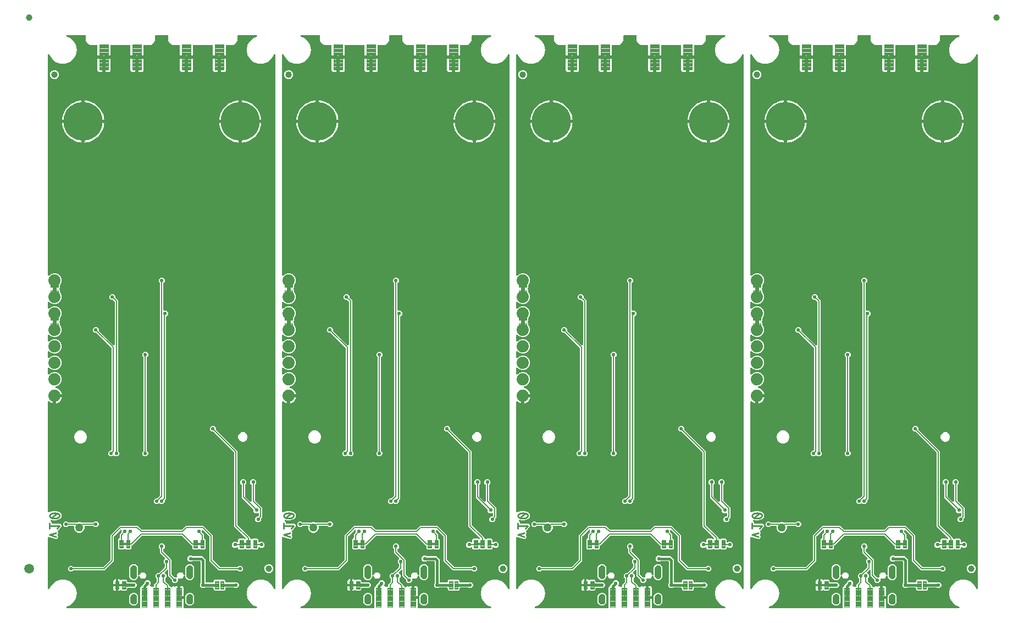
<source format=gbl>
G04 EAGLE Gerber RS-274X export*
G75*
%MOMM*%
%FSLAX34Y34*%
%LPD*%
%INBottom Copper*%
%IPPOS*%
%AMOC8*
5,1,8,0,0,1.08239X$1,22.5*%
G01*
%ADD10C,0.279400*%
%ADD11C,1.000000*%
%ADD12C,0.654000*%
%ADD13C,0.101600*%
%ADD14C,1.879600*%
%ADD15C,0.105000*%
%ADD16C,6.000000*%
%ADD17C,1.270000*%
%ADD18C,0.099059*%
%ADD19C,0.099000*%
%ADD20C,1.500000*%
%ADD21C,0.554000*%
%ADD22C,0.203200*%
%ADD23C,0.152400*%
%ADD24C,0.406400*%
%ADD25C,0.558800*%
%ADD26C,0.508000*%

G36*
X504380Y2556D02*
X504380Y2556D01*
X504499Y2563D01*
X504537Y2576D01*
X504578Y2581D01*
X504688Y2624D01*
X504801Y2661D01*
X504836Y2683D01*
X504873Y2698D01*
X504969Y2767D01*
X505070Y2831D01*
X505098Y2861D01*
X505131Y2884D01*
X505207Y2976D01*
X505288Y3063D01*
X505308Y3098D01*
X505333Y3129D01*
X505384Y3237D01*
X505442Y3341D01*
X505452Y3381D01*
X505469Y3417D01*
X505491Y3534D01*
X505521Y3649D01*
X505525Y3709D01*
X505529Y3729D01*
X505527Y3750D01*
X505531Y3810D01*
X505531Y34497D01*
X506880Y35846D01*
X506967Y35851D01*
X507005Y35864D01*
X507046Y35869D01*
X507156Y35912D01*
X507269Y35949D01*
X507304Y35971D01*
X507341Y35986D01*
X507437Y36055D01*
X507538Y36119D01*
X507566Y36149D01*
X507599Y36172D01*
X507675Y36264D01*
X507756Y36351D01*
X507776Y36386D01*
X507801Y36417D01*
X507852Y36525D01*
X507910Y36629D01*
X507920Y36669D01*
X507937Y36705D01*
X507959Y36822D01*
X507989Y36937D01*
X507993Y36997D01*
X507997Y37017D01*
X507995Y37038D01*
X507999Y37098D01*
X507999Y37638D01*
X510603Y40243D01*
X511720Y41359D01*
X511780Y41437D01*
X511848Y41509D01*
X511877Y41562D01*
X511914Y41610D01*
X511954Y41701D01*
X512002Y41788D01*
X512017Y41846D01*
X512041Y41902D01*
X512056Y42000D01*
X512081Y42096D01*
X512087Y42196D01*
X512091Y42216D01*
X512089Y42228D01*
X512091Y42256D01*
X512091Y42774D01*
X514756Y45439D01*
X518524Y45439D01*
X521189Y42774D01*
X521189Y39006D01*
X520799Y38616D01*
X520714Y38507D01*
X520625Y38400D01*
X520617Y38381D01*
X520604Y38365D01*
X520549Y38237D01*
X520490Y38112D01*
X520486Y38092D01*
X520478Y38073D01*
X520456Y37935D01*
X520430Y37799D01*
X520431Y37779D01*
X520428Y37759D01*
X520441Y37620D01*
X520450Y37482D01*
X520456Y37463D01*
X520458Y37443D01*
X520505Y37312D01*
X520548Y37180D01*
X520559Y37162D01*
X520566Y37143D01*
X520644Y37029D01*
X520718Y36911D01*
X520733Y36897D01*
X520744Y36880D01*
X520848Y36788D01*
X520950Y36693D01*
X520967Y36683D01*
X520983Y36670D01*
X521106Y36607D01*
X521228Y36539D01*
X521248Y36534D01*
X521266Y36525D01*
X521402Y36495D01*
X521536Y36460D01*
X521564Y36458D01*
X521576Y36455D01*
X521597Y36456D01*
X521697Y36450D01*
X521976Y36450D01*
X522722Y35703D01*
X522816Y35630D01*
X522906Y35551D01*
X522942Y35533D01*
X522974Y35508D01*
X523083Y35461D01*
X523189Y35407D01*
X523228Y35398D01*
X523266Y35382D01*
X523383Y35363D01*
X523499Y35337D01*
X523540Y35338D01*
X523580Y35332D01*
X523699Y35343D01*
X523817Y35347D01*
X523856Y35358D01*
X523896Y35362D01*
X524008Y35402D01*
X524123Y35435D01*
X524157Y35455D01*
X524196Y35469D01*
X524294Y35536D01*
X524397Y35597D01*
X524442Y35636D01*
X524459Y35648D01*
X524472Y35663D01*
X524517Y35703D01*
X524643Y35829D01*
X525526Y35829D01*
X525644Y35844D01*
X525763Y35851D01*
X525801Y35864D01*
X525842Y35869D01*
X525952Y35912D01*
X526065Y35949D01*
X526100Y35971D01*
X526137Y35986D01*
X526233Y36055D01*
X526334Y36119D01*
X526362Y36149D01*
X526395Y36172D01*
X526471Y36264D01*
X526552Y36351D01*
X526572Y36386D01*
X526597Y36417D01*
X526648Y36525D01*
X526706Y36629D01*
X526716Y36669D01*
X526733Y36705D01*
X526755Y36822D01*
X526785Y36937D01*
X526789Y36997D01*
X526793Y37017D01*
X526791Y37038D01*
X526795Y37098D01*
X526795Y39258D01*
X530234Y42696D01*
X530294Y42774D01*
X530362Y42846D01*
X530391Y42899D01*
X530428Y42947D01*
X530468Y43038D01*
X530516Y43125D01*
X530531Y43183D01*
X530555Y43239D01*
X530570Y43337D01*
X530595Y43433D01*
X530601Y43533D01*
X530605Y43553D01*
X530603Y43565D01*
X530605Y43593D01*
X530605Y47906D01*
X530593Y48004D01*
X530590Y48103D01*
X530573Y48162D01*
X530565Y48222D01*
X530529Y48314D01*
X530501Y48409D01*
X530471Y48461D01*
X530448Y48517D01*
X530390Y48597D01*
X530340Y48683D01*
X530274Y48758D01*
X530262Y48775D01*
X530252Y48782D01*
X530234Y48804D01*
X528851Y50186D01*
X528851Y53954D01*
X531516Y56619D01*
X533471Y56619D01*
X533569Y56631D01*
X533668Y56634D01*
X533726Y56651D01*
X533786Y56659D01*
X533878Y56695D01*
X533973Y56723D01*
X534026Y56753D01*
X534082Y56776D01*
X534162Y56834D01*
X534247Y56884D01*
X534323Y56950D01*
X534339Y56962D01*
X534347Y56972D01*
X534368Y56990D01*
X542713Y65335D01*
X542774Y65414D01*
X542842Y65486D01*
X542871Y65539D01*
X542908Y65587D01*
X542947Y65678D01*
X542995Y65764D01*
X543010Y65823D01*
X543034Y65878D01*
X543050Y65976D01*
X543075Y66072D01*
X543081Y66172D01*
X543084Y66193D01*
X543083Y66205D01*
X543085Y66233D01*
X543085Y70546D01*
X543072Y70644D01*
X543069Y70743D01*
X543052Y70801D01*
X543045Y70861D01*
X543008Y70953D01*
X542981Y71048D01*
X542950Y71100D01*
X542928Y71157D01*
X542870Y71237D01*
X542819Y71322D01*
X542753Y71398D01*
X542741Y71414D01*
X542732Y71422D01*
X542713Y71443D01*
X541331Y72825D01*
X541331Y76594D01*
X543365Y78627D01*
X543438Y78721D01*
X543516Y78811D01*
X543535Y78847D01*
X543559Y78879D01*
X543607Y78988D01*
X543661Y79094D01*
X543670Y79133D01*
X543686Y79170D01*
X543704Y79288D01*
X543731Y79404D01*
X543729Y79445D01*
X543736Y79485D01*
X543724Y79603D01*
X543721Y79722D01*
X543710Y79761D01*
X543706Y79801D01*
X543666Y79913D01*
X543632Y80028D01*
X543612Y80062D01*
X543598Y80100D01*
X543531Y80199D01*
X543471Y80302D01*
X543431Y80347D01*
X543420Y80364D01*
X543404Y80377D01*
X543365Y80422D01*
X535939Y87848D01*
X535939Y93372D01*
X535927Y93470D01*
X535924Y93569D01*
X535907Y93628D01*
X535899Y93688D01*
X535863Y93780D01*
X535835Y93875D01*
X535805Y93927D01*
X535782Y93983D01*
X535724Y94063D01*
X535674Y94149D01*
X535608Y94224D01*
X535596Y94241D01*
X535586Y94248D01*
X535568Y94270D01*
X533931Y95906D01*
X533931Y99674D01*
X536596Y102339D01*
X540364Y102339D01*
X543029Y99674D01*
X543029Y95906D01*
X541392Y94270D01*
X541332Y94191D01*
X541264Y94119D01*
X541235Y94066D01*
X541198Y94018D01*
X541158Y93927D01*
X541110Y93841D01*
X541095Y93782D01*
X541071Y93726D01*
X541056Y93629D01*
X541031Y93533D01*
X541025Y93433D01*
X541021Y93412D01*
X541023Y93400D01*
X541021Y93372D01*
X541021Y90478D01*
X541033Y90380D01*
X541036Y90281D01*
X541053Y90223D01*
X541061Y90163D01*
X541097Y90071D01*
X541125Y89975D01*
X541155Y89923D01*
X541178Y89867D01*
X541236Y89787D01*
X541286Y89702D01*
X541352Y89626D01*
X541364Y89610D01*
X541374Y89602D01*
X541392Y89581D01*
X551861Y79112D01*
X553721Y77252D01*
X553721Y54918D01*
X553733Y54820D01*
X553736Y54721D01*
X553753Y54663D01*
X553761Y54603D01*
X553797Y54511D01*
X553825Y54415D01*
X553855Y54363D01*
X553878Y54307D01*
X553936Y54227D01*
X553986Y54142D01*
X554052Y54066D01*
X554064Y54050D01*
X554074Y54042D01*
X554092Y54021D01*
X557473Y50640D01*
X557551Y50580D01*
X557623Y50512D01*
X557676Y50483D01*
X557724Y50446D01*
X557815Y50406D01*
X557902Y50358D01*
X557960Y50343D01*
X558016Y50319D01*
X558114Y50304D01*
X558209Y50279D01*
X558310Y50273D01*
X558330Y50269D01*
X558342Y50271D01*
X558370Y50269D01*
X561111Y50269D01*
X561160Y50275D01*
X561210Y50273D01*
X561317Y50295D01*
X561426Y50309D01*
X561472Y50327D01*
X561521Y50337D01*
X561620Y50385D01*
X561722Y50426D01*
X561762Y50455D01*
X561807Y50477D01*
X561890Y50548D01*
X561979Y50612D01*
X562011Y50651D01*
X562049Y50683D01*
X562112Y50773D01*
X562182Y50857D01*
X562203Y50902D01*
X562232Y50943D01*
X562271Y51046D01*
X562318Y51145D01*
X562327Y51194D01*
X562345Y51240D01*
X562357Y51350D01*
X562377Y51457D01*
X562374Y51507D01*
X562380Y51556D01*
X562364Y51665D01*
X562358Y51775D01*
X562351Y51795D01*
X562351Y53860D01*
X563117Y55709D01*
X564531Y57123D01*
X566380Y57889D01*
X568380Y57889D01*
X570229Y57123D01*
X571643Y55709D01*
X572389Y53907D01*
X572424Y53846D01*
X572450Y53781D01*
X572502Y53709D01*
X572547Y53631D01*
X572595Y53581D01*
X572636Y53524D01*
X572706Y53467D01*
X572768Y53402D01*
X572828Y53366D01*
X572881Y53321D01*
X572963Y53283D01*
X573039Y53236D01*
X573106Y53215D01*
X573169Y53186D01*
X573257Y53169D01*
X573343Y53142D01*
X573413Y53139D01*
X573482Y53126D01*
X573571Y53132D01*
X573661Y53127D01*
X573729Y53141D01*
X573799Y53146D01*
X573884Y53173D01*
X573972Y53192D01*
X574035Y53222D01*
X574101Y53244D01*
X574177Y53292D01*
X574258Y53331D01*
X574311Y53377D01*
X574370Y53414D01*
X574432Y53479D01*
X574500Y53538D01*
X574540Y53595D01*
X574588Y53646D01*
X574631Y53724D01*
X574683Y53798D01*
X574708Y53863D01*
X574742Y53924D01*
X574764Y54011D01*
X574796Y54095D01*
X574804Y54165D01*
X574821Y54232D01*
X574831Y54393D01*
X574831Y62576D01*
X574828Y62604D01*
X574830Y62632D01*
X574808Y62761D01*
X574791Y62892D01*
X574781Y62918D01*
X574776Y62945D01*
X574747Y63012D01*
X574823Y63692D01*
X574823Y63706D01*
X574831Y63834D01*
X574831Y64326D01*
X574826Y64370D01*
X574828Y64415D01*
X574806Y64528D01*
X574794Y64619D01*
X574944Y65047D01*
X574957Y65108D01*
X574979Y65166D01*
X575007Y65324D01*
X575079Y65963D01*
X575421Y66507D01*
X575447Y66563D01*
X575482Y66615D01*
X575544Y66763D01*
X575757Y67369D01*
X576211Y67824D01*
X576249Y67873D01*
X576294Y67915D01*
X576388Y68046D01*
X576730Y68590D01*
X577274Y68932D01*
X577322Y68971D01*
X577375Y69003D01*
X577496Y69109D01*
X577951Y69563D01*
X578557Y69776D01*
X578613Y69803D01*
X578672Y69822D01*
X578813Y69899D01*
X579357Y70241D01*
X579996Y70313D01*
X580056Y70327D01*
X580118Y70333D01*
X580273Y70376D01*
X580879Y70588D01*
X581518Y70516D01*
X581580Y70517D01*
X581641Y70508D01*
X581802Y70516D01*
X582441Y70588D01*
X583047Y70376D01*
X583108Y70363D01*
X583166Y70341D01*
X583324Y70313D01*
X583963Y70241D01*
X584507Y69899D01*
X584563Y69873D01*
X584615Y69838D01*
X584763Y69776D01*
X585369Y69563D01*
X585824Y69109D01*
X585873Y69071D01*
X585915Y69026D01*
X586046Y68932D01*
X586590Y68590D01*
X586932Y68046D01*
X586971Y67998D01*
X587003Y67945D01*
X587109Y67824D01*
X587563Y67369D01*
X587776Y66763D01*
X587803Y66707D01*
X587822Y66648D01*
X587899Y66507D01*
X588241Y65963D01*
X588313Y65324D01*
X588327Y65264D01*
X588333Y65202D01*
X588376Y65047D01*
X588527Y64616D01*
X588513Y64575D01*
X588510Y64530D01*
X588499Y64487D01*
X588489Y64326D01*
X588489Y63834D01*
X588490Y63821D01*
X588497Y63692D01*
X588572Y63021D01*
X588546Y62918D01*
X588507Y62792D01*
X588506Y62764D01*
X588499Y62737D01*
X588489Y62576D01*
X588489Y53744D01*
X588492Y53716D01*
X588490Y53688D01*
X588512Y53559D01*
X588529Y53428D01*
X588539Y53402D01*
X588544Y53375D01*
X588573Y53308D01*
X588497Y52628D01*
X588497Y52614D01*
X588489Y52486D01*
X588489Y51994D01*
X588494Y51950D01*
X588492Y51905D01*
X588511Y51810D01*
X588511Y51805D01*
X588513Y51799D01*
X588514Y51792D01*
X588526Y51701D01*
X588376Y51273D01*
X588363Y51212D01*
X588341Y51154D01*
X588313Y50996D01*
X588241Y50357D01*
X587899Y49813D01*
X587873Y49757D01*
X587838Y49705D01*
X587776Y49557D01*
X587563Y48951D01*
X587109Y48496D01*
X587071Y48447D01*
X587026Y48405D01*
X586932Y48274D01*
X586590Y47730D01*
X586046Y47388D01*
X585998Y47349D01*
X585945Y47317D01*
X585824Y47211D01*
X585369Y46757D01*
X584763Y46544D01*
X584707Y46517D01*
X584648Y46498D01*
X584507Y46421D01*
X583963Y46079D01*
X583324Y46007D01*
X583264Y45993D01*
X583202Y45987D01*
X583047Y45944D01*
X582440Y45732D01*
X581802Y45804D01*
X581740Y45803D01*
X581679Y45812D01*
X581518Y45804D01*
X580880Y45732D01*
X580273Y45944D01*
X580212Y45957D01*
X580154Y45979D01*
X579996Y46007D01*
X579357Y46079D01*
X578813Y46421D01*
X578757Y46447D01*
X578705Y46482D01*
X578557Y46544D01*
X577951Y46757D01*
X577496Y47211D01*
X577447Y47249D01*
X577405Y47294D01*
X577274Y47388D01*
X576730Y47730D01*
X576388Y48274D01*
X576349Y48322D01*
X576317Y48375D01*
X576211Y48496D01*
X575757Y48951D01*
X575544Y49557D01*
X575517Y49613D01*
X575498Y49672D01*
X575421Y49813D01*
X575079Y50357D01*
X575007Y50996D01*
X574993Y51056D01*
X574987Y51118D01*
X574944Y51273D01*
X574770Y51770D01*
X574763Y51784D01*
X574759Y51799D01*
X574692Y51926D01*
X574628Y52055D01*
X574618Y52067D01*
X574611Y52081D01*
X574514Y52187D01*
X574420Y52296D01*
X574407Y52304D01*
X574397Y52316D01*
X574277Y52395D01*
X574159Y52477D01*
X574144Y52482D01*
X574131Y52491D01*
X573995Y52537D01*
X573860Y52587D01*
X573845Y52589D01*
X573830Y52594D01*
X573686Y52605D01*
X573544Y52620D01*
X573529Y52618D01*
X573513Y52619D01*
X573371Y52594D01*
X573229Y52573D01*
X573215Y52567D01*
X573200Y52565D01*
X573069Y52506D01*
X572936Y52450D01*
X572924Y52440D01*
X572910Y52434D01*
X572798Y52344D01*
X572683Y52257D01*
X572674Y52245D01*
X572661Y52236D01*
X572575Y52121D01*
X572486Y52008D01*
X572480Y51994D01*
X572470Y51981D01*
X572399Y51837D01*
X571643Y50011D01*
X570229Y48597D01*
X568380Y47831D01*
X566380Y47831D01*
X565104Y48360D01*
X565056Y48373D01*
X565011Y48394D01*
X564903Y48415D01*
X564797Y48444D01*
X564747Y48445D01*
X564698Y48454D01*
X564589Y48447D01*
X564479Y48449D01*
X564431Y48437D01*
X564381Y48434D01*
X564277Y48400D01*
X564170Y48375D01*
X564126Y48351D01*
X564079Y48336D01*
X563986Y48277D01*
X563889Y48226D01*
X563852Y48193D01*
X563810Y48166D01*
X563735Y48086D01*
X563653Y48012D01*
X563626Y47971D01*
X563592Y47934D01*
X563539Y47838D01*
X563479Y47746D01*
X563462Y47699D01*
X563438Y47656D01*
X563411Y47550D01*
X563375Y47446D01*
X563371Y47396D01*
X563359Y47348D01*
X563349Y47187D01*
X563349Y43836D01*
X560684Y41171D01*
X556916Y41171D01*
X554251Y43836D01*
X554251Y46150D01*
X554239Y46248D01*
X554236Y46347D01*
X554219Y46405D01*
X554211Y46465D01*
X554175Y46557D01*
X554147Y46653D01*
X554117Y46705D01*
X554094Y46761D01*
X554036Y46841D01*
X553986Y46926D01*
X553920Y47002D01*
X553908Y47018D01*
X553898Y47026D01*
X553880Y47047D01*
X548639Y52288D01*
X548639Y60293D01*
X548622Y60430D01*
X548609Y60569D01*
X548602Y60588D01*
X548599Y60608D01*
X548548Y60737D01*
X548501Y60868D01*
X548490Y60885D01*
X548482Y60904D01*
X548401Y61016D01*
X548323Y61131D01*
X548307Y61145D01*
X548296Y61161D01*
X548188Y61250D01*
X548084Y61342D01*
X548066Y61351D01*
X548051Y61364D01*
X547925Y61423D01*
X547801Y61487D01*
X547781Y61491D01*
X547763Y61500D01*
X547627Y61526D01*
X547491Y61556D01*
X547470Y61556D01*
X547451Y61559D01*
X547312Y61551D01*
X547173Y61547D01*
X547153Y61541D01*
X547133Y61540D01*
X547001Y61497D01*
X546867Y61458D01*
X546850Y61448D01*
X546831Y61442D01*
X546713Y61367D01*
X546593Y61297D01*
X546572Y61278D01*
X546562Y61271D01*
X546548Y61257D01*
X546473Y61190D01*
X543300Y58018D01*
X543227Y57924D01*
X543148Y57834D01*
X543134Y57806D01*
X543128Y57799D01*
X543124Y57791D01*
X543105Y57766D01*
X543058Y57657D01*
X543004Y57551D01*
X542997Y57521D01*
X542992Y57511D01*
X542991Y57502D01*
X542979Y57475D01*
X542960Y57357D01*
X542934Y57241D01*
X542935Y57211D01*
X542933Y57199D01*
X542933Y57188D01*
X542929Y57161D01*
X542940Y57042D01*
X542944Y56923D01*
X542952Y56896D01*
X542952Y56882D01*
X542956Y56870D01*
X542959Y56844D01*
X542999Y56732D01*
X543032Y56618D01*
X543045Y56595D01*
X543050Y56579D01*
X543059Y56566D01*
X543066Y56545D01*
X543133Y56446D01*
X543194Y56344D01*
X543215Y56320D01*
X543221Y56310D01*
X543234Y56298D01*
X543245Y56282D01*
X543260Y56268D01*
X543300Y56223D01*
X545569Y53954D01*
X545569Y50186D01*
X544186Y48804D01*
X544126Y48725D01*
X544058Y48653D01*
X544029Y48600D01*
X543992Y48552D01*
X543952Y48461D01*
X543904Y48375D01*
X543889Y48316D01*
X543865Y48260D01*
X543850Y48163D01*
X543825Y48067D01*
X543819Y47967D01*
X543815Y47946D01*
X543817Y47934D01*
X543815Y47906D01*
X543815Y44863D01*
X543827Y44765D01*
X543830Y44666D01*
X543847Y44608D01*
X543855Y44548D01*
X543891Y44456D01*
X543919Y44361D01*
X543949Y44308D01*
X543972Y44252D01*
X544030Y44172D01*
X544080Y44087D01*
X544146Y44011D01*
X544158Y43995D01*
X544168Y43987D01*
X544186Y43966D01*
X548156Y39996D01*
X550165Y37988D01*
X550165Y37098D01*
X550180Y36980D01*
X550187Y36861D01*
X550200Y36823D01*
X550205Y36782D01*
X550248Y36672D01*
X550285Y36559D01*
X550307Y36524D01*
X550322Y36487D01*
X550391Y36391D01*
X550455Y36290D01*
X550485Y36262D01*
X550508Y36229D01*
X550600Y36153D01*
X550687Y36072D01*
X550722Y36052D01*
X550753Y36027D01*
X550861Y35976D01*
X550965Y35918D01*
X551005Y35908D01*
X551041Y35891D01*
X551158Y35869D01*
X551273Y35839D01*
X551333Y35835D01*
X551353Y35831D01*
X551374Y35833D01*
X551434Y35829D01*
X552317Y35829D01*
X552824Y35322D01*
X552918Y35249D01*
X553007Y35170D01*
X553043Y35152D01*
X553075Y35127D01*
X553184Y35080D01*
X553290Y35026D01*
X553330Y35017D01*
X553367Y35001D01*
X553485Y34982D01*
X553600Y34956D01*
X553641Y34957D01*
X553681Y34951D01*
X553799Y34962D01*
X553918Y34966D01*
X553957Y34977D01*
X553997Y34981D01*
X554109Y35021D01*
X554224Y35054D01*
X554259Y35075D01*
X554297Y35088D01*
X554395Y35155D01*
X554498Y35216D01*
X554543Y35255D01*
X554560Y35267D01*
X554573Y35282D01*
X554619Y35322D01*
X555746Y36450D01*
X557536Y36450D01*
X557781Y36204D01*
X557870Y36135D01*
X557953Y36060D01*
X557995Y36038D01*
X558032Y36009D01*
X558135Y35965D01*
X558235Y35913D01*
X558281Y35902D01*
X558324Y35883D01*
X558435Y35865D01*
X558544Y35840D01*
X558591Y35841D01*
X558638Y35833D01*
X558750Y35844D01*
X558862Y35846D01*
X558908Y35859D01*
X558955Y35863D01*
X559061Y35901D01*
X559169Y35931D01*
X559234Y35963D01*
X559254Y35971D01*
X559269Y35981D01*
X559313Y36003D01*
X559973Y36384D01*
X560745Y36591D01*
X562901Y36591D01*
X562901Y20030D01*
X562916Y19912D01*
X562923Y19793D01*
X562935Y19755D01*
X562941Y19715D01*
X562984Y19604D01*
X563021Y19491D01*
X563043Y19457D01*
X563058Y19419D01*
X563127Y19323D01*
X563191Y19222D01*
X563221Y19194D01*
X563244Y19162D01*
X563336Y19086D01*
X563423Y19004D01*
X563458Y18985D01*
X563489Y18959D01*
X563597Y18908D01*
X563701Y18851D01*
X563741Y18841D01*
X563777Y18823D01*
X563894Y18801D01*
X564009Y18771D01*
X564069Y18767D01*
X564089Y18764D01*
X564110Y18765D01*
X564170Y18761D01*
X564861Y18761D01*
X564861Y18070D01*
X564876Y17952D01*
X564883Y17833D01*
X564896Y17795D01*
X564901Y17754D01*
X564945Y17644D01*
X564981Y17531D01*
X565003Y17496D01*
X565018Y17459D01*
X565088Y17362D01*
X565151Y17262D01*
X565181Y17234D01*
X565205Y17201D01*
X565296Y17125D01*
X565383Y17044D01*
X565418Y17024D01*
X565450Y16999D01*
X565557Y16948D01*
X565662Y16890D01*
X565701Y16880D01*
X565737Y16863D01*
X565854Y16841D01*
X565970Y16811D01*
X566030Y16807D01*
X566050Y16803D01*
X566070Y16805D01*
X566130Y16801D01*
X572191Y16801D01*
X572191Y14316D01*
X572197Y14265D01*
X572195Y14214D01*
X572217Y14108D01*
X572231Y14001D01*
X572249Y13953D01*
X572260Y13903D01*
X572308Y13805D01*
X572348Y13705D01*
X572378Y13663D01*
X572400Y13617D01*
X572471Y13535D01*
X572534Y13447D01*
X572574Y13415D01*
X572607Y13376D01*
X572649Y13347D01*
X572615Y13310D01*
X572571Y13277D01*
X572506Y13195D01*
X572434Y13118D01*
X572408Y13071D01*
X572374Y13028D01*
X572331Y12932D01*
X572280Y12840D01*
X572267Y12787D01*
X572245Y12738D01*
X572227Y12634D01*
X572201Y12532D01*
X572195Y12445D01*
X572192Y12424D01*
X572193Y12409D01*
X572191Y12371D01*
X572191Y4145D01*
X572189Y4139D01*
X572172Y4014D01*
X572148Y3890D01*
X572150Y3857D01*
X572146Y3823D01*
X572160Y3698D01*
X572168Y3573D01*
X572178Y3541D01*
X572182Y3508D01*
X572227Y3390D01*
X572266Y3271D01*
X572284Y3242D01*
X572296Y3211D01*
X572369Y3108D01*
X572436Y3002D01*
X572461Y2979D01*
X572480Y2951D01*
X572576Y2870D01*
X572668Y2784D01*
X572697Y2768D01*
X572723Y2746D01*
X572836Y2691D01*
X572946Y2630D01*
X572979Y2622D01*
X573009Y2607D01*
X573133Y2582D01*
X573254Y2551D01*
X573303Y2548D01*
X573321Y2544D01*
X573343Y2545D01*
X573415Y2541D01*
X684103Y2541D01*
X684199Y2553D01*
X684297Y2556D01*
X684356Y2573D01*
X684418Y2581D01*
X684509Y2616D01*
X684602Y2643D01*
X684656Y2675D01*
X684714Y2698D01*
X684793Y2755D01*
X684877Y2804D01*
X684921Y2848D01*
X684971Y2884D01*
X685033Y2959D01*
X685102Y3028D01*
X685134Y3082D01*
X685174Y3129D01*
X685215Y3217D01*
X685265Y3301D01*
X685283Y3361D01*
X685310Y3417D01*
X685328Y3513D01*
X685355Y3606D01*
X685358Y3668D01*
X685369Y3729D01*
X685363Y3827D01*
X685367Y3924D01*
X685353Y3985D01*
X685350Y4047D01*
X685320Y4139D01*
X685299Y4235D01*
X685271Y4290D01*
X685252Y4349D01*
X685200Y4432D01*
X685156Y4519D01*
X685115Y4565D01*
X685081Y4618D01*
X685010Y4685D01*
X684946Y4758D01*
X684895Y4793D01*
X684850Y4836D01*
X684764Y4883D01*
X684684Y4938D01*
X684589Y4980D01*
X684571Y4990D01*
X684560Y4992D01*
X684537Y5003D01*
X680047Y6637D01*
X674283Y11473D01*
X670521Y17990D01*
X669214Y25400D01*
X670521Y32810D01*
X674283Y39326D01*
X680047Y44163D01*
X687118Y46737D01*
X694642Y46737D01*
X701713Y44163D01*
X707477Y39327D01*
X711261Y32773D01*
X711281Y32721D01*
X711314Y32616D01*
X711340Y32574D01*
X711358Y32528D01*
X711423Y32439D01*
X711481Y32345D01*
X711516Y32311D01*
X711544Y32271D01*
X711630Y32200D01*
X711709Y32124D01*
X711752Y32099D01*
X711789Y32068D01*
X711889Y32021D01*
X711986Y31966D01*
X712033Y31953D01*
X712077Y31933D01*
X712185Y31912D01*
X712292Y31883D01*
X712342Y31882D01*
X712390Y31873D01*
X712500Y31880D01*
X712610Y31878D01*
X712658Y31890D01*
X712707Y31893D01*
X712812Y31927D01*
X712920Y31953D01*
X712963Y31976D01*
X713009Y31991D01*
X713103Y32050D01*
X713201Y32102D01*
X713237Y32135D01*
X713278Y32161D01*
X713354Y32241D01*
X713436Y32316D01*
X713463Y32357D01*
X713496Y32392D01*
X713549Y32489D01*
X713610Y32582D01*
X713626Y32628D01*
X713650Y32671D01*
X713677Y32778D01*
X713713Y32883D01*
X713717Y32931D01*
X713729Y32979D01*
X713739Y33140D01*
X713739Y855860D01*
X713733Y855909D01*
X713736Y855958D01*
X713713Y856066D01*
X713699Y856176D01*
X713681Y856222D01*
X713672Y856270D01*
X713623Y856369D01*
X713582Y856472D01*
X713554Y856511D01*
X713532Y856555D01*
X713461Y856640D01*
X713396Y856729D01*
X713358Y856760D01*
X713326Y856798D01*
X713236Y856861D01*
X713151Y856932D01*
X713106Y856953D01*
X713066Y856981D01*
X712963Y857020D01*
X712863Y857067D01*
X712815Y857077D01*
X712769Y857094D01*
X712659Y857106D01*
X712551Y857127D01*
X712502Y857124D01*
X712453Y857130D01*
X712343Y857114D01*
X712233Y857107D01*
X712186Y857092D01*
X712138Y857086D01*
X712036Y857043D01*
X711931Y857009D01*
X711889Y856983D01*
X711844Y856965D01*
X711755Y856898D01*
X711662Y856839D01*
X711628Y856803D01*
X711589Y856774D01*
X711520Y856688D01*
X711444Y856608D01*
X711420Y856565D01*
X711390Y856527D01*
X711344Y856426D01*
X711290Y856329D01*
X711278Y856282D01*
X711258Y856237D01*
X711252Y856211D01*
X707477Y849674D01*
X701713Y844837D01*
X694642Y842263D01*
X687118Y842263D01*
X680047Y844837D01*
X674283Y849673D01*
X670521Y856190D01*
X669214Y863600D01*
X670521Y871010D01*
X674283Y877526D01*
X680047Y882363D01*
X684537Y883997D01*
X684623Y884042D01*
X684714Y884078D01*
X684764Y884114D01*
X684820Y884143D01*
X684892Y884207D01*
X684971Y884264D01*
X685011Y884312D01*
X685058Y884354D01*
X685112Y884434D01*
X685174Y884509D01*
X685201Y884566D01*
X685235Y884617D01*
X685268Y884709D01*
X685310Y884797D01*
X685321Y884858D01*
X685342Y884917D01*
X685351Y885014D01*
X685369Y885110D01*
X685366Y885172D01*
X685371Y885234D01*
X685356Y885330D01*
X685350Y885427D01*
X685330Y885486D01*
X685321Y885548D01*
X685282Y885637D01*
X685252Y885729D01*
X685218Y885782D01*
X685193Y885839D01*
X685134Y885916D01*
X685081Y885998D01*
X685036Y886041D01*
X684998Y886090D01*
X684921Y886149D01*
X684850Y886216D01*
X684795Y886246D01*
X684746Y886284D01*
X684657Y886323D01*
X684571Y886370D01*
X684511Y886385D01*
X684454Y886410D01*
X684358Y886425D01*
X684263Y886449D01*
X684159Y886456D01*
X684140Y886459D01*
X684128Y886458D01*
X684103Y886459D01*
X656590Y886459D01*
X656472Y886444D01*
X656353Y886437D01*
X656315Y886424D01*
X656274Y886419D01*
X656164Y886376D01*
X656051Y886339D01*
X656016Y886317D01*
X655979Y886302D01*
X655883Y886233D01*
X655782Y886169D01*
X655754Y886139D01*
X655721Y886116D01*
X655645Y886024D01*
X655564Y885937D01*
X655544Y885902D01*
X655519Y885871D01*
X655468Y885763D01*
X655410Y885659D01*
X655400Y885619D01*
X655383Y885583D01*
X655361Y885466D01*
X655331Y885351D01*
X655327Y885291D01*
X655323Y885271D01*
X655325Y885250D01*
X655321Y885190D01*
X655321Y877728D01*
X652938Y873602D01*
X648812Y871219D01*
X638690Y871219D01*
X638572Y871204D01*
X638453Y871197D01*
X638415Y871184D01*
X638374Y871179D01*
X638264Y871136D01*
X638151Y871099D01*
X638116Y871077D01*
X638079Y871062D01*
X637983Y870993D01*
X637882Y870929D01*
X637854Y870899D01*
X637821Y870876D01*
X637745Y870784D01*
X637664Y870697D01*
X637644Y870662D01*
X637619Y870631D01*
X637568Y870523D01*
X637510Y870419D01*
X637500Y870379D01*
X637483Y870343D01*
X637461Y870226D01*
X637431Y870111D01*
X637427Y870051D01*
X637423Y870031D01*
X637425Y870010D01*
X637421Y869950D01*
X637421Y854709D01*
X628650Y854709D01*
X628532Y854694D01*
X628413Y854687D01*
X628375Y854674D01*
X628335Y854669D01*
X628224Y854625D01*
X628111Y854589D01*
X628076Y854567D01*
X628039Y854552D01*
X627943Y854482D01*
X627842Y854419D01*
X627814Y854389D01*
X627782Y854365D01*
X627706Y854274D01*
X627624Y854187D01*
X627605Y854152D01*
X627579Y854120D01*
X627528Y854013D01*
X627471Y853909D01*
X627460Y853869D01*
X627443Y853833D01*
X627421Y853716D01*
X627391Y853601D01*
X627387Y853540D01*
X627383Y853520D01*
X627385Y853500D01*
X627381Y853440D01*
X627381Y852169D01*
X627379Y852169D01*
X627379Y853440D01*
X627364Y853558D01*
X627357Y853677D01*
X627344Y853715D01*
X627339Y853755D01*
X627295Y853866D01*
X627259Y853979D01*
X627237Y854014D01*
X627222Y854051D01*
X627152Y854147D01*
X627089Y854248D01*
X627059Y854276D01*
X627035Y854308D01*
X626944Y854384D01*
X626857Y854466D01*
X626822Y854485D01*
X626790Y854511D01*
X626683Y854562D01*
X626579Y854619D01*
X626539Y854630D01*
X626503Y854647D01*
X626386Y854669D01*
X626271Y854699D01*
X626210Y854703D01*
X626190Y854707D01*
X626170Y854705D01*
X626110Y854709D01*
X617339Y854709D01*
X617339Y869950D01*
X617324Y870068D01*
X617317Y870187D01*
X617304Y870225D01*
X617299Y870266D01*
X617256Y870376D01*
X617219Y870489D01*
X617197Y870524D01*
X617182Y870561D01*
X617113Y870657D01*
X617049Y870758D01*
X617019Y870786D01*
X616996Y870819D01*
X616904Y870895D01*
X616817Y870976D01*
X616782Y870996D01*
X616751Y871021D01*
X616643Y871072D01*
X616539Y871130D01*
X616499Y871140D01*
X616463Y871157D01*
X616346Y871179D01*
X616231Y871209D01*
X616171Y871213D01*
X616151Y871217D01*
X616130Y871215D01*
X616070Y871219D01*
X587890Y871219D01*
X587772Y871204D01*
X587653Y871197D01*
X587615Y871184D01*
X587574Y871179D01*
X587464Y871136D01*
X587351Y871099D01*
X587316Y871077D01*
X587279Y871062D01*
X587183Y870993D01*
X587082Y870929D01*
X587054Y870899D01*
X587021Y870876D01*
X586945Y870784D01*
X586864Y870697D01*
X586844Y870662D01*
X586819Y870631D01*
X586768Y870523D01*
X586710Y870419D01*
X586700Y870379D01*
X586683Y870343D01*
X586661Y870226D01*
X586631Y870111D01*
X586627Y870051D01*
X586623Y870031D01*
X586625Y870010D01*
X586621Y869950D01*
X586621Y854709D01*
X577850Y854709D01*
X577732Y854694D01*
X577613Y854687D01*
X577575Y854674D01*
X577535Y854669D01*
X577424Y854625D01*
X577311Y854589D01*
X577276Y854567D01*
X577239Y854552D01*
X577143Y854482D01*
X577042Y854419D01*
X577014Y854389D01*
X576982Y854365D01*
X576906Y854274D01*
X576824Y854187D01*
X576805Y854152D01*
X576779Y854120D01*
X576728Y854013D01*
X576671Y853909D01*
X576660Y853869D01*
X576643Y853833D01*
X576621Y853716D01*
X576591Y853601D01*
X576587Y853540D01*
X576583Y853520D01*
X576585Y853500D01*
X576581Y853440D01*
X576581Y852169D01*
X576579Y852169D01*
X576579Y853440D01*
X576564Y853558D01*
X576557Y853677D01*
X576544Y853715D01*
X576539Y853755D01*
X576495Y853866D01*
X576459Y853979D01*
X576437Y854014D01*
X576422Y854051D01*
X576352Y854147D01*
X576289Y854248D01*
X576259Y854276D01*
X576235Y854308D01*
X576144Y854384D01*
X576057Y854466D01*
X576022Y854485D01*
X575990Y854511D01*
X575883Y854562D01*
X575779Y854619D01*
X575739Y854630D01*
X575703Y854647D01*
X575586Y854669D01*
X575471Y854699D01*
X575410Y854703D01*
X575390Y854707D01*
X575370Y854705D01*
X575310Y854709D01*
X566539Y854709D01*
X566539Y869950D01*
X566524Y870068D01*
X566517Y870187D01*
X566504Y870225D01*
X566499Y870266D01*
X566456Y870376D01*
X566419Y870489D01*
X566397Y870524D01*
X566382Y870561D01*
X566313Y870657D01*
X566249Y870758D01*
X566219Y870786D01*
X566196Y870819D01*
X566104Y870895D01*
X566017Y870976D01*
X565982Y870996D01*
X565951Y871021D01*
X565843Y871072D01*
X565739Y871130D01*
X565699Y871140D01*
X565663Y871157D01*
X565546Y871179D01*
X565431Y871209D01*
X565371Y871213D01*
X565351Y871217D01*
X565330Y871215D01*
X565270Y871219D01*
X555148Y871219D01*
X551022Y873602D01*
X548639Y877728D01*
X548639Y885190D01*
X548624Y885308D01*
X548617Y885427D01*
X548604Y885465D01*
X548599Y885506D01*
X548556Y885616D01*
X548519Y885729D01*
X548497Y885764D01*
X548482Y885801D01*
X548413Y885897D01*
X548349Y885998D01*
X548319Y886026D01*
X548296Y886059D01*
X548204Y886135D01*
X548117Y886216D01*
X548082Y886236D01*
X548051Y886261D01*
X547943Y886312D01*
X547839Y886370D01*
X547799Y886380D01*
X547763Y886397D01*
X547646Y886419D01*
X547531Y886449D01*
X547471Y886453D01*
X547451Y886457D01*
X547430Y886455D01*
X547370Y886459D01*
X529590Y886459D01*
X529472Y886444D01*
X529353Y886437D01*
X529315Y886424D01*
X529274Y886419D01*
X529164Y886376D01*
X529051Y886339D01*
X529016Y886317D01*
X528979Y886302D01*
X528883Y886233D01*
X528782Y886169D01*
X528754Y886139D01*
X528721Y886116D01*
X528645Y886024D01*
X528564Y885937D01*
X528544Y885902D01*
X528519Y885871D01*
X528468Y885763D01*
X528410Y885659D01*
X528400Y885619D01*
X528383Y885583D01*
X528361Y885466D01*
X528331Y885351D01*
X528327Y885291D01*
X528323Y885271D01*
X528325Y885250D01*
X528321Y885190D01*
X528321Y877728D01*
X525938Y873602D01*
X521812Y871219D01*
X511690Y871219D01*
X511572Y871204D01*
X511453Y871197D01*
X511415Y871184D01*
X511374Y871179D01*
X511264Y871136D01*
X511151Y871099D01*
X511116Y871077D01*
X511079Y871062D01*
X510983Y870993D01*
X510882Y870929D01*
X510854Y870899D01*
X510821Y870876D01*
X510745Y870784D01*
X510664Y870697D01*
X510644Y870662D01*
X510619Y870631D01*
X510568Y870523D01*
X510510Y870419D01*
X510500Y870379D01*
X510483Y870343D01*
X510461Y870226D01*
X510431Y870111D01*
X510427Y870051D01*
X510423Y870031D01*
X510425Y870010D01*
X510421Y869950D01*
X510421Y854709D01*
X501650Y854709D01*
X501532Y854694D01*
X501413Y854687D01*
X501375Y854674D01*
X501335Y854669D01*
X501224Y854625D01*
X501111Y854589D01*
X501076Y854567D01*
X501039Y854552D01*
X500943Y854482D01*
X500842Y854419D01*
X500814Y854389D01*
X500782Y854365D01*
X500706Y854274D01*
X500624Y854187D01*
X500605Y854152D01*
X500579Y854120D01*
X500528Y854013D01*
X500471Y853909D01*
X500460Y853869D01*
X500443Y853833D01*
X500421Y853716D01*
X500391Y853601D01*
X500387Y853540D01*
X500383Y853520D01*
X500385Y853500D01*
X500381Y853440D01*
X500381Y852169D01*
X500379Y852169D01*
X500379Y853440D01*
X500364Y853558D01*
X500357Y853677D01*
X500344Y853715D01*
X500339Y853755D01*
X500295Y853866D01*
X500259Y853979D01*
X500237Y854014D01*
X500222Y854051D01*
X500152Y854147D01*
X500089Y854248D01*
X500059Y854276D01*
X500035Y854308D01*
X499944Y854384D01*
X499857Y854466D01*
X499822Y854485D01*
X499790Y854511D01*
X499683Y854562D01*
X499579Y854619D01*
X499539Y854630D01*
X499503Y854647D01*
X499386Y854669D01*
X499271Y854699D01*
X499210Y854703D01*
X499190Y854707D01*
X499170Y854705D01*
X499110Y854709D01*
X490339Y854709D01*
X490339Y869950D01*
X490324Y870068D01*
X490317Y870187D01*
X490304Y870225D01*
X490299Y870266D01*
X490256Y870376D01*
X490219Y870489D01*
X490197Y870524D01*
X490182Y870561D01*
X490113Y870657D01*
X490049Y870758D01*
X490019Y870786D01*
X489996Y870819D01*
X489904Y870895D01*
X489817Y870976D01*
X489782Y870996D01*
X489751Y871021D01*
X489643Y871072D01*
X489539Y871130D01*
X489499Y871140D01*
X489463Y871157D01*
X489346Y871179D01*
X489231Y871209D01*
X489171Y871213D01*
X489151Y871217D01*
X489130Y871215D01*
X489070Y871219D01*
X460890Y871219D01*
X460772Y871204D01*
X460653Y871197D01*
X460615Y871184D01*
X460574Y871179D01*
X460464Y871136D01*
X460351Y871099D01*
X460316Y871077D01*
X460279Y871062D01*
X460183Y870993D01*
X460082Y870929D01*
X460054Y870899D01*
X460021Y870876D01*
X459945Y870784D01*
X459864Y870697D01*
X459844Y870662D01*
X459819Y870631D01*
X459768Y870523D01*
X459710Y870419D01*
X459700Y870379D01*
X459683Y870343D01*
X459661Y870226D01*
X459631Y870111D01*
X459627Y870051D01*
X459623Y870031D01*
X459625Y870010D01*
X459621Y869950D01*
X459621Y854709D01*
X450850Y854709D01*
X450732Y854694D01*
X450613Y854687D01*
X450575Y854674D01*
X450535Y854669D01*
X450424Y854625D01*
X450311Y854589D01*
X450276Y854567D01*
X450239Y854552D01*
X450143Y854482D01*
X450042Y854419D01*
X450014Y854389D01*
X449982Y854365D01*
X449906Y854274D01*
X449824Y854187D01*
X449805Y854152D01*
X449779Y854120D01*
X449728Y854013D01*
X449671Y853909D01*
X449660Y853869D01*
X449643Y853833D01*
X449621Y853716D01*
X449591Y853601D01*
X449587Y853540D01*
X449583Y853520D01*
X449585Y853500D01*
X449581Y853440D01*
X449581Y852169D01*
X449579Y852169D01*
X449579Y853440D01*
X449564Y853558D01*
X449557Y853677D01*
X449544Y853715D01*
X449539Y853755D01*
X449495Y853866D01*
X449459Y853979D01*
X449437Y854014D01*
X449422Y854051D01*
X449352Y854147D01*
X449289Y854248D01*
X449259Y854276D01*
X449235Y854308D01*
X449144Y854384D01*
X449057Y854466D01*
X449022Y854485D01*
X448990Y854511D01*
X448883Y854562D01*
X448779Y854619D01*
X448739Y854630D01*
X448703Y854647D01*
X448586Y854669D01*
X448471Y854699D01*
X448410Y854703D01*
X448390Y854707D01*
X448370Y854705D01*
X448310Y854709D01*
X439539Y854709D01*
X439539Y869950D01*
X439524Y870068D01*
X439517Y870187D01*
X439504Y870225D01*
X439499Y870266D01*
X439456Y870376D01*
X439419Y870489D01*
X439397Y870524D01*
X439382Y870561D01*
X439313Y870657D01*
X439249Y870758D01*
X439219Y870786D01*
X439196Y870819D01*
X439104Y870895D01*
X439017Y870976D01*
X438982Y870996D01*
X438951Y871021D01*
X438843Y871072D01*
X438739Y871130D01*
X438699Y871140D01*
X438663Y871157D01*
X438546Y871179D01*
X438431Y871209D01*
X438371Y871213D01*
X438351Y871217D01*
X438330Y871215D01*
X438270Y871219D01*
X428148Y871219D01*
X424022Y873602D01*
X421639Y877728D01*
X421639Y885190D01*
X421624Y885308D01*
X421617Y885427D01*
X421604Y885465D01*
X421599Y885506D01*
X421556Y885616D01*
X421519Y885729D01*
X421497Y885764D01*
X421482Y885801D01*
X421413Y885897D01*
X421349Y885998D01*
X421319Y886026D01*
X421296Y886059D01*
X421204Y886135D01*
X421117Y886216D01*
X421082Y886236D01*
X421051Y886261D01*
X420943Y886312D01*
X420839Y886370D01*
X420799Y886380D01*
X420763Y886397D01*
X420646Y886419D01*
X420531Y886449D01*
X420471Y886453D01*
X420451Y886457D01*
X420430Y886455D01*
X420370Y886459D01*
X392857Y886459D01*
X392761Y886447D01*
X392663Y886444D01*
X392604Y886427D01*
X392542Y886419D01*
X392451Y886384D01*
X392358Y886357D01*
X392304Y886325D01*
X392246Y886302D01*
X392167Y886245D01*
X392083Y886196D01*
X392039Y886152D01*
X391989Y886116D01*
X391927Y886041D01*
X391858Y885972D01*
X391826Y885918D01*
X391786Y885871D01*
X391744Y885783D01*
X391695Y885699D01*
X391677Y885639D01*
X391650Y885583D01*
X391632Y885487D01*
X391605Y885394D01*
X391602Y885332D01*
X391591Y885271D01*
X391597Y885173D01*
X391593Y885076D01*
X391606Y885015D01*
X391610Y884953D01*
X391640Y884861D01*
X391661Y884765D01*
X391689Y884710D01*
X391708Y884651D01*
X391760Y884568D01*
X391804Y884481D01*
X391845Y884435D01*
X391879Y884382D01*
X391950Y884315D01*
X392014Y884242D01*
X392065Y884207D01*
X392110Y884164D01*
X392195Y884117D01*
X392276Y884062D01*
X392371Y884020D01*
X392389Y884010D01*
X392400Y884008D01*
X392423Y883997D01*
X396913Y882363D01*
X402677Y877527D01*
X406439Y871010D01*
X407746Y863600D01*
X406439Y856190D01*
X402677Y849674D01*
X396913Y844837D01*
X389842Y842263D01*
X382318Y842263D01*
X375247Y844837D01*
X369483Y849673D01*
X365699Y856227D01*
X365679Y856279D01*
X365646Y856384D01*
X365620Y856426D01*
X365602Y856472D01*
X365537Y856561D01*
X365479Y856655D01*
X365444Y856689D01*
X365416Y856729D01*
X365330Y856800D01*
X365251Y856876D01*
X365208Y856901D01*
X365171Y856932D01*
X365071Y856979D01*
X364974Y857034D01*
X364927Y857047D01*
X364883Y857067D01*
X364775Y857088D01*
X364668Y857117D01*
X364618Y857118D01*
X364570Y857127D01*
X364460Y857120D01*
X364350Y857122D01*
X364302Y857110D01*
X364253Y857107D01*
X364148Y857073D01*
X364040Y857047D01*
X363997Y857024D01*
X363951Y857009D01*
X363857Y856950D01*
X363759Y856898D01*
X363723Y856865D01*
X363682Y856839D01*
X363606Y856759D01*
X363524Y856684D01*
X363497Y856643D01*
X363464Y856608D01*
X363411Y856511D01*
X363350Y856418D01*
X363334Y856372D01*
X363310Y856329D01*
X363283Y856222D01*
X363247Y856117D01*
X363243Y856069D01*
X363231Y856021D01*
X363221Y855860D01*
X363221Y516711D01*
X363238Y516574D01*
X363251Y516435D01*
X363258Y516416D01*
X363261Y516396D01*
X363312Y516267D01*
X363359Y516136D01*
X363370Y516119D01*
X363378Y516100D01*
X363459Y515988D01*
X363537Y515872D01*
X363553Y515859D01*
X363564Y515843D01*
X363672Y515754D01*
X363776Y515662D01*
X363794Y515653D01*
X363809Y515640D01*
X363935Y515581D01*
X364059Y515517D01*
X364079Y515513D01*
X364097Y515504D01*
X364234Y515478D01*
X364369Y515448D01*
X364390Y515448D01*
X364409Y515445D01*
X364548Y515453D01*
X364687Y515457D01*
X364707Y515463D01*
X364727Y515464D01*
X364859Y515507D01*
X364993Y515546D01*
X365010Y515556D01*
X365029Y515562D01*
X365147Y515637D01*
X365267Y515707D01*
X365288Y515726D01*
X365298Y515732D01*
X365312Y515747D01*
X365387Y515814D01*
X367049Y517475D01*
X371157Y519177D01*
X375603Y519177D01*
X379711Y517475D01*
X382855Y514331D01*
X384557Y510223D01*
X384557Y505777D01*
X382855Y501669D01*
X381880Y500694D01*
X381820Y500616D01*
X381752Y500544D01*
X381723Y500491D01*
X381686Y500443D01*
X381646Y500352D01*
X381598Y500265D01*
X381583Y500207D01*
X381559Y500151D01*
X381544Y500053D01*
X381519Y499957D01*
X381513Y499857D01*
X381509Y499837D01*
X381511Y499825D01*
X381509Y499797D01*
X381509Y496766D01*
X380940Y496197D01*
X380867Y496103D01*
X380789Y496014D01*
X380770Y495978D01*
X380745Y495946D01*
X380698Y495837D01*
X380644Y495731D01*
X380635Y495692D01*
X380619Y495654D01*
X380600Y495537D01*
X380574Y495421D01*
X380576Y495380D01*
X380569Y495340D01*
X380580Y495222D01*
X380584Y495103D01*
X380595Y495064D01*
X380599Y495024D01*
X380639Y494912D01*
X380672Y494797D01*
X380693Y494762D01*
X380707Y494724D01*
X380774Y494626D01*
X380834Y494523D01*
X380874Y494478D01*
X380885Y494461D01*
X380901Y494448D01*
X380940Y494402D01*
X381509Y493834D01*
X381509Y490803D01*
X381521Y490705D01*
X381524Y490606D01*
X381541Y490548D01*
X381549Y490488D01*
X381585Y490396D01*
X381613Y490301D01*
X381643Y490248D01*
X381666Y490192D01*
X381724Y490112D01*
X381774Y490027D01*
X381840Y489951D01*
X381852Y489935D01*
X381862Y489927D01*
X381880Y489906D01*
X382855Y488931D01*
X384557Y484823D01*
X384557Y480377D01*
X382855Y476269D01*
X379711Y473125D01*
X375603Y471423D01*
X371157Y471423D01*
X367049Y473125D01*
X365387Y474786D01*
X365278Y474872D01*
X365171Y474960D01*
X365152Y474969D01*
X365136Y474981D01*
X365008Y475037D01*
X364883Y475096D01*
X364863Y475099D01*
X364844Y475108D01*
X364706Y475129D01*
X364570Y475155D01*
X364550Y475154D01*
X364530Y475157D01*
X364391Y475144D01*
X364253Y475136D01*
X364234Y475129D01*
X364214Y475128D01*
X364082Y475080D01*
X363951Y475038D01*
X363933Y475027D01*
X363914Y475020D01*
X363799Y474942D01*
X363682Y474868D01*
X363668Y474853D01*
X363651Y474841D01*
X363559Y474737D01*
X363464Y474636D01*
X363454Y474618D01*
X363441Y474603D01*
X363377Y474479D01*
X363310Y474357D01*
X363305Y474338D01*
X363296Y474320D01*
X363266Y474184D01*
X363231Y474049D01*
X363229Y474021D01*
X363226Y474009D01*
X363227Y473989D01*
X363221Y473889D01*
X363221Y465911D01*
X363238Y465774D01*
X363251Y465635D01*
X363258Y465616D01*
X363261Y465596D01*
X363312Y465467D01*
X363359Y465336D01*
X363370Y465319D01*
X363378Y465300D01*
X363459Y465188D01*
X363537Y465072D01*
X363553Y465059D01*
X363564Y465043D01*
X363672Y464954D01*
X363776Y464862D01*
X363794Y464853D01*
X363809Y464840D01*
X363935Y464781D01*
X364059Y464717D01*
X364079Y464713D01*
X364097Y464704D01*
X364234Y464678D01*
X364369Y464648D01*
X364390Y464648D01*
X364409Y464645D01*
X364548Y464653D01*
X364687Y464657D01*
X364707Y464663D01*
X364727Y464664D01*
X364859Y464707D01*
X364993Y464746D01*
X365010Y464756D01*
X365029Y464762D01*
X365147Y464837D01*
X365267Y464907D01*
X365288Y464926D01*
X365298Y464932D01*
X365312Y464947D01*
X365387Y465014D01*
X367049Y466675D01*
X371157Y468377D01*
X375603Y468377D01*
X379711Y466675D01*
X382855Y463531D01*
X384557Y459423D01*
X384557Y454977D01*
X382855Y450869D01*
X381880Y449894D01*
X381820Y449816D01*
X381752Y449744D01*
X381723Y449691D01*
X381686Y449643D01*
X381646Y449552D01*
X381598Y449465D01*
X381583Y449407D01*
X381559Y449351D01*
X381544Y449253D01*
X381519Y449157D01*
X381513Y449057D01*
X381509Y449037D01*
X381511Y449025D01*
X381509Y448997D01*
X381509Y445966D01*
X380940Y445398D01*
X380868Y445304D01*
X380789Y445214D01*
X380770Y445178D01*
X380746Y445146D01*
X380698Y445037D01*
X380644Y444931D01*
X380635Y444892D01*
X380619Y444854D01*
X380600Y444737D01*
X380574Y444621D01*
X380576Y444580D01*
X380569Y444540D01*
X380580Y444422D01*
X380584Y444303D01*
X380595Y444264D01*
X380599Y444224D01*
X380639Y444111D01*
X380672Y443997D01*
X380693Y443963D01*
X380707Y443924D01*
X380774Y443826D01*
X380834Y443723D01*
X380874Y443678D01*
X380885Y443661D01*
X380901Y443648D01*
X380940Y443603D01*
X381509Y443034D01*
X381509Y440003D01*
X381521Y439905D01*
X381524Y439806D01*
X381541Y439748D01*
X381549Y439688D01*
X381585Y439596D01*
X381613Y439501D01*
X381643Y439448D01*
X381666Y439392D01*
X381724Y439312D01*
X381774Y439227D01*
X381840Y439151D01*
X381852Y439135D01*
X381862Y439127D01*
X381880Y439106D01*
X382855Y438131D01*
X384557Y434023D01*
X384557Y429577D01*
X382855Y425469D01*
X379711Y422325D01*
X375603Y420623D01*
X371157Y420623D01*
X367049Y422325D01*
X365387Y423986D01*
X365278Y424072D01*
X365171Y424160D01*
X365152Y424169D01*
X365136Y424181D01*
X365008Y424237D01*
X364883Y424296D01*
X364863Y424299D01*
X364844Y424308D01*
X364706Y424329D01*
X364570Y424355D01*
X364550Y424354D01*
X364530Y424357D01*
X364391Y424344D01*
X364253Y424336D01*
X364234Y424329D01*
X364214Y424328D01*
X364082Y424280D01*
X363951Y424238D01*
X363933Y424227D01*
X363914Y424220D01*
X363799Y424142D01*
X363682Y424068D01*
X363668Y424053D01*
X363651Y424041D01*
X363559Y423937D01*
X363464Y423836D01*
X363454Y423818D01*
X363441Y423803D01*
X363377Y423679D01*
X363310Y423557D01*
X363305Y423538D01*
X363296Y423520D01*
X363266Y423384D01*
X363231Y423249D01*
X363229Y423221D01*
X363226Y423209D01*
X363227Y423189D01*
X363221Y423089D01*
X363221Y415111D01*
X363238Y414974D01*
X363251Y414835D01*
X363258Y414816D01*
X363261Y414796D01*
X363312Y414667D01*
X363359Y414536D01*
X363370Y414519D01*
X363378Y414500D01*
X363459Y414388D01*
X363537Y414272D01*
X363553Y414259D01*
X363564Y414243D01*
X363672Y414154D01*
X363776Y414062D01*
X363794Y414053D01*
X363809Y414040D01*
X363935Y413981D01*
X364059Y413917D01*
X364079Y413913D01*
X364097Y413904D01*
X364234Y413878D01*
X364369Y413848D01*
X364390Y413848D01*
X364409Y413845D01*
X364548Y413853D01*
X364687Y413857D01*
X364707Y413863D01*
X364727Y413864D01*
X364859Y413907D01*
X364993Y413946D01*
X365010Y413956D01*
X365029Y413962D01*
X365147Y414037D01*
X365267Y414107D01*
X365288Y414126D01*
X365298Y414132D01*
X365312Y414147D01*
X365387Y414214D01*
X367049Y415875D01*
X371157Y417577D01*
X375603Y417577D01*
X379711Y415875D01*
X382855Y412731D01*
X384557Y408623D01*
X384557Y404177D01*
X382855Y400069D01*
X379711Y396925D01*
X375603Y395223D01*
X371157Y395223D01*
X367049Y396925D01*
X365387Y398586D01*
X365278Y398672D01*
X365171Y398760D01*
X365152Y398769D01*
X365136Y398781D01*
X365008Y398837D01*
X364883Y398896D01*
X364863Y398899D01*
X364844Y398908D01*
X364706Y398929D01*
X364570Y398955D01*
X364550Y398954D01*
X364530Y398957D01*
X364391Y398944D01*
X364253Y398936D01*
X364234Y398929D01*
X364214Y398928D01*
X364082Y398880D01*
X363951Y398838D01*
X363933Y398827D01*
X363914Y398820D01*
X363799Y398742D01*
X363682Y398668D01*
X363668Y398653D01*
X363651Y398641D01*
X363559Y398537D01*
X363464Y398436D01*
X363454Y398418D01*
X363441Y398403D01*
X363377Y398279D01*
X363310Y398157D01*
X363305Y398138D01*
X363296Y398120D01*
X363266Y397984D01*
X363231Y397849D01*
X363229Y397821D01*
X363226Y397809D01*
X363227Y397789D01*
X363221Y397689D01*
X363221Y389711D01*
X363238Y389574D01*
X363251Y389435D01*
X363258Y389416D01*
X363261Y389396D01*
X363312Y389267D01*
X363359Y389136D01*
X363370Y389119D01*
X363378Y389100D01*
X363459Y388988D01*
X363537Y388872D01*
X363553Y388859D01*
X363564Y388843D01*
X363672Y388754D01*
X363776Y388662D01*
X363794Y388653D01*
X363809Y388640D01*
X363935Y388581D01*
X364059Y388517D01*
X364079Y388513D01*
X364097Y388504D01*
X364234Y388478D01*
X364369Y388448D01*
X364390Y388448D01*
X364409Y388445D01*
X364548Y388453D01*
X364687Y388457D01*
X364707Y388463D01*
X364727Y388464D01*
X364859Y388507D01*
X364993Y388546D01*
X365010Y388556D01*
X365029Y388562D01*
X365147Y388637D01*
X365267Y388707D01*
X365288Y388726D01*
X365298Y388732D01*
X365312Y388747D01*
X365387Y388814D01*
X367049Y390475D01*
X371157Y392177D01*
X375603Y392177D01*
X379711Y390475D01*
X382855Y387331D01*
X384557Y383223D01*
X384557Y378777D01*
X382855Y374669D01*
X379711Y371525D01*
X375603Y369823D01*
X371157Y369823D01*
X367049Y371525D01*
X365387Y373186D01*
X365278Y373272D01*
X365171Y373360D01*
X365152Y373369D01*
X365136Y373381D01*
X365008Y373437D01*
X364883Y373496D01*
X364863Y373499D01*
X364844Y373508D01*
X364706Y373529D01*
X364570Y373555D01*
X364550Y373554D01*
X364530Y373557D01*
X364391Y373544D01*
X364253Y373536D01*
X364234Y373529D01*
X364214Y373528D01*
X364082Y373480D01*
X363951Y373438D01*
X363933Y373427D01*
X363914Y373420D01*
X363799Y373342D01*
X363682Y373268D01*
X363668Y373253D01*
X363651Y373241D01*
X363559Y373137D01*
X363464Y373036D01*
X363454Y373018D01*
X363441Y373003D01*
X363377Y372879D01*
X363310Y372757D01*
X363305Y372738D01*
X363296Y372720D01*
X363266Y372584D01*
X363231Y372449D01*
X363229Y372421D01*
X363226Y372409D01*
X363227Y372389D01*
X363221Y372289D01*
X363221Y364311D01*
X363238Y364174D01*
X363251Y364035D01*
X363258Y364016D01*
X363261Y363996D01*
X363312Y363867D01*
X363359Y363736D01*
X363370Y363719D01*
X363378Y363700D01*
X363459Y363588D01*
X363537Y363472D01*
X363553Y363459D01*
X363564Y363443D01*
X363672Y363354D01*
X363776Y363262D01*
X363794Y363253D01*
X363809Y363240D01*
X363935Y363181D01*
X364059Y363117D01*
X364079Y363113D01*
X364097Y363104D01*
X364234Y363078D01*
X364369Y363048D01*
X364390Y363048D01*
X364409Y363045D01*
X364548Y363053D01*
X364687Y363057D01*
X364707Y363063D01*
X364727Y363064D01*
X364859Y363107D01*
X364993Y363146D01*
X365010Y363156D01*
X365029Y363162D01*
X365147Y363237D01*
X365267Y363307D01*
X365288Y363326D01*
X365298Y363332D01*
X365312Y363347D01*
X365387Y363414D01*
X367049Y365075D01*
X371157Y366777D01*
X375603Y366777D01*
X379711Y365075D01*
X382855Y361931D01*
X384557Y357823D01*
X384557Y353377D01*
X382855Y349269D01*
X379711Y346125D01*
X375416Y344346D01*
X375304Y344282D01*
X375189Y344223D01*
X375166Y344203D01*
X375140Y344188D01*
X375047Y344098D01*
X374950Y344013D01*
X374933Y343988D01*
X374911Y343967D01*
X374844Y343857D01*
X374771Y343750D01*
X374761Y343722D01*
X374745Y343696D01*
X374707Y343572D01*
X374663Y343451D01*
X374660Y343421D01*
X374652Y343392D01*
X374646Y343263D01*
X374633Y343134D01*
X374638Y343104D01*
X374637Y343074D01*
X374663Y342948D01*
X374683Y342820D01*
X374695Y342792D01*
X374701Y342763D01*
X374758Y342646D01*
X374809Y342528D01*
X374827Y342504D01*
X374841Y342477D01*
X374925Y342379D01*
X375003Y342277D01*
X375027Y342258D01*
X375047Y342235D01*
X375153Y342161D01*
X375255Y342081D01*
X375282Y342069D01*
X375307Y342052D01*
X375428Y342006D01*
X375546Y341955D01*
X375588Y341945D01*
X375604Y341939D01*
X375626Y341937D01*
X375703Y341920D01*
X376176Y341845D01*
X377963Y341264D01*
X379637Y340411D01*
X381158Y339306D01*
X382486Y337978D01*
X383591Y336457D01*
X384444Y334783D01*
X385025Y332996D01*
X385065Y332739D01*
X374650Y332739D01*
X374532Y332724D01*
X374413Y332717D01*
X374375Y332704D01*
X374335Y332699D01*
X374224Y332656D01*
X374111Y332619D01*
X374077Y332597D01*
X374039Y332582D01*
X373943Y332512D01*
X373842Y332449D01*
X373814Y332419D01*
X373782Y332395D01*
X373706Y332304D01*
X373624Y332217D01*
X373605Y332182D01*
X373579Y332151D01*
X373528Y332043D01*
X373471Y331939D01*
X373460Y331899D01*
X373443Y331863D01*
X373421Y331746D01*
X373391Y331631D01*
X373387Y331570D01*
X373383Y331550D01*
X373385Y331530D01*
X373381Y331470D01*
X373381Y330199D01*
X372110Y330199D01*
X371992Y330184D01*
X371873Y330177D01*
X371835Y330164D01*
X371794Y330159D01*
X371684Y330115D01*
X371571Y330079D01*
X371536Y330057D01*
X371499Y330042D01*
X371403Y329972D01*
X371302Y329909D01*
X371274Y329879D01*
X371241Y329855D01*
X371166Y329764D01*
X371084Y329677D01*
X371064Y329642D01*
X371039Y329610D01*
X370988Y329503D01*
X370930Y329398D01*
X370920Y329359D01*
X370903Y329323D01*
X370881Y329206D01*
X370851Y329091D01*
X370847Y329030D01*
X370843Y329010D01*
X370845Y328990D01*
X370841Y328930D01*
X370841Y318515D01*
X370584Y318555D01*
X368797Y319136D01*
X367123Y319989D01*
X365602Y321094D01*
X365388Y321309D01*
X365278Y321394D01*
X365171Y321483D01*
X365152Y321491D01*
X365136Y321504D01*
X365008Y321559D01*
X364883Y321618D01*
X364863Y321622D01*
X364844Y321630D01*
X364707Y321652D01*
X364570Y321678D01*
X364550Y321677D01*
X364530Y321680D01*
X364392Y321667D01*
X364253Y321658D01*
X364234Y321652D01*
X364214Y321650D01*
X364083Y321603D01*
X363951Y321560D01*
X363933Y321549D01*
X363914Y321542D01*
X363799Y321464D01*
X363682Y321390D01*
X363668Y321375D01*
X363651Y321364D01*
X363559Y321260D01*
X363464Y321158D01*
X363454Y321141D01*
X363441Y321125D01*
X363377Y321001D01*
X363310Y320880D01*
X363305Y320860D01*
X363296Y320842D01*
X363266Y320706D01*
X363231Y320572D01*
X363229Y320544D01*
X363226Y320532D01*
X363227Y320511D01*
X363221Y320411D01*
X363221Y151664D01*
X363222Y151654D01*
X363221Y151644D01*
X363242Y151496D01*
X363261Y151348D01*
X363264Y151339D01*
X363266Y151329D01*
X363323Y151190D01*
X363378Y151052D01*
X363383Y151044D01*
X363387Y151035D01*
X363477Y150915D01*
X363564Y150795D01*
X363572Y150789D01*
X363578Y150781D01*
X363694Y150688D01*
X363809Y150592D01*
X363818Y150588D01*
X363826Y150582D01*
X363963Y150520D01*
X364097Y150457D01*
X364107Y150455D01*
X364116Y150451D01*
X364263Y150425D01*
X364409Y150397D01*
X364419Y150398D01*
X364429Y150396D01*
X364578Y150407D01*
X364727Y150417D01*
X364736Y150420D01*
X364746Y150421D01*
X364902Y150463D01*
X366679Y151072D01*
X366683Y151074D01*
X366823Y151132D01*
X368166Y151787D01*
X371612Y152582D01*
X375148Y152582D01*
X378594Y151787D01*
X378754Y151709D01*
X378884Y151664D01*
X379011Y151616D01*
X379042Y151611D01*
X379055Y151606D01*
X379076Y151605D01*
X379170Y151588D01*
X379208Y151584D01*
X379289Y151515D01*
X379374Y151432D01*
X379409Y151412D01*
X379441Y151385D01*
X379580Y151306D01*
X379937Y151132D01*
X379941Y151131D01*
X380081Y151072D01*
X381718Y150511D01*
X384049Y147248D01*
X384049Y143238D01*
X381718Y139976D01*
X380081Y139414D01*
X380077Y139412D01*
X379936Y139355D01*
X378594Y138700D01*
X375148Y137905D01*
X371612Y137905D01*
X368951Y138519D01*
X368828Y138531D01*
X368706Y138551D01*
X368671Y138547D01*
X368635Y138551D01*
X368513Y138532D01*
X368390Y138521D01*
X368356Y138509D01*
X368321Y138503D01*
X368207Y138455D01*
X368090Y138413D01*
X368061Y138393D01*
X368028Y138379D01*
X367929Y138304D01*
X367827Y138235D01*
X367803Y138208D01*
X367775Y138186D01*
X367698Y138089D01*
X367617Y137996D01*
X367600Y137964D01*
X367578Y137936D01*
X367528Y137823D01*
X367472Y137713D01*
X367464Y137678D01*
X367450Y137645D01*
X367430Y137523D01*
X367402Y137403D01*
X367404Y137367D01*
X367398Y137332D01*
X367408Y137209D01*
X367412Y137085D01*
X367422Y137050D01*
X367425Y137015D01*
X367466Y136898D01*
X367501Y136779D01*
X367519Y136749D01*
X367531Y136715D01*
X367599Y136612D01*
X367662Y136505D01*
X367697Y136466D01*
X367707Y136450D01*
X367723Y136436D01*
X367768Y136385D01*
X369063Y135090D01*
X369063Y134057D01*
X369078Y133939D01*
X369085Y133820D01*
X369098Y133782D01*
X369103Y133742D01*
X369146Y133631D01*
X369183Y133518D01*
X369205Y133483D01*
X369220Y133446D01*
X369289Y133350D01*
X369353Y133249D01*
X369383Y133221D01*
X369406Y133189D01*
X369498Y133113D01*
X369585Y133031D01*
X369620Y133012D01*
X369651Y132986D01*
X369759Y132935D01*
X369863Y132878D01*
X369903Y132867D01*
X369939Y132850D01*
X370056Y132828D01*
X370171Y132798D01*
X370231Y132794D01*
X370251Y132790D01*
X370272Y132792D01*
X370332Y132788D01*
X380627Y132788D01*
X380641Y132790D01*
X380767Y132796D01*
X381879Y132919D01*
X381910Y132900D01*
X381938Y132892D01*
X381964Y132878D01*
X382090Y132845D01*
X382150Y132827D01*
X382944Y132032D01*
X382956Y132023D01*
X383049Y131938D01*
X383923Y131239D01*
X383932Y131203D01*
X383945Y131178D01*
X383953Y131150D01*
X384019Y131038D01*
X384049Y130982D01*
X384049Y129858D01*
X384051Y129844D01*
X384056Y129718D01*
X384180Y128606D01*
X384161Y128575D01*
X384152Y128547D01*
X384138Y128522D01*
X384106Y128395D01*
X384087Y128335D01*
X383293Y127541D01*
X383284Y127529D01*
X383199Y127436D01*
X379070Y122275D01*
X379049Y122264D01*
X378980Y122201D01*
X378904Y122145D01*
X378863Y122094D01*
X378814Y122050D01*
X378763Y121971D01*
X378703Y121899D01*
X378675Y121839D01*
X378639Y121784D01*
X378609Y121695D01*
X378570Y121610D01*
X378558Y121545D01*
X378536Y121483D01*
X378529Y121389D01*
X378512Y121297D01*
X378517Y121231D01*
X378511Y121166D01*
X378528Y121074D01*
X378534Y120980D01*
X378563Y120870D01*
X378566Y120853D01*
X378570Y120844D01*
X378575Y120824D01*
X379306Y118631D01*
X378047Y116112D01*
X378037Y116084D01*
X378022Y116058D01*
X377984Y115934D01*
X377941Y115812D01*
X377939Y115782D01*
X377930Y115753D01*
X377925Y115623D01*
X377914Y115495D01*
X377919Y115466D01*
X377918Y115436D01*
X377945Y115309D01*
X377966Y115181D01*
X377978Y115154D01*
X377984Y115125D01*
X378047Y114976D01*
X379306Y112458D01*
X378474Y109962D01*
X376121Y108785D01*
X366288Y112063D01*
X366279Y112065D01*
X366271Y112068D01*
X366124Y112096D01*
X365976Y112125D01*
X365967Y112124D01*
X365958Y112126D01*
X365809Y112116D01*
X365659Y112107D01*
X365058Y112408D01*
X364968Y112440D01*
X364883Y112480D01*
X364819Y112492D01*
X364758Y112514D01*
X364663Y112522D01*
X364570Y112540D01*
X364506Y112536D01*
X364441Y112541D01*
X364348Y112526D01*
X364253Y112520D01*
X364191Y112500D01*
X364127Y112489D01*
X364041Y112451D01*
X363951Y112422D01*
X363896Y112387D01*
X363836Y112361D01*
X363762Y112302D01*
X363682Y112252D01*
X363637Y112204D01*
X363586Y112164D01*
X363529Y112089D01*
X363464Y112020D01*
X363432Y111963D01*
X363393Y111911D01*
X363356Y111824D01*
X363310Y111742D01*
X363294Y111679D01*
X363269Y111619D01*
X363255Y111525D01*
X363231Y111434D01*
X363224Y111323D01*
X363221Y111304D01*
X363222Y111294D01*
X363221Y111273D01*
X363221Y33140D01*
X363227Y33091D01*
X363224Y33042D01*
X363247Y32934D01*
X363261Y32824D01*
X363279Y32778D01*
X363288Y32730D01*
X363337Y32631D01*
X363378Y32528D01*
X363406Y32489D01*
X363428Y32445D01*
X363499Y32361D01*
X363564Y32271D01*
X363602Y32240D01*
X363634Y32202D01*
X363724Y32139D01*
X363809Y32068D01*
X363854Y32047D01*
X363894Y32019D01*
X363997Y31980D01*
X364097Y31933D01*
X364145Y31923D01*
X364191Y31906D01*
X364301Y31894D01*
X364409Y31873D01*
X364458Y31876D01*
X364507Y31870D01*
X364617Y31886D01*
X364727Y31893D01*
X364773Y31908D01*
X364822Y31914D01*
X364924Y31957D01*
X365029Y31991D01*
X365071Y32017D01*
X365116Y32035D01*
X365205Y32102D01*
X365298Y32161D01*
X365332Y32196D01*
X365371Y32226D01*
X365440Y32312D01*
X365516Y32392D01*
X365540Y32435D01*
X365570Y32473D01*
X365616Y32574D01*
X365670Y32671D01*
X365682Y32718D01*
X365702Y32763D01*
X365708Y32789D01*
X369483Y39326D01*
X375247Y44163D01*
X382318Y46737D01*
X389842Y46737D01*
X396913Y44163D01*
X402677Y39327D01*
X406439Y32810D01*
X407746Y25400D01*
X406439Y17990D01*
X402677Y11473D01*
X396913Y6637D01*
X392423Y5003D01*
X392337Y4958D01*
X392246Y4922D01*
X392196Y4886D01*
X392140Y4857D01*
X392068Y4793D01*
X391989Y4736D01*
X391949Y4688D01*
X391902Y4646D01*
X391848Y4566D01*
X391786Y4491D01*
X391759Y4434D01*
X391725Y4383D01*
X391692Y4291D01*
X391650Y4203D01*
X391639Y4142D01*
X391618Y4083D01*
X391609Y3986D01*
X391591Y3890D01*
X391594Y3828D01*
X391589Y3766D01*
X391604Y3670D01*
X391610Y3573D01*
X391630Y3514D01*
X391639Y3452D01*
X391678Y3363D01*
X391708Y3271D01*
X391742Y3218D01*
X391767Y3161D01*
X391826Y3084D01*
X391879Y3002D01*
X391924Y2959D01*
X391962Y2910D01*
X392039Y2851D01*
X392110Y2784D01*
X392165Y2754D01*
X392214Y2716D01*
X392303Y2677D01*
X392389Y2630D01*
X392449Y2615D01*
X392506Y2590D01*
X392602Y2575D01*
X392697Y2551D01*
X392801Y2544D01*
X392820Y2541D01*
X392832Y2542D01*
X392857Y2541D01*
X504262Y2541D01*
X504380Y2556D01*
G37*
G36*
X143700Y2556D02*
X143700Y2556D01*
X143819Y2563D01*
X143857Y2576D01*
X143898Y2581D01*
X144008Y2624D01*
X144121Y2661D01*
X144156Y2683D01*
X144193Y2698D01*
X144289Y2767D01*
X144390Y2831D01*
X144418Y2861D01*
X144451Y2884D01*
X144527Y2976D01*
X144608Y3063D01*
X144628Y3098D01*
X144653Y3129D01*
X144704Y3237D01*
X144762Y3341D01*
X144772Y3381D01*
X144789Y3417D01*
X144811Y3534D01*
X144841Y3649D01*
X144845Y3709D01*
X144849Y3729D01*
X144847Y3750D01*
X144851Y3810D01*
X144851Y34497D01*
X146200Y35846D01*
X146287Y35851D01*
X146325Y35864D01*
X146366Y35869D01*
X146476Y35912D01*
X146589Y35949D01*
X146624Y35971D01*
X146661Y35986D01*
X146757Y36055D01*
X146858Y36119D01*
X146886Y36149D01*
X146919Y36172D01*
X146995Y36264D01*
X147076Y36351D01*
X147096Y36386D01*
X147121Y36417D01*
X147172Y36525D01*
X147230Y36629D01*
X147240Y36669D01*
X147257Y36705D01*
X147279Y36822D01*
X147309Y36937D01*
X147313Y36997D01*
X147317Y37017D01*
X147315Y37038D01*
X147319Y37098D01*
X147319Y37638D01*
X151040Y41359D01*
X151100Y41437D01*
X151168Y41509D01*
X151197Y41562D01*
X151234Y41610D01*
X151274Y41701D01*
X151322Y41788D01*
X151337Y41846D01*
X151361Y41902D01*
X151376Y42000D01*
X151401Y42096D01*
X151407Y42196D01*
X151411Y42216D01*
X151409Y42228D01*
X151411Y42256D01*
X151411Y42774D01*
X154076Y45439D01*
X157844Y45439D01*
X160509Y42774D01*
X160509Y39006D01*
X160119Y38616D01*
X160034Y38507D01*
X159945Y38400D01*
X159937Y38381D01*
X159924Y38365D01*
X159869Y38237D01*
X159810Y38112D01*
X159806Y38092D01*
X159798Y38073D01*
X159776Y37935D01*
X159750Y37799D01*
X159751Y37779D01*
X159748Y37759D01*
X159761Y37620D01*
X159770Y37482D01*
X159776Y37463D01*
X159778Y37443D01*
X159825Y37312D01*
X159868Y37180D01*
X159879Y37162D01*
X159886Y37143D01*
X159964Y37029D01*
X160038Y36911D01*
X160053Y36897D01*
X160064Y36880D01*
X160168Y36788D01*
X160270Y36693D01*
X160287Y36683D01*
X160303Y36670D01*
X160426Y36607D01*
X160548Y36539D01*
X160568Y36534D01*
X160586Y36525D01*
X160722Y36495D01*
X160856Y36460D01*
X160884Y36458D01*
X160896Y36455D01*
X160917Y36456D01*
X161017Y36450D01*
X161296Y36450D01*
X162042Y35703D01*
X162136Y35630D01*
X162226Y35551D01*
X162262Y35533D01*
X162294Y35508D01*
X162403Y35461D01*
X162509Y35407D01*
X162548Y35398D01*
X162586Y35382D01*
X162703Y35363D01*
X162819Y35337D01*
X162860Y35338D01*
X162900Y35332D01*
X163019Y35343D01*
X163137Y35347D01*
X163176Y35358D01*
X163216Y35362D01*
X163328Y35402D01*
X163443Y35435D01*
X163477Y35455D01*
X163516Y35469D01*
X163614Y35536D01*
X163717Y35597D01*
X163762Y35636D01*
X163779Y35648D01*
X163792Y35663D01*
X163837Y35703D01*
X163963Y35829D01*
X164846Y35829D01*
X164964Y35844D01*
X165083Y35851D01*
X165121Y35864D01*
X165162Y35869D01*
X165272Y35912D01*
X165385Y35949D01*
X165420Y35971D01*
X165457Y35986D01*
X165553Y36055D01*
X165654Y36119D01*
X165682Y36149D01*
X165715Y36172D01*
X165791Y36264D01*
X165872Y36351D01*
X165892Y36386D01*
X165917Y36417D01*
X165968Y36525D01*
X166026Y36629D01*
X166036Y36669D01*
X166053Y36705D01*
X166075Y36822D01*
X166105Y36937D01*
X166109Y36997D01*
X166113Y37017D01*
X166111Y37038D01*
X166115Y37098D01*
X166115Y39258D01*
X168124Y41266D01*
X169554Y42696D01*
X169614Y42774D01*
X169682Y42846D01*
X169711Y42899D01*
X169748Y42947D01*
X169788Y43038D01*
X169836Y43125D01*
X169851Y43183D01*
X169875Y43239D01*
X169890Y43337D01*
X169915Y43433D01*
X169921Y43533D01*
X169925Y43553D01*
X169923Y43565D01*
X169925Y43593D01*
X169925Y47906D01*
X169913Y48004D01*
X169910Y48103D01*
X169893Y48162D01*
X169885Y48222D01*
X169849Y48314D01*
X169821Y48409D01*
X169791Y48461D01*
X169768Y48517D01*
X169710Y48597D01*
X169660Y48683D01*
X169594Y48758D01*
X169582Y48775D01*
X169572Y48782D01*
X169554Y48804D01*
X168171Y50186D01*
X168171Y53954D01*
X170836Y56619D01*
X172791Y56619D01*
X172889Y56631D01*
X172988Y56634D01*
X173046Y56651D01*
X173106Y56659D01*
X173198Y56695D01*
X173293Y56723D01*
X173346Y56753D01*
X173402Y56776D01*
X173482Y56834D01*
X173567Y56884D01*
X173643Y56950D01*
X173659Y56962D01*
X173667Y56972D01*
X173688Y56990D01*
X182033Y65335D01*
X182094Y65414D01*
X182162Y65486D01*
X182191Y65539D01*
X182228Y65587D01*
X182267Y65678D01*
X182315Y65764D01*
X182330Y65823D01*
X182354Y65878D01*
X182370Y65976D01*
X182395Y66072D01*
X182401Y66172D01*
X182404Y66193D01*
X182403Y66205D01*
X182405Y66233D01*
X182405Y70546D01*
X182392Y70644D01*
X182389Y70743D01*
X182372Y70801D01*
X182365Y70861D01*
X182328Y70953D01*
X182301Y71048D01*
X182270Y71100D01*
X182248Y71157D01*
X182190Y71237D01*
X182139Y71322D01*
X182073Y71398D01*
X182061Y71414D01*
X182052Y71422D01*
X182033Y71443D01*
X180651Y72825D01*
X180651Y76594D01*
X182685Y78627D01*
X182758Y78721D01*
X182836Y78811D01*
X182855Y78847D01*
X182879Y78879D01*
X182927Y78988D01*
X182981Y79094D01*
X182990Y79133D01*
X183006Y79170D01*
X183024Y79288D01*
X183051Y79404D01*
X183049Y79445D01*
X183056Y79485D01*
X183044Y79603D01*
X183041Y79722D01*
X183030Y79761D01*
X183026Y79801D01*
X182986Y79913D01*
X182952Y80028D01*
X182932Y80062D01*
X182918Y80100D01*
X182851Y80199D01*
X182791Y80302D01*
X182751Y80347D01*
X182740Y80364D01*
X182724Y80377D01*
X182685Y80422D01*
X175259Y87848D01*
X175259Y93372D01*
X175247Y93470D01*
X175244Y93569D01*
X175227Y93628D01*
X175219Y93688D01*
X175183Y93780D01*
X175155Y93875D01*
X175125Y93927D01*
X175102Y93983D01*
X175044Y94063D01*
X174994Y94149D01*
X174928Y94224D01*
X174916Y94241D01*
X174906Y94248D01*
X174888Y94270D01*
X173251Y95906D01*
X173251Y99674D01*
X175916Y102339D01*
X179684Y102339D01*
X182349Y99674D01*
X182349Y95906D01*
X180712Y94270D01*
X180652Y94191D01*
X180584Y94119D01*
X180555Y94066D01*
X180518Y94018D01*
X180478Y93927D01*
X180430Y93841D01*
X180415Y93782D01*
X180391Y93726D01*
X180376Y93629D01*
X180351Y93533D01*
X180345Y93433D01*
X180341Y93412D01*
X180343Y93400D01*
X180341Y93372D01*
X180341Y90478D01*
X180353Y90380D01*
X180356Y90281D01*
X180373Y90223D01*
X180381Y90163D01*
X180417Y90071D01*
X180445Y89975D01*
X180475Y89923D01*
X180498Y89867D01*
X180556Y89787D01*
X180606Y89702D01*
X180672Y89626D01*
X180684Y89610D01*
X180694Y89602D01*
X180712Y89581D01*
X191181Y79112D01*
X193041Y77252D01*
X193041Y54918D01*
X193053Y54820D01*
X193056Y54721D01*
X193073Y54663D01*
X193081Y54603D01*
X193117Y54511D01*
X193145Y54415D01*
X193175Y54363D01*
X193198Y54307D01*
X193256Y54227D01*
X193306Y54142D01*
X193372Y54066D01*
X193384Y54050D01*
X193394Y54042D01*
X193412Y54021D01*
X196793Y50640D01*
X196871Y50580D01*
X196943Y50512D01*
X196996Y50483D01*
X197044Y50446D01*
X197135Y50406D01*
X197222Y50358D01*
X197280Y50343D01*
X197336Y50319D01*
X197434Y50304D01*
X197529Y50279D01*
X197630Y50273D01*
X197650Y50269D01*
X197662Y50271D01*
X197690Y50269D01*
X200431Y50269D01*
X200480Y50275D01*
X200530Y50273D01*
X200637Y50295D01*
X200746Y50309D01*
X200793Y50327D01*
X200842Y50337D01*
X200940Y50385D01*
X201042Y50426D01*
X201082Y50455D01*
X201127Y50477D01*
X201211Y50548D01*
X201299Y50612D01*
X201331Y50651D01*
X201369Y50683D01*
X201432Y50773D01*
X201502Y50857D01*
X201523Y50903D01*
X201552Y50943D01*
X201591Y51046D01*
X201638Y51145D01*
X201647Y51194D01*
X201665Y51241D01*
X201677Y51350D01*
X201697Y51457D01*
X201694Y51507D01*
X201700Y51557D01*
X201684Y51666D01*
X201678Y51775D01*
X201671Y51795D01*
X201671Y53860D01*
X202437Y55709D01*
X203851Y57123D01*
X205700Y57889D01*
X207700Y57889D01*
X209549Y57123D01*
X210963Y55709D01*
X211709Y53907D01*
X211744Y53846D01*
X211770Y53781D01*
X211822Y53709D01*
X211867Y53631D01*
X211915Y53581D01*
X211956Y53524D01*
X212026Y53467D01*
X212088Y53402D01*
X212148Y53366D01*
X212201Y53321D01*
X212283Y53283D01*
X212359Y53236D01*
X212426Y53215D01*
X212489Y53186D01*
X212577Y53169D01*
X212663Y53142D01*
X212733Y53139D01*
X212802Y53126D01*
X212891Y53132D01*
X212981Y53127D01*
X213049Y53141D01*
X213119Y53146D01*
X213204Y53173D01*
X213292Y53192D01*
X213355Y53222D01*
X213421Y53244D01*
X213497Y53292D01*
X213578Y53331D01*
X213631Y53377D01*
X213690Y53414D01*
X213752Y53479D01*
X213820Y53538D01*
X213860Y53595D01*
X213908Y53646D01*
X213951Y53724D01*
X214003Y53798D01*
X214028Y53863D01*
X214062Y53924D01*
X214084Y54011D01*
X214116Y54095D01*
X214124Y54165D01*
X214141Y54232D01*
X214151Y54393D01*
X214151Y62576D01*
X214148Y62604D01*
X214150Y62632D01*
X214128Y62761D01*
X214111Y62892D01*
X214101Y62918D01*
X214096Y62945D01*
X214067Y63012D01*
X214143Y63692D01*
X214143Y63706D01*
X214151Y63834D01*
X214151Y64326D01*
X214146Y64370D01*
X214148Y64415D01*
X214126Y64528D01*
X214114Y64619D01*
X214264Y65047D01*
X214277Y65108D01*
X214299Y65166D01*
X214327Y65324D01*
X214399Y65963D01*
X214741Y66507D01*
X214767Y66563D01*
X214802Y66615D01*
X214864Y66763D01*
X215077Y67369D01*
X215531Y67824D01*
X215569Y67873D01*
X215614Y67915D01*
X215708Y68046D01*
X216050Y68590D01*
X216594Y68932D01*
X216642Y68971D01*
X216695Y69003D01*
X216816Y69109D01*
X217271Y69563D01*
X217877Y69776D01*
X217933Y69803D01*
X217992Y69822D01*
X218133Y69899D01*
X218677Y70241D01*
X219316Y70313D01*
X219376Y70327D01*
X219438Y70333D01*
X219593Y70376D01*
X220199Y70588D01*
X220838Y70516D01*
X220900Y70517D01*
X220961Y70508D01*
X221122Y70516D01*
X221760Y70588D01*
X222367Y70376D01*
X222428Y70363D01*
X222486Y70341D01*
X222644Y70313D01*
X223283Y70241D01*
X223827Y69899D01*
X223883Y69873D01*
X223935Y69838D01*
X224083Y69776D01*
X224689Y69563D01*
X225144Y69109D01*
X225193Y69071D01*
X225235Y69026D01*
X225366Y68932D01*
X225910Y68590D01*
X226252Y68046D01*
X226291Y67998D01*
X226323Y67945D01*
X226429Y67824D01*
X226883Y67369D01*
X227096Y66763D01*
X227123Y66707D01*
X227142Y66648D01*
X227219Y66507D01*
X227561Y65963D01*
X227633Y65324D01*
X227647Y65264D01*
X227653Y65202D01*
X227696Y65047D01*
X227847Y64616D01*
X227833Y64575D01*
X227830Y64530D01*
X227819Y64487D01*
X227809Y64326D01*
X227809Y63834D01*
X227810Y63821D01*
X227817Y63692D01*
X227892Y63021D01*
X227866Y62918D01*
X227827Y62792D01*
X227826Y62764D01*
X227819Y62737D01*
X227809Y62576D01*
X227809Y53744D01*
X227812Y53716D01*
X227810Y53688D01*
X227832Y53559D01*
X227849Y53428D01*
X227859Y53402D01*
X227864Y53375D01*
X227893Y53308D01*
X227817Y52628D01*
X227817Y52614D01*
X227809Y52486D01*
X227809Y51994D01*
X227814Y51950D01*
X227812Y51905D01*
X227831Y51810D01*
X227831Y51805D01*
X227833Y51799D01*
X227834Y51792D01*
X227846Y51701D01*
X227696Y51273D01*
X227683Y51212D01*
X227661Y51154D01*
X227633Y50996D01*
X227561Y50357D01*
X227219Y49813D01*
X227193Y49757D01*
X227158Y49705D01*
X227096Y49557D01*
X226883Y48951D01*
X226429Y48496D01*
X226391Y48447D01*
X226346Y48405D01*
X226252Y48274D01*
X225910Y47730D01*
X225366Y47388D01*
X225318Y47349D01*
X225265Y47317D01*
X225144Y47211D01*
X224689Y46757D01*
X224083Y46544D01*
X224027Y46517D01*
X223968Y46498D01*
X223827Y46421D01*
X223283Y46079D01*
X222644Y46007D01*
X222584Y45993D01*
X222522Y45987D01*
X222367Y45944D01*
X221761Y45732D01*
X221122Y45804D01*
X221060Y45803D01*
X220999Y45812D01*
X220838Y45804D01*
X220199Y45732D01*
X219593Y45944D01*
X219532Y45957D01*
X219474Y45979D01*
X219316Y46007D01*
X218677Y46079D01*
X218133Y46421D01*
X218077Y46447D01*
X218025Y46482D01*
X217877Y46544D01*
X217271Y46757D01*
X216816Y47211D01*
X216767Y47249D01*
X216725Y47294D01*
X216594Y47388D01*
X216050Y47730D01*
X215708Y48274D01*
X215669Y48322D01*
X215637Y48375D01*
X215531Y48496D01*
X215077Y48951D01*
X214864Y49557D01*
X214837Y49613D01*
X214818Y49672D01*
X214741Y49813D01*
X214399Y50357D01*
X214327Y50996D01*
X214313Y51056D01*
X214307Y51118D01*
X214264Y51273D01*
X214090Y51770D01*
X214083Y51784D01*
X214079Y51799D01*
X214012Y51927D01*
X213948Y52055D01*
X213938Y52067D01*
X213931Y52081D01*
X213834Y52187D01*
X213740Y52295D01*
X213727Y52304D01*
X213717Y52316D01*
X213597Y52395D01*
X213479Y52477D01*
X213464Y52482D01*
X213451Y52491D01*
X213315Y52537D01*
X213180Y52587D01*
X213165Y52589D01*
X213150Y52594D01*
X213006Y52605D01*
X212864Y52620D01*
X212849Y52618D01*
X212833Y52619D01*
X212691Y52594D01*
X212550Y52573D01*
X212535Y52567D01*
X212520Y52565D01*
X212389Y52506D01*
X212256Y52450D01*
X212244Y52440D01*
X212230Y52434D01*
X212118Y52344D01*
X212003Y52257D01*
X211994Y52245D01*
X211981Y52236D01*
X211895Y52121D01*
X211806Y52008D01*
X211800Y51994D01*
X211790Y51981D01*
X211719Y51837D01*
X210963Y50011D01*
X209549Y48597D01*
X207700Y47831D01*
X205700Y47831D01*
X204424Y48360D01*
X204376Y48373D01*
X204331Y48394D01*
X204223Y48415D01*
X204117Y48444D01*
X204067Y48445D01*
X204018Y48454D01*
X203909Y48447D01*
X203799Y48449D01*
X203751Y48437D01*
X203701Y48434D01*
X203597Y48400D01*
X203490Y48375D01*
X203446Y48351D01*
X203399Y48336D01*
X203306Y48277D01*
X203209Y48226D01*
X203172Y48193D01*
X203130Y48166D01*
X203055Y48086D01*
X202973Y48012D01*
X202946Y47971D01*
X202912Y47934D01*
X202859Y47838D01*
X202799Y47746D01*
X202782Y47699D01*
X202758Y47656D01*
X202731Y47550D01*
X202695Y47446D01*
X202691Y47396D01*
X202679Y47348D01*
X202669Y47187D01*
X202669Y43836D01*
X200004Y41171D01*
X196236Y41171D01*
X193571Y43836D01*
X193571Y46150D01*
X193559Y46248D01*
X193556Y46347D01*
X193539Y46405D01*
X193531Y46465D01*
X193495Y46557D01*
X193467Y46653D01*
X193437Y46705D01*
X193414Y46761D01*
X193356Y46841D01*
X193306Y46926D01*
X193240Y47002D01*
X193228Y47018D01*
X193218Y47026D01*
X193200Y47047D01*
X187959Y52288D01*
X187959Y60293D01*
X187942Y60430D01*
X187929Y60569D01*
X187922Y60588D01*
X187919Y60608D01*
X187868Y60737D01*
X187821Y60868D01*
X187810Y60885D01*
X187802Y60904D01*
X187721Y61016D01*
X187643Y61131D01*
X187627Y61145D01*
X187616Y61161D01*
X187508Y61250D01*
X187404Y61342D01*
X187386Y61351D01*
X187371Y61364D01*
X187245Y61423D01*
X187121Y61487D01*
X187101Y61491D01*
X187083Y61500D01*
X186947Y61526D01*
X186811Y61556D01*
X186790Y61556D01*
X186771Y61559D01*
X186632Y61551D01*
X186493Y61547D01*
X186473Y61541D01*
X186453Y61540D01*
X186321Y61497D01*
X186187Y61458D01*
X186170Y61448D01*
X186151Y61442D01*
X186033Y61367D01*
X185913Y61297D01*
X185892Y61278D01*
X185882Y61271D01*
X185868Y61257D01*
X185793Y61190D01*
X182620Y58018D01*
X182547Y57924D01*
X182468Y57834D01*
X182454Y57806D01*
X182448Y57799D01*
X182444Y57791D01*
X182425Y57766D01*
X182378Y57657D01*
X182324Y57551D01*
X182317Y57521D01*
X182312Y57511D01*
X182311Y57502D01*
X182299Y57475D01*
X182280Y57357D01*
X182254Y57241D01*
X182255Y57211D01*
X182253Y57199D01*
X182253Y57188D01*
X182249Y57161D01*
X182260Y57042D01*
X182264Y56923D01*
X182272Y56896D01*
X182272Y56882D01*
X182276Y56870D01*
X182279Y56844D01*
X182319Y56732D01*
X182352Y56618D01*
X182365Y56595D01*
X182370Y56579D01*
X182379Y56566D01*
X182386Y56545D01*
X182453Y56446D01*
X182514Y56344D01*
X182535Y56320D01*
X182541Y56310D01*
X182554Y56298D01*
X182565Y56282D01*
X182580Y56268D01*
X182620Y56223D01*
X184889Y53954D01*
X184889Y50186D01*
X183506Y48804D01*
X183446Y48725D01*
X183378Y48653D01*
X183349Y48600D01*
X183312Y48552D01*
X183272Y48461D01*
X183224Y48375D01*
X183209Y48316D01*
X183185Y48261D01*
X183170Y48163D01*
X183145Y48067D01*
X183139Y47967D01*
X183135Y47946D01*
X183137Y47934D01*
X183135Y47906D01*
X183135Y44863D01*
X183147Y44765D01*
X183150Y44666D01*
X183167Y44608D01*
X183175Y44548D01*
X183211Y44456D01*
X183239Y44361D01*
X183269Y44308D01*
X183292Y44252D01*
X183350Y44172D01*
X183400Y44087D01*
X183466Y44011D01*
X183478Y43995D01*
X183488Y43987D01*
X183506Y43966D01*
X187476Y39996D01*
X189485Y37988D01*
X189485Y37098D01*
X189500Y36980D01*
X189507Y36861D01*
X189520Y36823D01*
X189525Y36782D01*
X189568Y36672D01*
X189605Y36559D01*
X189627Y36524D01*
X189642Y36487D01*
X189711Y36391D01*
X189775Y36290D01*
X189805Y36262D01*
X189828Y36229D01*
X189920Y36153D01*
X190007Y36072D01*
X190042Y36052D01*
X190073Y36027D01*
X190181Y35976D01*
X190285Y35918D01*
X190325Y35908D01*
X190361Y35891D01*
X190478Y35869D01*
X190593Y35839D01*
X190653Y35835D01*
X190673Y35831D01*
X190694Y35833D01*
X190754Y35829D01*
X191637Y35829D01*
X192144Y35322D01*
X192238Y35249D01*
X192327Y35170D01*
X192363Y35152D01*
X192395Y35127D01*
X192504Y35080D01*
X192610Y35026D01*
X192650Y35017D01*
X192687Y35001D01*
X192805Y34982D01*
X192920Y34956D01*
X192961Y34957D01*
X193001Y34951D01*
X193119Y34962D01*
X193238Y34966D01*
X193277Y34977D01*
X193317Y34981D01*
X193429Y35021D01*
X193544Y35054D01*
X193579Y35075D01*
X193617Y35088D01*
X193715Y35155D01*
X193818Y35216D01*
X193863Y35255D01*
X193880Y35267D01*
X193893Y35282D01*
X193939Y35322D01*
X195066Y36450D01*
X196856Y36450D01*
X197101Y36204D01*
X197190Y36135D01*
X197273Y36060D01*
X197315Y36038D01*
X197352Y36009D01*
X197455Y35965D01*
X197555Y35913D01*
X197601Y35902D01*
X197644Y35883D01*
X197755Y35865D01*
X197864Y35840D01*
X197911Y35841D01*
X197958Y35833D01*
X198070Y35844D01*
X198182Y35846D01*
X198228Y35859D01*
X198275Y35863D01*
X198381Y35901D01*
X198489Y35931D01*
X198554Y35963D01*
X198574Y35971D01*
X198589Y35981D01*
X198633Y36003D01*
X199293Y36384D01*
X200065Y36591D01*
X202221Y36591D01*
X202221Y20030D01*
X202236Y19912D01*
X202243Y19793D01*
X202255Y19755D01*
X202261Y19715D01*
X202304Y19604D01*
X202341Y19491D01*
X202363Y19457D01*
X202378Y19419D01*
X202447Y19323D01*
X202511Y19222D01*
X202541Y19194D01*
X202564Y19162D01*
X202656Y19086D01*
X202743Y19004D01*
X202778Y18985D01*
X202809Y18959D01*
X202917Y18908D01*
X203021Y18851D01*
X203061Y18841D01*
X203097Y18823D01*
X203214Y18801D01*
X203329Y18771D01*
X203389Y18767D01*
X203409Y18764D01*
X203430Y18765D01*
X203490Y18761D01*
X204181Y18761D01*
X204181Y18070D01*
X204196Y17952D01*
X204203Y17833D01*
X204216Y17795D01*
X204221Y17754D01*
X204265Y17644D01*
X204301Y17531D01*
X204323Y17496D01*
X204338Y17459D01*
X204408Y17362D01*
X204471Y17262D01*
X204501Y17234D01*
X204525Y17201D01*
X204616Y17125D01*
X204703Y17044D01*
X204738Y17024D01*
X204770Y16999D01*
X204877Y16948D01*
X204982Y16890D01*
X205021Y16880D01*
X205057Y16863D01*
X205174Y16841D01*
X205290Y16811D01*
X205350Y16807D01*
X205370Y16803D01*
X205390Y16805D01*
X205450Y16801D01*
X211511Y16801D01*
X211511Y14316D01*
X211517Y14265D01*
X211515Y14214D01*
X211537Y14108D01*
X211551Y14001D01*
X211569Y13953D01*
X211580Y13903D01*
X211628Y13805D01*
X211668Y13705D01*
X211698Y13663D01*
X211720Y13617D01*
X211791Y13535D01*
X211854Y13447D01*
X211894Y13415D01*
X211927Y13376D01*
X211969Y13347D01*
X211935Y13310D01*
X211891Y13277D01*
X211826Y13195D01*
X211754Y13118D01*
X211728Y13071D01*
X211694Y13028D01*
X211651Y12932D01*
X211600Y12840D01*
X211587Y12787D01*
X211565Y12737D01*
X211547Y12634D01*
X211521Y12532D01*
X211515Y12445D01*
X211512Y12424D01*
X211513Y12409D01*
X211511Y12371D01*
X211511Y4145D01*
X211509Y4139D01*
X211492Y4014D01*
X211468Y3890D01*
X211470Y3857D01*
X211466Y3823D01*
X211480Y3698D01*
X211488Y3573D01*
X211498Y3541D01*
X211502Y3508D01*
X211547Y3390D01*
X211586Y3271D01*
X211604Y3242D01*
X211616Y3211D01*
X211689Y3108D01*
X211756Y3002D01*
X211781Y2979D01*
X211800Y2951D01*
X211896Y2870D01*
X211988Y2784D01*
X212017Y2768D01*
X212043Y2746D01*
X212156Y2691D01*
X212266Y2630D01*
X212299Y2622D01*
X212329Y2607D01*
X212453Y2582D01*
X212574Y2551D01*
X212623Y2548D01*
X212641Y2544D01*
X212663Y2545D01*
X212735Y2541D01*
X323423Y2541D01*
X323519Y2553D01*
X323617Y2556D01*
X323676Y2573D01*
X323738Y2581D01*
X323829Y2616D01*
X323922Y2643D01*
X323976Y2675D01*
X324034Y2698D01*
X324113Y2755D01*
X324197Y2804D01*
X324241Y2848D01*
X324291Y2884D01*
X324353Y2959D01*
X324422Y3028D01*
X324454Y3082D01*
X324494Y3129D01*
X324536Y3217D01*
X324585Y3301D01*
X324603Y3361D01*
X324630Y3417D01*
X324648Y3513D01*
X324675Y3606D01*
X324678Y3668D01*
X324689Y3729D01*
X324683Y3827D01*
X324687Y3924D01*
X324674Y3985D01*
X324670Y4047D01*
X324640Y4139D01*
X324619Y4235D01*
X324591Y4290D01*
X324572Y4349D01*
X324520Y4432D01*
X324476Y4519D01*
X324435Y4565D01*
X324401Y4618D01*
X324330Y4685D01*
X324266Y4758D01*
X324215Y4793D01*
X324170Y4836D01*
X324085Y4883D01*
X324004Y4938D01*
X323909Y4980D01*
X323891Y4990D01*
X323880Y4992D01*
X323857Y5003D01*
X319367Y6637D01*
X313603Y11473D01*
X309841Y17990D01*
X308534Y25400D01*
X309841Y32810D01*
X313603Y39326D01*
X319367Y44163D01*
X326438Y46737D01*
X333962Y46737D01*
X341033Y44163D01*
X346797Y39327D01*
X350581Y32773D01*
X350601Y32721D01*
X350634Y32616D01*
X350660Y32574D01*
X350678Y32528D01*
X350743Y32439D01*
X350801Y32345D01*
X350836Y32311D01*
X350864Y32271D01*
X350950Y32200D01*
X351029Y32124D01*
X351072Y32099D01*
X351109Y32068D01*
X351209Y32021D01*
X351306Y31966D01*
X351353Y31953D01*
X351397Y31933D01*
X351505Y31912D01*
X351612Y31883D01*
X351662Y31882D01*
X351710Y31873D01*
X351820Y31880D01*
X351930Y31878D01*
X351978Y31890D01*
X352027Y31893D01*
X352132Y31927D01*
X352240Y31953D01*
X352283Y31976D01*
X352329Y31991D01*
X352423Y32050D01*
X352521Y32102D01*
X352557Y32135D01*
X352598Y32161D01*
X352674Y32241D01*
X352756Y32316D01*
X352783Y32357D01*
X352816Y32392D01*
X352869Y32489D01*
X352930Y32582D01*
X352946Y32628D01*
X352970Y32671D01*
X352997Y32778D01*
X353033Y32883D01*
X353037Y32931D01*
X353049Y32979D01*
X353059Y33140D01*
X353059Y855860D01*
X353053Y855909D01*
X353056Y855958D01*
X353033Y856066D01*
X353019Y856176D01*
X353001Y856222D01*
X352992Y856270D01*
X352943Y856369D01*
X352902Y856472D01*
X352874Y856511D01*
X352852Y856555D01*
X352781Y856639D01*
X352716Y856729D01*
X352678Y856760D01*
X352646Y856798D01*
X352556Y856861D01*
X352471Y856932D01*
X352426Y856953D01*
X352386Y856981D01*
X352283Y857020D01*
X352183Y857067D01*
X352135Y857077D01*
X352089Y857094D01*
X351979Y857106D01*
X351871Y857127D01*
X351822Y857124D01*
X351773Y857130D01*
X351663Y857114D01*
X351553Y857107D01*
X351507Y857092D01*
X351458Y857086D01*
X351356Y857043D01*
X351251Y857009D01*
X351209Y856983D01*
X351164Y856965D01*
X351075Y856898D01*
X350982Y856839D01*
X350948Y856804D01*
X350909Y856774D01*
X350840Y856688D01*
X350764Y856608D01*
X350740Y856565D01*
X350710Y856527D01*
X350664Y856426D01*
X350610Y856329D01*
X350598Y856282D01*
X350578Y856237D01*
X350572Y856211D01*
X346797Y849674D01*
X341033Y844837D01*
X333962Y842263D01*
X326438Y842263D01*
X319367Y844837D01*
X313603Y849673D01*
X309841Y856190D01*
X308534Y863600D01*
X309841Y871010D01*
X313603Y877526D01*
X319367Y882363D01*
X323857Y883997D01*
X323943Y884042D01*
X324034Y884078D01*
X324084Y884114D01*
X324140Y884143D01*
X324212Y884207D01*
X324291Y884264D01*
X324331Y884312D01*
X324378Y884354D01*
X324432Y884434D01*
X324494Y884509D01*
X324521Y884566D01*
X324555Y884617D01*
X324588Y884709D01*
X324630Y884797D01*
X324641Y884858D01*
X324662Y884917D01*
X324671Y885014D01*
X324689Y885110D01*
X324686Y885172D01*
X324691Y885234D01*
X324676Y885330D01*
X324670Y885427D01*
X324650Y885486D01*
X324641Y885548D01*
X324602Y885637D01*
X324572Y885729D01*
X324538Y885782D01*
X324513Y885839D01*
X324454Y885916D01*
X324401Y885998D01*
X324356Y886041D01*
X324318Y886090D01*
X324241Y886149D01*
X324170Y886216D01*
X324115Y886246D01*
X324066Y886284D01*
X323977Y886323D01*
X323891Y886370D01*
X323831Y886385D01*
X323774Y886410D01*
X323678Y886425D01*
X323583Y886449D01*
X323479Y886456D01*
X323460Y886459D01*
X323448Y886458D01*
X323423Y886459D01*
X295910Y886459D01*
X295792Y886444D01*
X295673Y886437D01*
X295635Y886424D01*
X295594Y886419D01*
X295484Y886376D01*
X295371Y886339D01*
X295336Y886317D01*
X295299Y886302D01*
X295203Y886233D01*
X295102Y886169D01*
X295074Y886139D01*
X295041Y886116D01*
X294965Y886024D01*
X294884Y885937D01*
X294864Y885902D01*
X294839Y885871D01*
X294788Y885763D01*
X294730Y885659D01*
X294720Y885619D01*
X294703Y885583D01*
X294681Y885466D01*
X294651Y885351D01*
X294647Y885291D01*
X294643Y885271D01*
X294645Y885250D01*
X294641Y885190D01*
X294641Y877728D01*
X292258Y873602D01*
X288132Y871219D01*
X278010Y871219D01*
X277892Y871204D01*
X277773Y871197D01*
X277735Y871184D01*
X277694Y871179D01*
X277584Y871136D01*
X277471Y871099D01*
X277436Y871077D01*
X277399Y871062D01*
X277303Y870993D01*
X277202Y870929D01*
X277174Y870899D01*
X277141Y870876D01*
X277065Y870784D01*
X276984Y870697D01*
X276964Y870662D01*
X276939Y870631D01*
X276888Y870523D01*
X276830Y870419D01*
X276820Y870379D01*
X276803Y870343D01*
X276781Y870226D01*
X276751Y870111D01*
X276747Y870051D01*
X276743Y870031D01*
X276745Y870010D01*
X276741Y869950D01*
X276741Y854709D01*
X267970Y854709D01*
X267852Y854694D01*
X267733Y854687D01*
X267695Y854674D01*
X267655Y854669D01*
X267544Y854625D01*
X267431Y854589D01*
X267396Y854567D01*
X267359Y854552D01*
X267263Y854482D01*
X267162Y854419D01*
X267134Y854389D01*
X267102Y854365D01*
X267026Y854274D01*
X266944Y854187D01*
X266925Y854152D01*
X266899Y854120D01*
X266848Y854013D01*
X266791Y853909D01*
X266780Y853869D01*
X266763Y853833D01*
X266741Y853716D01*
X266711Y853601D01*
X266707Y853540D01*
X266703Y853520D01*
X266705Y853500D01*
X266701Y853440D01*
X266701Y852169D01*
X266699Y852169D01*
X266699Y853440D01*
X266684Y853558D01*
X266677Y853677D01*
X266664Y853715D01*
X266659Y853755D01*
X266615Y853866D01*
X266579Y853979D01*
X266557Y854014D01*
X266542Y854051D01*
X266472Y854147D01*
X266409Y854248D01*
X266379Y854276D01*
X266355Y854308D01*
X266264Y854384D01*
X266177Y854466D01*
X266142Y854485D01*
X266110Y854511D01*
X266003Y854562D01*
X265899Y854619D01*
X265859Y854630D01*
X265823Y854647D01*
X265706Y854669D01*
X265591Y854699D01*
X265530Y854703D01*
X265510Y854707D01*
X265490Y854705D01*
X265430Y854709D01*
X256659Y854709D01*
X256659Y869950D01*
X256644Y870068D01*
X256637Y870187D01*
X256624Y870225D01*
X256619Y870266D01*
X256576Y870376D01*
X256539Y870489D01*
X256517Y870524D01*
X256502Y870561D01*
X256433Y870657D01*
X256369Y870758D01*
X256339Y870786D01*
X256316Y870819D01*
X256224Y870895D01*
X256137Y870976D01*
X256102Y870996D01*
X256071Y871021D01*
X255963Y871072D01*
X255859Y871130D01*
X255819Y871140D01*
X255783Y871157D01*
X255666Y871179D01*
X255551Y871209D01*
X255491Y871213D01*
X255471Y871217D01*
X255450Y871215D01*
X255390Y871219D01*
X227210Y871219D01*
X227092Y871204D01*
X226973Y871197D01*
X226935Y871184D01*
X226894Y871179D01*
X226784Y871136D01*
X226671Y871099D01*
X226636Y871077D01*
X226599Y871062D01*
X226503Y870993D01*
X226402Y870929D01*
X226374Y870899D01*
X226341Y870876D01*
X226265Y870784D01*
X226184Y870697D01*
X226164Y870662D01*
X226139Y870631D01*
X226088Y870523D01*
X226030Y870419D01*
X226020Y870379D01*
X226003Y870343D01*
X225981Y870226D01*
X225951Y870111D01*
X225947Y870051D01*
X225943Y870031D01*
X225945Y870010D01*
X225941Y869950D01*
X225941Y854709D01*
X217170Y854709D01*
X217052Y854694D01*
X216933Y854687D01*
X216895Y854674D01*
X216855Y854669D01*
X216744Y854625D01*
X216631Y854589D01*
X216596Y854567D01*
X216559Y854552D01*
X216463Y854482D01*
X216362Y854419D01*
X216334Y854389D01*
X216302Y854365D01*
X216226Y854274D01*
X216144Y854187D01*
X216125Y854152D01*
X216099Y854120D01*
X216048Y854013D01*
X215991Y853909D01*
X215980Y853869D01*
X215963Y853833D01*
X215941Y853716D01*
X215911Y853601D01*
X215907Y853540D01*
X215903Y853520D01*
X215905Y853500D01*
X215901Y853440D01*
X215901Y852169D01*
X215899Y852169D01*
X215899Y853440D01*
X215884Y853558D01*
X215877Y853677D01*
X215864Y853715D01*
X215859Y853755D01*
X215815Y853866D01*
X215779Y853979D01*
X215757Y854014D01*
X215742Y854051D01*
X215672Y854147D01*
X215609Y854248D01*
X215579Y854276D01*
X215555Y854308D01*
X215464Y854384D01*
X215377Y854466D01*
X215342Y854485D01*
X215310Y854511D01*
X215203Y854562D01*
X215099Y854619D01*
X215059Y854630D01*
X215023Y854647D01*
X214906Y854669D01*
X214791Y854699D01*
X214730Y854703D01*
X214710Y854707D01*
X214690Y854705D01*
X214630Y854709D01*
X205859Y854709D01*
X205859Y869950D01*
X205844Y870068D01*
X205837Y870187D01*
X205824Y870225D01*
X205819Y870266D01*
X205776Y870376D01*
X205739Y870489D01*
X205717Y870524D01*
X205702Y870561D01*
X205633Y870657D01*
X205569Y870758D01*
X205539Y870786D01*
X205516Y870819D01*
X205424Y870895D01*
X205337Y870976D01*
X205302Y870996D01*
X205271Y871021D01*
X205163Y871072D01*
X205059Y871130D01*
X205019Y871140D01*
X204983Y871157D01*
X204866Y871179D01*
X204751Y871209D01*
X204691Y871213D01*
X204671Y871217D01*
X204650Y871215D01*
X204590Y871219D01*
X194468Y871219D01*
X190342Y873602D01*
X187959Y877728D01*
X187959Y885190D01*
X187944Y885308D01*
X187937Y885427D01*
X187924Y885465D01*
X187919Y885506D01*
X187876Y885616D01*
X187839Y885729D01*
X187817Y885764D01*
X187802Y885801D01*
X187733Y885897D01*
X187669Y885998D01*
X187639Y886026D01*
X187616Y886059D01*
X187524Y886135D01*
X187437Y886216D01*
X187402Y886236D01*
X187371Y886261D01*
X187263Y886312D01*
X187159Y886370D01*
X187119Y886380D01*
X187083Y886397D01*
X186966Y886419D01*
X186851Y886449D01*
X186791Y886453D01*
X186771Y886457D01*
X186750Y886455D01*
X186690Y886459D01*
X168910Y886459D01*
X168792Y886444D01*
X168673Y886437D01*
X168635Y886424D01*
X168594Y886419D01*
X168484Y886376D01*
X168371Y886339D01*
X168336Y886317D01*
X168299Y886302D01*
X168203Y886233D01*
X168102Y886169D01*
X168074Y886139D01*
X168041Y886116D01*
X167965Y886024D01*
X167884Y885937D01*
X167864Y885902D01*
X167839Y885871D01*
X167788Y885763D01*
X167730Y885659D01*
X167720Y885619D01*
X167703Y885583D01*
X167681Y885466D01*
X167651Y885351D01*
X167647Y885291D01*
X167643Y885271D01*
X167645Y885250D01*
X167641Y885190D01*
X167641Y877728D01*
X165258Y873602D01*
X161132Y871219D01*
X151010Y871219D01*
X150892Y871204D01*
X150773Y871197D01*
X150735Y871184D01*
X150694Y871179D01*
X150584Y871136D01*
X150471Y871099D01*
X150436Y871077D01*
X150399Y871062D01*
X150303Y870993D01*
X150202Y870929D01*
X150174Y870899D01*
X150141Y870876D01*
X150065Y870784D01*
X149984Y870697D01*
X149964Y870662D01*
X149939Y870631D01*
X149888Y870523D01*
X149830Y870419D01*
X149820Y870379D01*
X149803Y870343D01*
X149781Y870226D01*
X149751Y870111D01*
X149747Y870051D01*
X149743Y870031D01*
X149745Y870010D01*
X149741Y869950D01*
X149741Y854709D01*
X140970Y854709D01*
X140852Y854694D01*
X140733Y854687D01*
X140695Y854674D01*
X140655Y854669D01*
X140544Y854625D01*
X140431Y854589D01*
X140396Y854567D01*
X140359Y854552D01*
X140263Y854482D01*
X140162Y854419D01*
X140134Y854389D01*
X140102Y854365D01*
X140026Y854274D01*
X139944Y854187D01*
X139925Y854152D01*
X139899Y854120D01*
X139848Y854013D01*
X139791Y853909D01*
X139780Y853869D01*
X139763Y853833D01*
X139741Y853716D01*
X139711Y853601D01*
X139707Y853540D01*
X139703Y853520D01*
X139705Y853500D01*
X139701Y853440D01*
X139701Y852169D01*
X139699Y852169D01*
X139699Y853440D01*
X139684Y853558D01*
X139677Y853677D01*
X139664Y853715D01*
X139659Y853755D01*
X139615Y853866D01*
X139579Y853979D01*
X139557Y854014D01*
X139542Y854051D01*
X139472Y854147D01*
X139409Y854248D01*
X139379Y854276D01*
X139355Y854308D01*
X139264Y854384D01*
X139177Y854466D01*
X139142Y854485D01*
X139110Y854511D01*
X139003Y854562D01*
X138899Y854619D01*
X138859Y854630D01*
X138823Y854647D01*
X138706Y854669D01*
X138591Y854699D01*
X138530Y854703D01*
X138510Y854707D01*
X138490Y854705D01*
X138430Y854709D01*
X129659Y854709D01*
X129659Y869950D01*
X129644Y870068D01*
X129637Y870187D01*
X129624Y870225D01*
X129619Y870266D01*
X129576Y870376D01*
X129539Y870489D01*
X129517Y870524D01*
X129502Y870561D01*
X129433Y870657D01*
X129369Y870758D01*
X129339Y870786D01*
X129316Y870819D01*
X129224Y870895D01*
X129137Y870976D01*
X129102Y870996D01*
X129071Y871021D01*
X128963Y871072D01*
X128859Y871130D01*
X128819Y871140D01*
X128783Y871157D01*
X128666Y871179D01*
X128551Y871209D01*
X128491Y871213D01*
X128471Y871217D01*
X128450Y871215D01*
X128390Y871219D01*
X100210Y871219D01*
X100092Y871204D01*
X99973Y871197D01*
X99935Y871184D01*
X99894Y871179D01*
X99784Y871136D01*
X99671Y871099D01*
X99636Y871077D01*
X99599Y871062D01*
X99503Y870993D01*
X99402Y870929D01*
X99374Y870899D01*
X99341Y870876D01*
X99265Y870784D01*
X99184Y870697D01*
X99164Y870662D01*
X99139Y870631D01*
X99088Y870523D01*
X99030Y870419D01*
X99020Y870379D01*
X99003Y870343D01*
X98981Y870226D01*
X98951Y870111D01*
X98947Y870051D01*
X98943Y870031D01*
X98945Y870010D01*
X98941Y869950D01*
X98941Y854709D01*
X90170Y854709D01*
X90052Y854694D01*
X89933Y854687D01*
X89895Y854674D01*
X89855Y854669D01*
X89744Y854625D01*
X89631Y854589D01*
X89596Y854567D01*
X89559Y854552D01*
X89463Y854482D01*
X89362Y854419D01*
X89334Y854389D01*
X89302Y854365D01*
X89226Y854274D01*
X89144Y854187D01*
X89125Y854152D01*
X89099Y854120D01*
X89048Y854013D01*
X88991Y853909D01*
X88980Y853869D01*
X88963Y853833D01*
X88941Y853716D01*
X88911Y853601D01*
X88907Y853540D01*
X88903Y853520D01*
X88905Y853500D01*
X88901Y853440D01*
X88901Y852169D01*
X88899Y852169D01*
X88899Y853440D01*
X88884Y853558D01*
X88877Y853677D01*
X88864Y853715D01*
X88859Y853755D01*
X88815Y853866D01*
X88779Y853979D01*
X88757Y854014D01*
X88742Y854051D01*
X88672Y854147D01*
X88609Y854248D01*
X88579Y854276D01*
X88555Y854308D01*
X88464Y854384D01*
X88377Y854466D01*
X88342Y854485D01*
X88310Y854511D01*
X88203Y854562D01*
X88099Y854619D01*
X88059Y854630D01*
X88023Y854647D01*
X87906Y854669D01*
X87791Y854699D01*
X87730Y854703D01*
X87710Y854707D01*
X87690Y854705D01*
X87630Y854709D01*
X78859Y854709D01*
X78859Y869950D01*
X78844Y870068D01*
X78837Y870187D01*
X78824Y870225D01*
X78819Y870266D01*
X78776Y870376D01*
X78739Y870489D01*
X78717Y870524D01*
X78702Y870561D01*
X78633Y870657D01*
X78569Y870758D01*
X78539Y870786D01*
X78516Y870819D01*
X78424Y870895D01*
X78337Y870976D01*
X78302Y870996D01*
X78271Y871021D01*
X78163Y871072D01*
X78059Y871130D01*
X78019Y871140D01*
X77983Y871157D01*
X77866Y871179D01*
X77751Y871209D01*
X77691Y871213D01*
X77671Y871217D01*
X77650Y871215D01*
X77590Y871219D01*
X67468Y871219D01*
X63342Y873602D01*
X60959Y877728D01*
X60959Y885190D01*
X60944Y885308D01*
X60937Y885427D01*
X60924Y885465D01*
X60919Y885506D01*
X60876Y885616D01*
X60839Y885729D01*
X60817Y885764D01*
X60802Y885801D01*
X60733Y885897D01*
X60669Y885998D01*
X60639Y886026D01*
X60616Y886059D01*
X60524Y886135D01*
X60437Y886216D01*
X60402Y886236D01*
X60371Y886261D01*
X60263Y886312D01*
X60159Y886370D01*
X60119Y886380D01*
X60083Y886397D01*
X59966Y886419D01*
X59851Y886449D01*
X59791Y886453D01*
X59771Y886457D01*
X59750Y886455D01*
X59690Y886459D01*
X32177Y886459D01*
X32081Y886447D01*
X31983Y886444D01*
X31924Y886427D01*
X31862Y886419D01*
X31771Y886384D01*
X31678Y886357D01*
X31624Y886325D01*
X31566Y886302D01*
X31487Y886245D01*
X31403Y886196D01*
X31359Y886152D01*
X31309Y886116D01*
X31247Y886041D01*
X31178Y885972D01*
X31146Y885918D01*
X31106Y885871D01*
X31065Y885783D01*
X31015Y885699D01*
X30997Y885639D01*
X30970Y885583D01*
X30952Y885487D01*
X30925Y885394D01*
X30922Y885332D01*
X30911Y885271D01*
X30917Y885173D01*
X30913Y885076D01*
X30927Y885015D01*
X30930Y884953D01*
X30960Y884861D01*
X30981Y884765D01*
X31009Y884710D01*
X31028Y884651D01*
X31080Y884568D01*
X31124Y884481D01*
X31165Y884435D01*
X31199Y884382D01*
X31270Y884315D01*
X31334Y884242D01*
X31385Y884207D01*
X31430Y884164D01*
X31516Y884117D01*
X31596Y884062D01*
X31691Y884020D01*
X31709Y884010D01*
X31720Y884008D01*
X31743Y883997D01*
X36233Y882363D01*
X41997Y877527D01*
X45759Y871010D01*
X47066Y863600D01*
X45759Y856190D01*
X41997Y849674D01*
X36233Y844837D01*
X29162Y842263D01*
X21638Y842263D01*
X14567Y844837D01*
X8803Y849673D01*
X5019Y856227D01*
X4999Y856279D01*
X4966Y856384D01*
X4940Y856426D01*
X4922Y856472D01*
X4857Y856561D01*
X4799Y856655D01*
X4764Y856689D01*
X4736Y856729D01*
X4650Y856800D01*
X4571Y856876D01*
X4528Y856901D01*
X4491Y856932D01*
X4391Y856979D01*
X4294Y857034D01*
X4247Y857047D01*
X4203Y857067D01*
X4094Y857088D01*
X3987Y857117D01*
X3938Y857118D01*
X3890Y857127D01*
X3780Y857120D01*
X3669Y857122D01*
X3622Y857110D01*
X3573Y857107D01*
X3468Y857073D01*
X3360Y857047D01*
X3317Y857024D01*
X3271Y857009D01*
X3177Y856950D01*
X3079Y856898D01*
X3043Y856865D01*
X3002Y856839D01*
X2926Y856758D01*
X2844Y856684D01*
X2818Y856643D01*
X2784Y856608D01*
X2730Y856511D01*
X2670Y856418D01*
X2654Y856372D01*
X2630Y856329D01*
X2603Y856222D01*
X2567Y856117D01*
X2563Y856068D01*
X2551Y856021D01*
X2541Y855860D01*
X2541Y516711D01*
X2558Y516574D01*
X2571Y516435D01*
X2578Y516416D01*
X2581Y516396D01*
X2632Y516267D01*
X2679Y516136D01*
X2690Y516119D01*
X2698Y516100D01*
X2779Y515988D01*
X2857Y515872D01*
X2873Y515859D01*
X2884Y515843D01*
X2992Y515754D01*
X3096Y515662D01*
X3114Y515653D01*
X3129Y515640D01*
X3255Y515581D01*
X3379Y515517D01*
X3399Y515513D01*
X3417Y515504D01*
X3554Y515478D01*
X3689Y515448D01*
X3710Y515448D01*
X3729Y515445D01*
X3868Y515453D01*
X4007Y515457D01*
X4027Y515463D01*
X4047Y515464D01*
X4179Y515507D01*
X4313Y515546D01*
X4330Y515556D01*
X4349Y515562D01*
X4467Y515637D01*
X4587Y515707D01*
X4608Y515726D01*
X4618Y515732D01*
X4632Y515747D01*
X4707Y515814D01*
X6369Y517475D01*
X10477Y519177D01*
X14923Y519177D01*
X19031Y517475D01*
X22175Y514331D01*
X23877Y510223D01*
X23877Y505777D01*
X22175Y501669D01*
X21200Y500694D01*
X21140Y500616D01*
X21072Y500544D01*
X21043Y500491D01*
X21006Y500443D01*
X20966Y500352D01*
X20918Y500265D01*
X20903Y500207D01*
X20879Y500151D01*
X20864Y500053D01*
X20839Y499957D01*
X20833Y499857D01*
X20829Y499837D01*
X20831Y499825D01*
X20829Y499797D01*
X20829Y496766D01*
X20260Y496197D01*
X20187Y496103D01*
X20109Y496014D01*
X20090Y495978D01*
X20065Y495946D01*
X20018Y495837D01*
X19964Y495731D01*
X19955Y495692D01*
X19939Y495654D01*
X19920Y495537D01*
X19894Y495421D01*
X19896Y495380D01*
X19889Y495340D01*
X19900Y495222D01*
X19904Y495103D01*
X19915Y495064D01*
X19919Y495024D01*
X19959Y494912D01*
X19992Y494797D01*
X20013Y494762D01*
X20027Y494724D01*
X20094Y494626D01*
X20154Y494523D01*
X20194Y494478D01*
X20205Y494461D01*
X20221Y494448D01*
X20260Y494402D01*
X20829Y493834D01*
X20829Y490803D01*
X20841Y490705D01*
X20844Y490606D01*
X20861Y490548D01*
X20869Y490488D01*
X20905Y490396D01*
X20933Y490301D01*
X20963Y490248D01*
X20986Y490192D01*
X21044Y490112D01*
X21094Y490027D01*
X21160Y489951D01*
X21172Y489935D01*
X21182Y489927D01*
X21200Y489906D01*
X22175Y488931D01*
X23877Y484823D01*
X23877Y480377D01*
X22175Y476269D01*
X19031Y473125D01*
X14923Y471423D01*
X10477Y471423D01*
X6369Y473125D01*
X4707Y474786D01*
X4598Y474872D01*
X4491Y474960D01*
X4472Y474969D01*
X4456Y474981D01*
X4328Y475037D01*
X4203Y475096D01*
X4183Y475099D01*
X4164Y475108D01*
X4026Y475129D01*
X3890Y475155D01*
X3870Y475154D01*
X3850Y475157D01*
X3711Y475144D01*
X3573Y475136D01*
X3554Y475129D01*
X3534Y475128D01*
X3402Y475080D01*
X3271Y475038D01*
X3253Y475027D01*
X3234Y475020D01*
X3119Y474942D01*
X3002Y474868D01*
X2988Y474853D01*
X2971Y474841D01*
X2879Y474737D01*
X2784Y474636D01*
X2774Y474618D01*
X2761Y474603D01*
X2697Y474479D01*
X2630Y474357D01*
X2625Y474338D01*
X2616Y474320D01*
X2586Y474184D01*
X2551Y474049D01*
X2549Y474021D01*
X2546Y474009D01*
X2547Y473989D01*
X2541Y473889D01*
X2541Y465911D01*
X2558Y465774D01*
X2571Y465635D01*
X2578Y465616D01*
X2581Y465596D01*
X2632Y465467D01*
X2679Y465336D01*
X2690Y465319D01*
X2698Y465300D01*
X2779Y465188D01*
X2857Y465072D01*
X2873Y465059D01*
X2884Y465043D01*
X2992Y464954D01*
X3096Y464862D01*
X3114Y464853D01*
X3129Y464840D01*
X3255Y464781D01*
X3379Y464717D01*
X3399Y464713D01*
X3417Y464704D01*
X3554Y464678D01*
X3689Y464648D01*
X3710Y464648D01*
X3729Y464645D01*
X3868Y464653D01*
X4007Y464657D01*
X4027Y464663D01*
X4047Y464664D01*
X4179Y464707D01*
X4313Y464746D01*
X4330Y464756D01*
X4349Y464762D01*
X4467Y464837D01*
X4587Y464907D01*
X4608Y464926D01*
X4618Y464932D01*
X4632Y464947D01*
X4707Y465014D01*
X6369Y466675D01*
X10477Y468377D01*
X14923Y468377D01*
X19031Y466675D01*
X22175Y463531D01*
X23877Y459423D01*
X23877Y454977D01*
X22175Y450869D01*
X21200Y449894D01*
X21140Y449816D01*
X21072Y449744D01*
X21043Y449691D01*
X21006Y449643D01*
X20966Y449552D01*
X20918Y449465D01*
X20903Y449407D01*
X20879Y449351D01*
X20864Y449253D01*
X20839Y449157D01*
X20833Y449057D01*
X20829Y449037D01*
X20831Y449025D01*
X20829Y448997D01*
X20829Y445966D01*
X20260Y445398D01*
X20188Y445304D01*
X20109Y445214D01*
X20090Y445178D01*
X20066Y445146D01*
X20018Y445037D01*
X19964Y444931D01*
X19955Y444892D01*
X19939Y444854D01*
X19920Y444737D01*
X19894Y444621D01*
X19896Y444580D01*
X19889Y444540D01*
X19900Y444422D01*
X19904Y444303D01*
X19915Y444264D01*
X19919Y444224D01*
X19959Y444111D01*
X19992Y443997D01*
X20013Y443963D01*
X20027Y443924D01*
X20094Y443826D01*
X20154Y443723D01*
X20194Y443678D01*
X20205Y443661D01*
X20221Y443648D01*
X20260Y443603D01*
X20829Y443034D01*
X20829Y440003D01*
X20841Y439905D01*
X20844Y439806D01*
X20861Y439748D01*
X20869Y439688D01*
X20905Y439596D01*
X20933Y439501D01*
X20963Y439448D01*
X20986Y439392D01*
X21044Y439312D01*
X21094Y439227D01*
X21160Y439151D01*
X21172Y439135D01*
X21182Y439127D01*
X21200Y439106D01*
X22175Y438131D01*
X23877Y434023D01*
X23877Y429577D01*
X22175Y425469D01*
X19031Y422325D01*
X14923Y420623D01*
X10477Y420623D01*
X6369Y422325D01*
X4707Y423986D01*
X4598Y424072D01*
X4491Y424160D01*
X4472Y424169D01*
X4456Y424181D01*
X4328Y424237D01*
X4203Y424296D01*
X4183Y424299D01*
X4164Y424308D01*
X4026Y424329D01*
X3890Y424355D01*
X3870Y424354D01*
X3850Y424357D01*
X3711Y424344D01*
X3573Y424336D01*
X3554Y424329D01*
X3534Y424328D01*
X3402Y424280D01*
X3271Y424238D01*
X3253Y424227D01*
X3234Y424220D01*
X3119Y424142D01*
X3002Y424068D01*
X2988Y424053D01*
X2971Y424041D01*
X2879Y423937D01*
X2784Y423836D01*
X2774Y423818D01*
X2761Y423803D01*
X2697Y423679D01*
X2630Y423557D01*
X2625Y423538D01*
X2616Y423520D01*
X2586Y423384D01*
X2551Y423249D01*
X2549Y423221D01*
X2546Y423209D01*
X2547Y423189D01*
X2541Y423089D01*
X2541Y415111D01*
X2558Y414974D01*
X2571Y414835D01*
X2578Y414816D01*
X2581Y414796D01*
X2632Y414667D01*
X2679Y414536D01*
X2690Y414519D01*
X2698Y414500D01*
X2779Y414388D01*
X2857Y414272D01*
X2873Y414259D01*
X2884Y414243D01*
X2992Y414154D01*
X3096Y414062D01*
X3114Y414053D01*
X3129Y414040D01*
X3255Y413981D01*
X3379Y413917D01*
X3399Y413913D01*
X3417Y413904D01*
X3554Y413878D01*
X3689Y413848D01*
X3710Y413848D01*
X3729Y413845D01*
X3868Y413853D01*
X4007Y413857D01*
X4027Y413863D01*
X4047Y413864D01*
X4179Y413907D01*
X4313Y413946D01*
X4330Y413956D01*
X4349Y413962D01*
X4467Y414037D01*
X4587Y414107D01*
X4608Y414126D01*
X4618Y414132D01*
X4632Y414147D01*
X4707Y414214D01*
X6369Y415875D01*
X10477Y417577D01*
X14923Y417577D01*
X19031Y415875D01*
X22175Y412731D01*
X23877Y408623D01*
X23877Y404177D01*
X22175Y400069D01*
X19031Y396925D01*
X14923Y395223D01*
X10477Y395223D01*
X6369Y396925D01*
X4707Y398586D01*
X4598Y398672D01*
X4491Y398760D01*
X4472Y398769D01*
X4456Y398781D01*
X4328Y398837D01*
X4203Y398896D01*
X4183Y398899D01*
X4164Y398908D01*
X4026Y398929D01*
X3890Y398955D01*
X3870Y398954D01*
X3850Y398957D01*
X3711Y398944D01*
X3573Y398936D01*
X3554Y398929D01*
X3534Y398928D01*
X3402Y398880D01*
X3271Y398838D01*
X3253Y398827D01*
X3234Y398820D01*
X3119Y398742D01*
X3002Y398668D01*
X2988Y398653D01*
X2971Y398641D01*
X2879Y398537D01*
X2784Y398436D01*
X2774Y398418D01*
X2761Y398403D01*
X2697Y398279D01*
X2630Y398157D01*
X2625Y398138D01*
X2616Y398120D01*
X2586Y397984D01*
X2551Y397849D01*
X2549Y397821D01*
X2546Y397809D01*
X2547Y397789D01*
X2541Y397689D01*
X2541Y389711D01*
X2558Y389574D01*
X2571Y389435D01*
X2578Y389416D01*
X2581Y389396D01*
X2632Y389267D01*
X2679Y389136D01*
X2690Y389119D01*
X2698Y389100D01*
X2779Y388988D01*
X2857Y388872D01*
X2873Y388859D01*
X2884Y388843D01*
X2992Y388754D01*
X3096Y388662D01*
X3114Y388653D01*
X3129Y388640D01*
X3255Y388581D01*
X3379Y388517D01*
X3399Y388513D01*
X3417Y388504D01*
X3554Y388478D01*
X3689Y388448D01*
X3710Y388448D01*
X3729Y388445D01*
X3868Y388453D01*
X4007Y388457D01*
X4027Y388463D01*
X4047Y388464D01*
X4179Y388507D01*
X4313Y388546D01*
X4330Y388556D01*
X4349Y388562D01*
X4467Y388637D01*
X4587Y388707D01*
X4608Y388726D01*
X4618Y388732D01*
X4632Y388747D01*
X4707Y388814D01*
X6369Y390475D01*
X10477Y392177D01*
X14923Y392177D01*
X19031Y390475D01*
X22175Y387331D01*
X23877Y383223D01*
X23877Y378777D01*
X22175Y374669D01*
X19031Y371525D01*
X14923Y369823D01*
X10477Y369823D01*
X6369Y371525D01*
X4707Y373186D01*
X4598Y373272D01*
X4491Y373360D01*
X4472Y373369D01*
X4456Y373381D01*
X4328Y373437D01*
X4203Y373496D01*
X4183Y373499D01*
X4164Y373508D01*
X4026Y373529D01*
X3890Y373555D01*
X3870Y373554D01*
X3850Y373557D01*
X3711Y373544D01*
X3573Y373536D01*
X3554Y373529D01*
X3534Y373528D01*
X3402Y373480D01*
X3271Y373438D01*
X3253Y373427D01*
X3234Y373420D01*
X3119Y373342D01*
X3002Y373268D01*
X2988Y373253D01*
X2971Y373241D01*
X2879Y373137D01*
X2784Y373036D01*
X2774Y373018D01*
X2761Y373003D01*
X2697Y372879D01*
X2630Y372757D01*
X2625Y372738D01*
X2616Y372720D01*
X2586Y372584D01*
X2551Y372449D01*
X2549Y372421D01*
X2546Y372409D01*
X2547Y372389D01*
X2541Y372289D01*
X2541Y364311D01*
X2558Y364174D01*
X2571Y364035D01*
X2578Y364016D01*
X2581Y363996D01*
X2632Y363867D01*
X2679Y363736D01*
X2690Y363719D01*
X2698Y363700D01*
X2779Y363588D01*
X2857Y363472D01*
X2873Y363459D01*
X2884Y363443D01*
X2992Y363354D01*
X3096Y363262D01*
X3114Y363253D01*
X3129Y363240D01*
X3255Y363181D01*
X3379Y363117D01*
X3399Y363113D01*
X3417Y363104D01*
X3554Y363078D01*
X3689Y363048D01*
X3710Y363048D01*
X3729Y363045D01*
X3868Y363053D01*
X4007Y363057D01*
X4027Y363063D01*
X4047Y363064D01*
X4179Y363107D01*
X4313Y363146D01*
X4330Y363156D01*
X4349Y363162D01*
X4467Y363237D01*
X4587Y363307D01*
X4608Y363326D01*
X4618Y363332D01*
X4632Y363347D01*
X4707Y363414D01*
X6369Y365075D01*
X10477Y366777D01*
X14923Y366777D01*
X19031Y365075D01*
X22175Y361931D01*
X23877Y357823D01*
X23877Y353377D01*
X22175Y349269D01*
X19031Y346125D01*
X14736Y344346D01*
X14624Y344282D01*
X14509Y344223D01*
X14486Y344203D01*
X14460Y344188D01*
X14367Y344098D01*
X14270Y344013D01*
X14253Y343988D01*
X14232Y343967D01*
X14164Y343857D01*
X14091Y343750D01*
X14081Y343722D01*
X14065Y343696D01*
X14027Y343573D01*
X13983Y343451D01*
X13981Y343421D01*
X13972Y343392D01*
X13966Y343263D01*
X13953Y343134D01*
X13958Y343104D01*
X13957Y343074D01*
X13983Y342948D01*
X14003Y342820D01*
X14015Y342792D01*
X14021Y342763D01*
X14078Y342646D01*
X14129Y342528D01*
X14147Y342504D01*
X14161Y342477D01*
X14244Y342379D01*
X14324Y342277D01*
X14347Y342258D01*
X14367Y342235D01*
X14473Y342161D01*
X14575Y342081D01*
X14602Y342069D01*
X14627Y342052D01*
X14748Y342006D01*
X14866Y341955D01*
X14908Y341945D01*
X14924Y341939D01*
X14946Y341937D01*
X15023Y341920D01*
X15496Y341845D01*
X17283Y341264D01*
X18957Y340411D01*
X20478Y339306D01*
X21806Y337978D01*
X22911Y336457D01*
X23764Y334783D01*
X24345Y332996D01*
X24385Y332739D01*
X13970Y332739D01*
X13852Y332724D01*
X13733Y332717D01*
X13695Y332704D01*
X13655Y332699D01*
X13544Y332656D01*
X13431Y332619D01*
X13397Y332597D01*
X13359Y332582D01*
X13263Y332512D01*
X13162Y332449D01*
X13134Y332419D01*
X13102Y332395D01*
X13026Y332304D01*
X12944Y332217D01*
X12925Y332182D01*
X12899Y332151D01*
X12848Y332043D01*
X12791Y331939D01*
X12780Y331899D01*
X12763Y331863D01*
X12741Y331746D01*
X12711Y331631D01*
X12707Y331570D01*
X12703Y331550D01*
X12705Y331530D01*
X12701Y331470D01*
X12701Y330199D01*
X11430Y330199D01*
X11312Y330184D01*
X11193Y330177D01*
X11155Y330164D01*
X11114Y330159D01*
X11004Y330115D01*
X10891Y330079D01*
X10856Y330057D01*
X10819Y330042D01*
X10723Y329972D01*
X10622Y329909D01*
X10594Y329879D01*
X10561Y329855D01*
X10486Y329764D01*
X10404Y329677D01*
X10384Y329642D01*
X10359Y329610D01*
X10308Y329503D01*
X10250Y329398D01*
X10240Y329359D01*
X10223Y329323D01*
X10201Y329206D01*
X10171Y329091D01*
X10167Y329030D01*
X10163Y329010D01*
X10165Y328990D01*
X10161Y328930D01*
X10161Y318515D01*
X9904Y318555D01*
X8117Y319136D01*
X6443Y319989D01*
X4922Y321094D01*
X4708Y321309D01*
X4598Y321394D01*
X4491Y321483D01*
X4472Y321491D01*
X4456Y321504D01*
X4328Y321559D01*
X4203Y321618D01*
X4183Y321622D01*
X4164Y321630D01*
X4027Y321652D01*
X3890Y321678D01*
X3870Y321677D01*
X3850Y321680D01*
X3712Y321667D01*
X3573Y321658D01*
X3554Y321652D01*
X3534Y321650D01*
X3403Y321603D01*
X3271Y321560D01*
X3253Y321549D01*
X3234Y321542D01*
X3119Y321464D01*
X3002Y321390D01*
X2988Y321375D01*
X2971Y321364D01*
X2879Y321260D01*
X2784Y321158D01*
X2774Y321141D01*
X2761Y321125D01*
X2697Y321001D01*
X2630Y320880D01*
X2625Y320860D01*
X2616Y320842D01*
X2586Y320706D01*
X2551Y320572D01*
X2549Y320544D01*
X2546Y320532D01*
X2547Y320511D01*
X2541Y320411D01*
X2541Y151664D01*
X2542Y151654D01*
X2541Y151644D01*
X2562Y151496D01*
X2581Y151348D01*
X2584Y151339D01*
X2586Y151329D01*
X2643Y151190D01*
X2698Y151052D01*
X2703Y151044D01*
X2707Y151035D01*
X2797Y150915D01*
X2884Y150795D01*
X2892Y150789D01*
X2898Y150781D01*
X3014Y150688D01*
X3129Y150592D01*
X3138Y150588D01*
X3146Y150582D01*
X3283Y150520D01*
X3417Y150457D01*
X3427Y150455D01*
X3436Y150451D01*
X3583Y150425D01*
X3729Y150397D01*
X3739Y150398D01*
X3749Y150396D01*
X3898Y150407D01*
X4047Y150417D01*
X4056Y150420D01*
X4066Y150421D01*
X4222Y150463D01*
X5999Y151072D01*
X6003Y151074D01*
X6143Y151132D01*
X7486Y151787D01*
X10932Y152582D01*
X14468Y152582D01*
X17914Y151787D01*
X18074Y151709D01*
X18204Y151664D01*
X18331Y151616D01*
X18362Y151611D01*
X18375Y151606D01*
X18396Y151605D01*
X18490Y151588D01*
X18528Y151584D01*
X18609Y151515D01*
X18694Y151432D01*
X18729Y151412D01*
X18761Y151385D01*
X18900Y151306D01*
X19257Y151132D01*
X19261Y151131D01*
X19401Y151072D01*
X21038Y150511D01*
X23369Y147248D01*
X23369Y143238D01*
X21038Y139976D01*
X19401Y139414D01*
X19397Y139412D01*
X19256Y139355D01*
X17914Y138700D01*
X14468Y137905D01*
X10932Y137905D01*
X8271Y138519D01*
X8148Y138531D01*
X8026Y138551D01*
X7991Y138547D01*
X7955Y138551D01*
X7833Y138532D01*
X7710Y138521D01*
X7676Y138509D01*
X7641Y138503D01*
X7527Y138455D01*
X7410Y138413D01*
X7381Y138393D01*
X7348Y138379D01*
X7249Y138304D01*
X7147Y138235D01*
X7123Y138208D01*
X7095Y138186D01*
X7018Y138089D01*
X6937Y137996D01*
X6920Y137964D01*
X6898Y137936D01*
X6848Y137823D01*
X6792Y137713D01*
X6784Y137678D01*
X6770Y137645D01*
X6750Y137523D01*
X6722Y137403D01*
X6724Y137367D01*
X6718Y137332D01*
X6728Y137209D01*
X6732Y137085D01*
X6742Y137050D01*
X6745Y137015D01*
X6786Y136898D01*
X6821Y136779D01*
X6839Y136749D01*
X6851Y136715D01*
X6919Y136612D01*
X6982Y136505D01*
X7017Y136466D01*
X7027Y136450D01*
X7043Y136436D01*
X7088Y136385D01*
X8383Y135090D01*
X8383Y134057D01*
X8398Y133939D01*
X8405Y133820D01*
X8418Y133782D01*
X8423Y133742D01*
X8466Y133631D01*
X8503Y133518D01*
X8525Y133483D01*
X8540Y133446D01*
X8609Y133350D01*
X8673Y133249D01*
X8703Y133221D01*
X8726Y133189D01*
X8818Y133113D01*
X8905Y133031D01*
X8940Y133012D01*
X8971Y132986D01*
X9079Y132935D01*
X9183Y132878D01*
X9223Y132867D01*
X9259Y132850D01*
X9376Y132828D01*
X9491Y132798D01*
X9551Y132794D01*
X9571Y132790D01*
X9592Y132792D01*
X9652Y132788D01*
X19947Y132788D01*
X19961Y132790D01*
X20087Y132796D01*
X21199Y132919D01*
X21230Y132900D01*
X21258Y132892D01*
X21284Y132878D01*
X21410Y132845D01*
X21470Y132827D01*
X22264Y132032D01*
X22276Y132023D01*
X22369Y131938D01*
X23243Y131239D01*
X23252Y131203D01*
X23265Y131178D01*
X23273Y131150D01*
X23339Y131038D01*
X23369Y130982D01*
X23369Y129858D01*
X23371Y129844D01*
X23376Y129718D01*
X23500Y128606D01*
X23481Y128575D01*
X23472Y128547D01*
X23458Y128522D01*
X23426Y128395D01*
X23407Y128335D01*
X22613Y127541D01*
X22604Y127529D01*
X22519Y127436D01*
X18390Y122275D01*
X18369Y122264D01*
X18300Y122201D01*
X18224Y122145D01*
X18183Y122094D01*
X18134Y122050D01*
X18083Y121971D01*
X18023Y121899D01*
X17995Y121839D01*
X17959Y121784D01*
X17929Y121695D01*
X17890Y121610D01*
X17878Y121545D01*
X17856Y121483D01*
X17849Y121389D01*
X17832Y121297D01*
X17837Y121231D01*
X17831Y121166D01*
X17848Y121074D01*
X17854Y120980D01*
X17883Y120870D01*
X17886Y120853D01*
X17890Y120844D01*
X17895Y120824D01*
X18626Y118631D01*
X17367Y116112D01*
X17357Y116084D01*
X17342Y116058D01*
X17304Y115934D01*
X17261Y115812D01*
X17259Y115782D01*
X17250Y115753D01*
X17245Y115624D01*
X17234Y115495D01*
X17239Y115466D01*
X17238Y115436D01*
X17265Y115309D01*
X17286Y115181D01*
X17298Y115154D01*
X17304Y115125D01*
X17367Y114976D01*
X18626Y112458D01*
X17794Y109962D01*
X15441Y108785D01*
X5608Y112063D01*
X5599Y112065D01*
X5591Y112068D01*
X5445Y112095D01*
X5296Y112125D01*
X5287Y112124D01*
X5279Y112126D01*
X5129Y112116D01*
X4979Y112107D01*
X4378Y112408D01*
X4288Y112440D01*
X4203Y112480D01*
X4139Y112492D01*
X4078Y112514D01*
X3983Y112522D01*
X3890Y112540D01*
X3826Y112536D01*
X3761Y112541D01*
X3668Y112526D01*
X3573Y112520D01*
X3511Y112500D01*
X3447Y112489D01*
X3361Y112451D01*
X3271Y112422D01*
X3216Y112387D01*
X3156Y112361D01*
X3082Y112302D01*
X3002Y112252D01*
X2957Y112204D01*
X2906Y112164D01*
X2849Y112089D01*
X2784Y112020D01*
X2752Y111963D01*
X2713Y111911D01*
X2676Y111824D01*
X2630Y111742D01*
X2614Y111679D01*
X2589Y111619D01*
X2575Y111525D01*
X2551Y111434D01*
X2544Y111323D01*
X2541Y111304D01*
X2542Y111294D01*
X2541Y111273D01*
X2541Y33140D01*
X2547Y33091D01*
X2544Y33042D01*
X2567Y32934D01*
X2581Y32824D01*
X2599Y32778D01*
X2608Y32731D01*
X2657Y32631D01*
X2698Y32528D01*
X2726Y32489D01*
X2748Y32445D01*
X2819Y32361D01*
X2884Y32271D01*
X2922Y32240D01*
X2954Y32203D01*
X3044Y32139D01*
X3129Y32068D01*
X3174Y32047D01*
X3214Y32019D01*
X3317Y31980D01*
X3417Y31933D01*
X3465Y31923D01*
X3511Y31906D01*
X3621Y31894D01*
X3729Y31873D01*
X3778Y31876D01*
X3827Y31870D01*
X3936Y31886D01*
X4047Y31893D01*
X4093Y31908D01*
X4142Y31914D01*
X4244Y31957D01*
X4349Y31991D01*
X4391Y32017D01*
X4436Y32035D01*
X4525Y32102D01*
X4618Y32161D01*
X4652Y32196D01*
X4691Y32226D01*
X4760Y32312D01*
X4836Y32392D01*
X4860Y32435D01*
X4890Y32473D01*
X4936Y32574D01*
X4990Y32671D01*
X5002Y32718D01*
X5022Y32763D01*
X5028Y32789D01*
X8803Y39326D01*
X14567Y44163D01*
X21638Y46737D01*
X29162Y46737D01*
X36233Y44163D01*
X41997Y39327D01*
X45759Y32810D01*
X47066Y25400D01*
X45759Y17990D01*
X41997Y11474D01*
X36233Y6637D01*
X31743Y5003D01*
X31657Y4958D01*
X31566Y4922D01*
X31516Y4886D01*
X31460Y4857D01*
X31388Y4793D01*
X31309Y4736D01*
X31269Y4688D01*
X31222Y4646D01*
X31168Y4566D01*
X31106Y4491D01*
X31079Y4434D01*
X31045Y4383D01*
X31012Y4291D01*
X30970Y4203D01*
X30959Y4142D01*
X30938Y4083D01*
X30929Y3986D01*
X30911Y3890D01*
X30914Y3828D01*
X30909Y3766D01*
X30924Y3670D01*
X30930Y3573D01*
X30950Y3514D01*
X30959Y3452D01*
X30998Y3363D01*
X31028Y3271D01*
X31062Y3218D01*
X31087Y3161D01*
X31146Y3084D01*
X31199Y3002D01*
X31244Y2959D01*
X31282Y2910D01*
X31359Y2851D01*
X31430Y2784D01*
X31485Y2754D01*
X31534Y2716D01*
X31623Y2677D01*
X31709Y2630D01*
X31769Y2615D01*
X31826Y2590D01*
X31922Y2575D01*
X32017Y2551D01*
X32121Y2544D01*
X32140Y2541D01*
X32152Y2542D01*
X32177Y2541D01*
X143582Y2541D01*
X143700Y2556D01*
G37*
G36*
X865060Y2556D02*
X865060Y2556D01*
X865179Y2563D01*
X865217Y2576D01*
X865258Y2581D01*
X865368Y2624D01*
X865481Y2661D01*
X865516Y2683D01*
X865553Y2698D01*
X865649Y2767D01*
X865750Y2831D01*
X865778Y2861D01*
X865811Y2884D01*
X865887Y2976D01*
X865968Y3063D01*
X865988Y3098D01*
X866013Y3129D01*
X866064Y3237D01*
X866122Y3341D01*
X866132Y3381D01*
X866149Y3417D01*
X866171Y3534D01*
X866201Y3649D01*
X866205Y3709D01*
X866209Y3729D01*
X866207Y3750D01*
X866211Y3810D01*
X866211Y34497D01*
X867560Y35846D01*
X867647Y35851D01*
X867685Y35864D01*
X867726Y35869D01*
X867836Y35912D01*
X867949Y35949D01*
X867984Y35971D01*
X868021Y35986D01*
X868117Y36055D01*
X868218Y36119D01*
X868246Y36149D01*
X868279Y36172D01*
X868355Y36264D01*
X868436Y36351D01*
X868456Y36386D01*
X868481Y36417D01*
X868532Y36525D01*
X868590Y36629D01*
X868600Y36669D01*
X868617Y36705D01*
X868639Y36822D01*
X868669Y36937D01*
X868673Y36997D01*
X868677Y37017D01*
X868675Y37038D01*
X868679Y37098D01*
X868679Y37638D01*
X871283Y40243D01*
X872400Y41359D01*
X872460Y41437D01*
X872528Y41509D01*
X872557Y41562D01*
X872594Y41610D01*
X872634Y41701D01*
X872682Y41788D01*
X872697Y41846D01*
X872721Y41902D01*
X872736Y42000D01*
X872761Y42096D01*
X872767Y42196D01*
X872771Y42216D01*
X872769Y42228D01*
X872771Y42256D01*
X872771Y42774D01*
X875436Y45439D01*
X879204Y45439D01*
X881869Y42774D01*
X881869Y39006D01*
X881479Y38616D01*
X881394Y38507D01*
X881305Y38400D01*
X881297Y38381D01*
X881284Y38365D01*
X881229Y38237D01*
X881170Y38112D01*
X881166Y38092D01*
X881158Y38073D01*
X881136Y37935D01*
X881110Y37799D01*
X881111Y37779D01*
X881108Y37759D01*
X881121Y37620D01*
X881130Y37482D01*
X881136Y37463D01*
X881138Y37443D01*
X881185Y37312D01*
X881228Y37180D01*
X881239Y37162D01*
X881246Y37143D01*
X881324Y37029D01*
X881398Y36911D01*
X881413Y36897D01*
X881424Y36880D01*
X881528Y36788D01*
X881630Y36693D01*
X881647Y36683D01*
X881663Y36670D01*
X881786Y36607D01*
X881908Y36539D01*
X881928Y36534D01*
X881946Y36525D01*
X882082Y36495D01*
X882216Y36460D01*
X882244Y36458D01*
X882256Y36455D01*
X882277Y36456D01*
X882377Y36450D01*
X882656Y36450D01*
X883402Y35703D01*
X883496Y35630D01*
X883586Y35551D01*
X883622Y35533D01*
X883654Y35508D01*
X883763Y35461D01*
X883869Y35407D01*
X883908Y35398D01*
X883946Y35382D01*
X884063Y35363D01*
X884179Y35337D01*
X884220Y35338D01*
X884260Y35332D01*
X884379Y35343D01*
X884497Y35347D01*
X884536Y35358D01*
X884576Y35362D01*
X884688Y35402D01*
X884803Y35435D01*
X884837Y35455D01*
X884876Y35469D01*
X884974Y35536D01*
X885077Y35597D01*
X885122Y35636D01*
X885139Y35648D01*
X885152Y35663D01*
X885197Y35703D01*
X885323Y35829D01*
X886206Y35829D01*
X886324Y35844D01*
X886443Y35851D01*
X886481Y35864D01*
X886522Y35869D01*
X886632Y35912D01*
X886745Y35949D01*
X886780Y35971D01*
X886817Y35986D01*
X886913Y36055D01*
X887014Y36119D01*
X887042Y36149D01*
X887075Y36172D01*
X887151Y36264D01*
X887232Y36351D01*
X887252Y36386D01*
X887277Y36417D01*
X887328Y36525D01*
X887386Y36629D01*
X887396Y36669D01*
X887413Y36705D01*
X887435Y36822D01*
X887465Y36937D01*
X887469Y36997D01*
X887473Y37017D01*
X887471Y37038D01*
X887475Y37098D01*
X887475Y39258D01*
X890914Y42696D01*
X890974Y42774D01*
X891042Y42846D01*
X891071Y42899D01*
X891108Y42947D01*
X891148Y43038D01*
X891196Y43125D01*
X891211Y43183D01*
X891235Y43239D01*
X891250Y43337D01*
X891275Y43433D01*
X891281Y43533D01*
X891285Y43553D01*
X891283Y43565D01*
X891285Y43593D01*
X891285Y47906D01*
X891273Y48004D01*
X891270Y48103D01*
X891253Y48162D01*
X891245Y48222D01*
X891209Y48314D01*
X891181Y48409D01*
X891151Y48461D01*
X891128Y48517D01*
X891070Y48597D01*
X891020Y48683D01*
X890954Y48758D01*
X890942Y48775D01*
X890932Y48782D01*
X890914Y48804D01*
X889531Y50186D01*
X889531Y53954D01*
X892196Y56619D01*
X894151Y56619D01*
X894249Y56631D01*
X894348Y56634D01*
X894406Y56651D01*
X894466Y56659D01*
X894558Y56695D01*
X894653Y56723D01*
X894706Y56753D01*
X894762Y56776D01*
X894842Y56834D01*
X894927Y56884D01*
X895003Y56950D01*
X895019Y56962D01*
X895027Y56972D01*
X895048Y56990D01*
X903393Y65335D01*
X903454Y65414D01*
X903522Y65486D01*
X903551Y65539D01*
X903588Y65587D01*
X903627Y65678D01*
X903675Y65764D01*
X903690Y65823D01*
X903714Y65878D01*
X903730Y65976D01*
X903755Y66072D01*
X903761Y66172D01*
X903764Y66193D01*
X903763Y66205D01*
X903765Y66233D01*
X903765Y70546D01*
X903752Y70644D01*
X903749Y70743D01*
X903732Y70801D01*
X903725Y70861D01*
X903688Y70953D01*
X903661Y71048D01*
X903630Y71100D01*
X903608Y71157D01*
X903550Y71237D01*
X903499Y71322D01*
X903433Y71398D01*
X903421Y71414D01*
X903412Y71422D01*
X903393Y71443D01*
X902011Y72825D01*
X902011Y76594D01*
X904045Y78627D01*
X904118Y78721D01*
X904196Y78811D01*
X904215Y78847D01*
X904239Y78879D01*
X904287Y78988D01*
X904341Y79094D01*
X904350Y79133D01*
X904366Y79170D01*
X904384Y79288D01*
X904411Y79404D01*
X904409Y79445D01*
X904416Y79485D01*
X904404Y79603D01*
X904401Y79722D01*
X904390Y79761D01*
X904386Y79801D01*
X904346Y79913D01*
X904312Y80028D01*
X904292Y80062D01*
X904278Y80100D01*
X904211Y80199D01*
X904151Y80302D01*
X904111Y80347D01*
X904100Y80364D01*
X904084Y80377D01*
X904045Y80422D01*
X896619Y87848D01*
X896619Y93372D01*
X896607Y93470D01*
X896604Y93569D01*
X896587Y93628D01*
X896579Y93688D01*
X896543Y93780D01*
X896515Y93875D01*
X896485Y93927D01*
X896462Y93983D01*
X896404Y94063D01*
X896354Y94149D01*
X896288Y94224D01*
X896276Y94241D01*
X896266Y94248D01*
X896248Y94270D01*
X894611Y95906D01*
X894611Y99674D01*
X897276Y102339D01*
X901044Y102339D01*
X903709Y99674D01*
X903709Y95906D01*
X902072Y94270D01*
X902012Y94191D01*
X901944Y94119D01*
X901915Y94066D01*
X901878Y94018D01*
X901838Y93927D01*
X901790Y93841D01*
X901775Y93782D01*
X901751Y93726D01*
X901736Y93629D01*
X901711Y93533D01*
X901705Y93433D01*
X901701Y93412D01*
X901703Y93400D01*
X901701Y93372D01*
X901701Y90478D01*
X901713Y90380D01*
X901716Y90281D01*
X901733Y90223D01*
X901741Y90163D01*
X901777Y90071D01*
X901805Y89975D01*
X901835Y89923D01*
X901858Y89867D01*
X901916Y89787D01*
X901966Y89702D01*
X902032Y89626D01*
X902044Y89610D01*
X902054Y89602D01*
X902072Y89581D01*
X912541Y79112D01*
X914401Y77252D01*
X914401Y54918D01*
X914413Y54820D01*
X914416Y54721D01*
X914433Y54663D01*
X914441Y54603D01*
X914477Y54511D01*
X914505Y54415D01*
X914535Y54363D01*
X914558Y54307D01*
X914616Y54227D01*
X914666Y54142D01*
X914732Y54066D01*
X914744Y54050D01*
X914754Y54042D01*
X914772Y54021D01*
X918153Y50640D01*
X918231Y50580D01*
X918303Y50512D01*
X918356Y50483D01*
X918404Y50446D01*
X918495Y50406D01*
X918582Y50358D01*
X918640Y50343D01*
X918696Y50319D01*
X918794Y50304D01*
X918889Y50279D01*
X918990Y50273D01*
X919010Y50269D01*
X919022Y50271D01*
X919050Y50269D01*
X921791Y50269D01*
X921840Y50275D01*
X921890Y50273D01*
X921997Y50295D01*
X922106Y50309D01*
X922153Y50327D01*
X922202Y50337D01*
X922300Y50385D01*
X922402Y50426D01*
X922442Y50455D01*
X922487Y50477D01*
X922571Y50548D01*
X922659Y50612D01*
X922691Y50651D01*
X922729Y50683D01*
X922792Y50773D01*
X922862Y50857D01*
X922883Y50903D01*
X922912Y50943D01*
X922951Y51046D01*
X922998Y51145D01*
X923007Y51194D01*
X923025Y51241D01*
X923037Y51350D01*
X923057Y51457D01*
X923054Y51507D01*
X923060Y51557D01*
X923044Y51666D01*
X923038Y51775D01*
X923031Y51795D01*
X923031Y53860D01*
X923797Y55709D01*
X925211Y57123D01*
X927060Y57889D01*
X929060Y57889D01*
X930909Y57123D01*
X932323Y55709D01*
X933069Y53907D01*
X933104Y53846D01*
X933130Y53781D01*
X933182Y53709D01*
X933227Y53631D01*
X933275Y53581D01*
X933316Y53524D01*
X933386Y53467D01*
X933448Y53402D01*
X933508Y53366D01*
X933561Y53321D01*
X933643Y53283D01*
X933719Y53236D01*
X933786Y53215D01*
X933849Y53186D01*
X933937Y53169D01*
X934023Y53142D01*
X934093Y53139D01*
X934162Y53126D01*
X934251Y53132D01*
X934341Y53127D01*
X934409Y53141D01*
X934479Y53146D01*
X934564Y53173D01*
X934652Y53192D01*
X934715Y53222D01*
X934781Y53244D01*
X934857Y53292D01*
X934938Y53331D01*
X934991Y53377D01*
X935050Y53414D01*
X935112Y53479D01*
X935180Y53538D01*
X935220Y53595D01*
X935268Y53646D01*
X935311Y53724D01*
X935363Y53798D01*
X935388Y53863D01*
X935422Y53924D01*
X935444Y54011D01*
X935476Y54095D01*
X935484Y54165D01*
X935501Y54232D01*
X935511Y54393D01*
X935511Y62576D01*
X935508Y62604D01*
X935510Y62631D01*
X935488Y62761D01*
X935471Y62891D01*
X935461Y62917D01*
X935456Y62945D01*
X935427Y63012D01*
X935503Y63692D01*
X935503Y63706D01*
X935511Y63834D01*
X935511Y64326D01*
X935506Y64370D01*
X935508Y64415D01*
X935486Y64528D01*
X935474Y64619D01*
X935624Y65047D01*
X935637Y65108D01*
X935659Y65166D01*
X935687Y65324D01*
X935759Y65963D01*
X936101Y66507D01*
X936127Y66563D01*
X936162Y66615D01*
X936224Y66763D01*
X936437Y67369D01*
X936891Y67824D01*
X936929Y67873D01*
X936974Y67915D01*
X937068Y68046D01*
X937410Y68590D01*
X937954Y68932D01*
X938002Y68971D01*
X938055Y69003D01*
X938176Y69109D01*
X938631Y69563D01*
X939237Y69776D01*
X939293Y69803D01*
X939352Y69822D01*
X939493Y69899D01*
X940037Y70241D01*
X940676Y70313D01*
X940736Y70327D01*
X940798Y70333D01*
X940953Y70376D01*
X941560Y70588D01*
X942198Y70516D01*
X942260Y70517D01*
X942321Y70508D01*
X942482Y70516D01*
X943120Y70588D01*
X943727Y70376D01*
X943788Y70363D01*
X943846Y70341D01*
X944004Y70313D01*
X944643Y70241D01*
X945187Y69899D01*
X945243Y69873D01*
X945295Y69838D01*
X945443Y69776D01*
X946049Y69563D01*
X946504Y69109D01*
X946553Y69071D01*
X946595Y69026D01*
X946726Y68932D01*
X947270Y68590D01*
X947612Y68046D01*
X947651Y67998D01*
X947683Y67945D01*
X947789Y67824D01*
X948243Y67369D01*
X948456Y66763D01*
X948483Y66707D01*
X948502Y66648D01*
X948579Y66507D01*
X948921Y65963D01*
X948993Y65324D01*
X949007Y65264D01*
X949013Y65202D01*
X949056Y65047D01*
X949207Y64616D01*
X949193Y64575D01*
X949190Y64530D01*
X949179Y64487D01*
X949169Y64326D01*
X949169Y63834D01*
X949170Y63821D01*
X949177Y63692D01*
X949252Y63021D01*
X949226Y62918D01*
X949187Y62792D01*
X949186Y62764D01*
X949179Y62737D01*
X949169Y62576D01*
X949169Y53744D01*
X949172Y53716D01*
X949170Y53688D01*
X949192Y53559D01*
X949209Y53428D01*
X949219Y53402D01*
X949224Y53375D01*
X949253Y53308D01*
X949177Y52628D01*
X949177Y52614D01*
X949169Y52486D01*
X949169Y51994D01*
X949174Y51950D01*
X949172Y51905D01*
X949191Y51810D01*
X949191Y51805D01*
X949193Y51799D01*
X949194Y51792D01*
X949206Y51701D01*
X949056Y51273D01*
X949043Y51212D01*
X949021Y51154D01*
X948993Y50996D01*
X948921Y50357D01*
X948579Y49813D01*
X948553Y49757D01*
X948518Y49705D01*
X948456Y49557D01*
X948243Y48951D01*
X947789Y48496D01*
X947751Y48447D01*
X947706Y48405D01*
X947612Y48274D01*
X947270Y47730D01*
X946726Y47388D01*
X946678Y47349D01*
X946625Y47317D01*
X946504Y47211D01*
X946049Y46757D01*
X945443Y46544D01*
X945387Y46517D01*
X945328Y46498D01*
X945187Y46421D01*
X944643Y46079D01*
X944004Y46007D01*
X943944Y45993D01*
X943882Y45987D01*
X943727Y45944D01*
X943121Y45732D01*
X942482Y45804D01*
X942420Y45803D01*
X942359Y45812D01*
X942198Y45804D01*
X941559Y45732D01*
X940953Y45944D01*
X940892Y45957D01*
X940834Y45979D01*
X940676Y46007D01*
X940037Y46079D01*
X939493Y46421D01*
X939437Y46447D01*
X939385Y46482D01*
X939237Y46544D01*
X938631Y46757D01*
X938176Y47211D01*
X938127Y47249D01*
X938085Y47294D01*
X937954Y47388D01*
X937410Y47730D01*
X937068Y48274D01*
X937029Y48322D01*
X936997Y48375D01*
X936891Y48496D01*
X936437Y48951D01*
X936224Y49557D01*
X936197Y49613D01*
X936178Y49672D01*
X936101Y49813D01*
X935759Y50357D01*
X935687Y50996D01*
X935673Y51056D01*
X935667Y51118D01*
X935624Y51273D01*
X935450Y51770D01*
X935443Y51784D01*
X935439Y51799D01*
X935372Y51926D01*
X935308Y52055D01*
X935298Y52067D01*
X935291Y52081D01*
X935194Y52187D01*
X935100Y52296D01*
X935087Y52304D01*
X935077Y52316D01*
X934957Y52395D01*
X934839Y52477D01*
X934824Y52482D01*
X934811Y52491D01*
X934675Y52537D01*
X934540Y52587D01*
X934525Y52589D01*
X934510Y52594D01*
X934366Y52605D01*
X934224Y52620D01*
X934209Y52618D01*
X934193Y52619D01*
X934051Y52594D01*
X933909Y52573D01*
X933895Y52567D01*
X933880Y52565D01*
X933749Y52506D01*
X933616Y52450D01*
X933604Y52440D01*
X933590Y52434D01*
X933478Y52344D01*
X933363Y52257D01*
X933354Y52245D01*
X933341Y52236D01*
X933255Y52121D01*
X933166Y52008D01*
X933160Y51994D01*
X933150Y51981D01*
X933079Y51837D01*
X932323Y50011D01*
X930909Y48597D01*
X929060Y47831D01*
X927060Y47831D01*
X925784Y48360D01*
X925736Y48373D01*
X925691Y48394D01*
X925583Y48415D01*
X925477Y48444D01*
X925427Y48445D01*
X925378Y48454D01*
X925269Y48447D01*
X925159Y48449D01*
X925111Y48437D01*
X925061Y48434D01*
X924957Y48400D01*
X924850Y48375D01*
X924806Y48351D01*
X924759Y48336D01*
X924666Y48277D01*
X924569Y48226D01*
X924532Y48193D01*
X924490Y48166D01*
X924415Y48086D01*
X924333Y48012D01*
X924306Y47971D01*
X924272Y47934D01*
X924219Y47838D01*
X924159Y47746D01*
X924142Y47699D01*
X924118Y47656D01*
X924091Y47550D01*
X924055Y47446D01*
X924051Y47396D01*
X924039Y47348D01*
X924029Y47187D01*
X924029Y43836D01*
X921364Y41171D01*
X917596Y41171D01*
X914931Y43836D01*
X914931Y46150D01*
X914919Y46248D01*
X914916Y46347D01*
X914899Y46405D01*
X914891Y46465D01*
X914855Y46557D01*
X914827Y46653D01*
X914797Y46705D01*
X914774Y46761D01*
X914716Y46841D01*
X914666Y46926D01*
X914600Y47002D01*
X914588Y47018D01*
X914578Y47026D01*
X914560Y47047D01*
X909319Y52288D01*
X909319Y60293D01*
X909302Y60430D01*
X909289Y60569D01*
X909282Y60588D01*
X909279Y60608D01*
X909228Y60737D01*
X909181Y60868D01*
X909170Y60885D01*
X909162Y60904D01*
X909081Y61016D01*
X909003Y61131D01*
X908987Y61145D01*
X908976Y61161D01*
X908868Y61250D01*
X908764Y61342D01*
X908746Y61351D01*
X908731Y61364D01*
X908605Y61423D01*
X908481Y61487D01*
X908461Y61491D01*
X908443Y61500D01*
X908307Y61526D01*
X908171Y61556D01*
X908150Y61556D01*
X908131Y61559D01*
X907992Y61551D01*
X907853Y61547D01*
X907833Y61541D01*
X907813Y61540D01*
X907681Y61497D01*
X907547Y61458D01*
X907530Y61448D01*
X907511Y61442D01*
X907393Y61367D01*
X907273Y61297D01*
X907252Y61278D01*
X907242Y61271D01*
X907228Y61257D01*
X907153Y61190D01*
X903980Y58018D01*
X903907Y57924D01*
X903828Y57834D01*
X903814Y57806D01*
X903808Y57799D01*
X903804Y57791D01*
X903785Y57766D01*
X903738Y57657D01*
X903684Y57551D01*
X903677Y57521D01*
X903672Y57511D01*
X903671Y57502D01*
X903659Y57475D01*
X903640Y57357D01*
X903614Y57241D01*
X903615Y57211D01*
X903613Y57199D01*
X903613Y57188D01*
X903609Y57161D01*
X903620Y57042D01*
X903624Y56923D01*
X903632Y56896D01*
X903632Y56882D01*
X903636Y56870D01*
X903639Y56844D01*
X903679Y56732D01*
X903712Y56618D01*
X903725Y56595D01*
X903730Y56579D01*
X903739Y56566D01*
X903746Y56545D01*
X903813Y56446D01*
X903874Y56344D01*
X903895Y56320D01*
X903901Y56310D01*
X903914Y56298D01*
X903925Y56282D01*
X903940Y56268D01*
X903980Y56223D01*
X906249Y53954D01*
X906249Y50186D01*
X904866Y48804D01*
X904806Y48725D01*
X904738Y48653D01*
X904709Y48600D01*
X904672Y48552D01*
X904632Y48461D01*
X904584Y48375D01*
X904569Y48316D01*
X904545Y48260D01*
X904530Y48163D01*
X904505Y48067D01*
X904499Y47967D01*
X904495Y47946D01*
X904497Y47934D01*
X904495Y47906D01*
X904495Y44863D01*
X904507Y44765D01*
X904510Y44666D01*
X904527Y44608D01*
X904535Y44548D01*
X904571Y44456D01*
X904599Y44361D01*
X904629Y44308D01*
X904652Y44252D01*
X904710Y44172D01*
X904760Y44087D01*
X904826Y44011D01*
X904838Y43995D01*
X904848Y43987D01*
X904866Y43966D01*
X910845Y37988D01*
X910845Y37098D01*
X910860Y36980D01*
X910867Y36861D01*
X910880Y36823D01*
X910885Y36782D01*
X910928Y36672D01*
X910965Y36559D01*
X910987Y36524D01*
X911002Y36487D01*
X911071Y36391D01*
X911135Y36290D01*
X911165Y36262D01*
X911188Y36229D01*
X911280Y36153D01*
X911367Y36072D01*
X911402Y36052D01*
X911433Y36027D01*
X911541Y35976D01*
X911645Y35918D01*
X911685Y35908D01*
X911721Y35891D01*
X911838Y35869D01*
X911953Y35839D01*
X912013Y35835D01*
X912033Y35831D01*
X912054Y35833D01*
X912114Y35829D01*
X912997Y35829D01*
X913504Y35322D01*
X913598Y35249D01*
X913687Y35170D01*
X913723Y35152D01*
X913755Y35127D01*
X913864Y35080D01*
X913970Y35026D01*
X914010Y35017D01*
X914047Y35001D01*
X914165Y34982D01*
X914280Y34956D01*
X914321Y34957D01*
X914361Y34951D01*
X914479Y34962D01*
X914598Y34966D01*
X914637Y34977D01*
X914677Y34981D01*
X914789Y35021D01*
X914904Y35054D01*
X914939Y35075D01*
X914977Y35088D01*
X915075Y35155D01*
X915178Y35216D01*
X915223Y35255D01*
X915240Y35267D01*
X915253Y35282D01*
X915299Y35322D01*
X916426Y36450D01*
X918216Y36450D01*
X918461Y36204D01*
X918550Y36135D01*
X918633Y36060D01*
X918675Y36038D01*
X918712Y36009D01*
X918815Y35965D01*
X918915Y35913D01*
X918961Y35902D01*
X919004Y35883D01*
X919115Y35865D01*
X919224Y35840D01*
X919271Y35841D01*
X919318Y35833D01*
X919430Y35844D01*
X919542Y35846D01*
X919588Y35859D01*
X919635Y35863D01*
X919741Y35901D01*
X919849Y35931D01*
X919914Y35963D01*
X919934Y35971D01*
X919949Y35981D01*
X919993Y36003D01*
X920653Y36384D01*
X921425Y36591D01*
X923581Y36591D01*
X923581Y20030D01*
X923596Y19912D01*
X923603Y19793D01*
X923615Y19755D01*
X923621Y19715D01*
X923664Y19604D01*
X923701Y19491D01*
X923723Y19457D01*
X923738Y19419D01*
X923807Y19323D01*
X923871Y19222D01*
X923901Y19194D01*
X923924Y19162D01*
X924016Y19086D01*
X924103Y19004D01*
X924138Y18985D01*
X924169Y18959D01*
X924277Y18908D01*
X924381Y18851D01*
X924421Y18841D01*
X924457Y18823D01*
X924574Y18801D01*
X924689Y18771D01*
X924749Y18767D01*
X924769Y18764D01*
X924790Y18765D01*
X924850Y18761D01*
X925541Y18761D01*
X925541Y18070D01*
X925556Y17952D01*
X925563Y17833D01*
X925576Y17795D01*
X925581Y17754D01*
X925625Y17644D01*
X925661Y17531D01*
X925683Y17496D01*
X925698Y17459D01*
X925768Y17362D01*
X925831Y17262D01*
X925861Y17234D01*
X925885Y17201D01*
X925976Y17125D01*
X926063Y17044D01*
X926098Y17024D01*
X926130Y16999D01*
X926237Y16948D01*
X926342Y16890D01*
X926381Y16880D01*
X926417Y16863D01*
X926534Y16841D01*
X926650Y16811D01*
X926710Y16807D01*
X926730Y16803D01*
X926750Y16805D01*
X926810Y16801D01*
X932871Y16801D01*
X932871Y14316D01*
X932877Y14265D01*
X932875Y14214D01*
X932897Y14108D01*
X932911Y14001D01*
X932929Y13953D01*
X932940Y13903D01*
X932988Y13805D01*
X933028Y13705D01*
X933058Y13663D01*
X933080Y13617D01*
X933151Y13535D01*
X933214Y13447D01*
X933254Y13415D01*
X933287Y13376D01*
X933329Y13347D01*
X933295Y13310D01*
X933251Y13277D01*
X933186Y13195D01*
X933114Y13118D01*
X933088Y13071D01*
X933054Y13028D01*
X933011Y12932D01*
X932960Y12840D01*
X932947Y12787D01*
X932925Y12737D01*
X932907Y12634D01*
X932881Y12532D01*
X932875Y12445D01*
X932872Y12424D01*
X932873Y12408D01*
X932871Y12371D01*
X932871Y4145D01*
X932869Y4139D01*
X932852Y4014D01*
X932828Y3890D01*
X932830Y3857D01*
X932826Y3823D01*
X932840Y3698D01*
X932848Y3573D01*
X932858Y3541D01*
X932862Y3508D01*
X932907Y3390D01*
X932946Y3271D01*
X932964Y3242D01*
X932976Y3211D01*
X933049Y3108D01*
X933116Y3002D01*
X933141Y2979D01*
X933160Y2951D01*
X933256Y2870D01*
X933348Y2784D01*
X933377Y2768D01*
X933403Y2746D01*
X933516Y2691D01*
X933626Y2630D01*
X933659Y2622D01*
X933689Y2607D01*
X933813Y2582D01*
X933934Y2551D01*
X933983Y2548D01*
X934001Y2544D01*
X934023Y2545D01*
X934095Y2541D01*
X1044783Y2541D01*
X1044879Y2553D01*
X1044977Y2556D01*
X1045036Y2573D01*
X1045098Y2581D01*
X1045189Y2616D01*
X1045282Y2643D01*
X1045336Y2675D01*
X1045394Y2698D01*
X1045473Y2755D01*
X1045557Y2804D01*
X1045601Y2848D01*
X1045651Y2884D01*
X1045713Y2959D01*
X1045782Y3028D01*
X1045814Y3082D01*
X1045854Y3129D01*
X1045896Y3217D01*
X1045945Y3301D01*
X1045963Y3361D01*
X1045990Y3417D01*
X1046008Y3513D01*
X1046035Y3606D01*
X1046038Y3668D01*
X1046049Y3729D01*
X1046043Y3827D01*
X1046047Y3924D01*
X1046034Y3985D01*
X1046030Y4047D01*
X1046000Y4139D01*
X1045979Y4235D01*
X1045951Y4290D01*
X1045932Y4349D01*
X1045880Y4432D01*
X1045836Y4519D01*
X1045795Y4565D01*
X1045761Y4618D01*
X1045690Y4685D01*
X1045626Y4758D01*
X1045575Y4793D01*
X1045530Y4836D01*
X1045445Y4883D01*
X1045364Y4938D01*
X1045269Y4980D01*
X1045251Y4990D01*
X1045240Y4992D01*
X1045217Y5003D01*
X1040727Y6637D01*
X1034963Y11473D01*
X1031201Y17990D01*
X1029894Y25400D01*
X1031201Y32810D01*
X1034963Y39326D01*
X1040727Y44163D01*
X1047798Y46737D01*
X1055322Y46737D01*
X1062393Y44163D01*
X1068157Y39327D01*
X1071941Y32773D01*
X1071961Y32721D01*
X1071994Y32616D01*
X1072020Y32574D01*
X1072038Y32528D01*
X1072103Y32439D01*
X1072161Y32345D01*
X1072196Y32311D01*
X1072224Y32271D01*
X1072310Y32200D01*
X1072389Y32124D01*
X1072432Y32099D01*
X1072469Y32068D01*
X1072569Y32021D01*
X1072666Y31966D01*
X1072713Y31953D01*
X1072757Y31933D01*
X1072865Y31912D01*
X1072972Y31883D01*
X1073022Y31882D01*
X1073070Y31873D01*
X1073180Y31880D01*
X1073290Y31878D01*
X1073338Y31890D01*
X1073387Y31893D01*
X1073492Y31927D01*
X1073600Y31953D01*
X1073643Y31976D01*
X1073689Y31991D01*
X1073783Y32050D01*
X1073881Y32102D01*
X1073917Y32135D01*
X1073958Y32161D01*
X1074034Y32241D01*
X1074116Y32316D01*
X1074143Y32357D01*
X1074176Y32392D01*
X1074229Y32489D01*
X1074290Y32582D01*
X1074306Y32628D01*
X1074330Y32671D01*
X1074357Y32778D01*
X1074393Y32883D01*
X1074397Y32931D01*
X1074409Y32979D01*
X1074419Y33140D01*
X1074419Y855860D01*
X1074413Y855909D01*
X1074416Y855958D01*
X1074393Y856066D01*
X1074379Y856176D01*
X1074361Y856221D01*
X1074352Y856269D01*
X1074303Y856369D01*
X1074262Y856472D01*
X1074234Y856511D01*
X1074212Y856555D01*
X1074141Y856639D01*
X1074076Y856729D01*
X1074038Y856760D01*
X1074006Y856798D01*
X1073916Y856861D01*
X1073831Y856932D01*
X1073786Y856953D01*
X1073746Y856981D01*
X1073643Y857020D01*
X1073543Y857067D01*
X1073495Y857077D01*
X1073449Y857094D01*
X1073339Y857106D01*
X1073231Y857127D01*
X1073182Y857124D01*
X1073133Y857130D01*
X1073024Y857114D01*
X1072913Y857107D01*
X1072867Y857092D01*
X1072818Y857086D01*
X1072716Y857043D01*
X1072611Y857009D01*
X1072569Y856983D01*
X1072524Y856965D01*
X1072435Y856898D01*
X1072342Y856839D01*
X1072308Y856804D01*
X1072269Y856774D01*
X1072200Y856688D01*
X1072124Y856608D01*
X1072100Y856565D01*
X1072070Y856527D01*
X1072024Y856426D01*
X1071970Y856329D01*
X1071958Y856282D01*
X1071938Y856237D01*
X1071932Y856211D01*
X1068157Y849674D01*
X1062393Y844837D01*
X1055322Y842263D01*
X1047798Y842263D01*
X1040727Y844837D01*
X1034963Y849673D01*
X1031201Y856190D01*
X1029894Y863600D01*
X1031201Y871010D01*
X1034963Y877526D01*
X1040727Y882363D01*
X1045217Y883997D01*
X1045303Y884042D01*
X1045394Y884078D01*
X1045444Y884114D01*
X1045500Y884143D01*
X1045572Y884207D01*
X1045651Y884264D01*
X1045691Y884312D01*
X1045737Y884354D01*
X1045792Y884434D01*
X1045854Y884509D01*
X1045881Y884566D01*
X1045915Y884617D01*
X1045948Y884709D01*
X1045990Y884797D01*
X1046001Y884858D01*
X1046022Y884917D01*
X1046031Y885014D01*
X1046049Y885110D01*
X1046045Y885172D01*
X1046051Y885234D01*
X1046036Y885330D01*
X1046030Y885427D01*
X1046010Y885486D01*
X1046001Y885548D01*
X1045962Y885637D01*
X1045932Y885729D01*
X1045898Y885782D01*
X1045873Y885839D01*
X1045814Y885916D01*
X1045761Y885998D01*
X1045716Y886041D01*
X1045678Y886090D01*
X1045601Y886149D01*
X1045530Y886216D01*
X1045475Y886246D01*
X1045426Y886284D01*
X1045336Y886323D01*
X1045251Y886370D01*
X1045191Y886385D01*
X1045134Y886410D01*
X1045037Y886425D01*
X1044943Y886449D01*
X1044839Y886456D01*
X1044820Y886459D01*
X1044808Y886458D01*
X1044783Y886459D01*
X1017270Y886459D01*
X1017152Y886444D01*
X1017033Y886437D01*
X1016995Y886424D01*
X1016954Y886419D01*
X1016844Y886376D01*
X1016731Y886339D01*
X1016696Y886317D01*
X1016659Y886302D01*
X1016563Y886233D01*
X1016462Y886169D01*
X1016434Y886139D01*
X1016401Y886116D01*
X1016325Y886024D01*
X1016244Y885937D01*
X1016224Y885902D01*
X1016199Y885871D01*
X1016148Y885763D01*
X1016090Y885659D01*
X1016080Y885619D01*
X1016063Y885583D01*
X1016041Y885466D01*
X1016011Y885351D01*
X1016007Y885291D01*
X1016003Y885271D01*
X1016005Y885250D01*
X1016001Y885190D01*
X1016001Y877728D01*
X1013618Y873602D01*
X1009492Y871219D01*
X999370Y871219D01*
X999252Y871204D01*
X999133Y871197D01*
X999095Y871184D01*
X999054Y871179D01*
X998944Y871136D01*
X998831Y871099D01*
X998796Y871077D01*
X998759Y871062D01*
X998663Y870993D01*
X998562Y870929D01*
X998534Y870899D01*
X998501Y870876D01*
X998425Y870784D01*
X998344Y870697D01*
X998324Y870662D01*
X998299Y870631D01*
X998248Y870523D01*
X998190Y870419D01*
X998180Y870379D01*
X998163Y870343D01*
X998141Y870226D01*
X998111Y870111D01*
X998107Y870051D01*
X998103Y870031D01*
X998105Y870010D01*
X998101Y869950D01*
X998101Y854709D01*
X989330Y854709D01*
X989212Y854694D01*
X989093Y854687D01*
X989055Y854674D01*
X989015Y854669D01*
X988904Y854625D01*
X988791Y854589D01*
X988756Y854567D01*
X988719Y854552D01*
X988623Y854482D01*
X988522Y854419D01*
X988494Y854389D01*
X988462Y854365D01*
X988386Y854274D01*
X988304Y854187D01*
X988285Y854152D01*
X988259Y854120D01*
X988208Y854013D01*
X988151Y853909D01*
X988140Y853869D01*
X988123Y853833D01*
X988101Y853716D01*
X988071Y853601D01*
X988067Y853540D01*
X988063Y853520D01*
X988065Y853500D01*
X988061Y853440D01*
X988061Y852169D01*
X988059Y852169D01*
X988059Y853440D01*
X988044Y853558D01*
X988037Y853677D01*
X988024Y853715D01*
X988019Y853755D01*
X987975Y853866D01*
X987939Y853979D01*
X987917Y854014D01*
X987902Y854051D01*
X987832Y854147D01*
X987769Y854248D01*
X987739Y854276D01*
X987715Y854308D01*
X987624Y854384D01*
X987537Y854466D01*
X987502Y854485D01*
X987470Y854511D01*
X987363Y854562D01*
X987259Y854619D01*
X987219Y854630D01*
X987183Y854647D01*
X987066Y854669D01*
X986951Y854699D01*
X986890Y854703D01*
X986870Y854707D01*
X986850Y854705D01*
X986790Y854709D01*
X978019Y854709D01*
X978019Y869950D01*
X978004Y870068D01*
X977997Y870187D01*
X977984Y870225D01*
X977979Y870266D01*
X977936Y870376D01*
X977899Y870489D01*
X977877Y870524D01*
X977862Y870561D01*
X977793Y870657D01*
X977729Y870758D01*
X977699Y870786D01*
X977676Y870819D01*
X977584Y870895D01*
X977497Y870976D01*
X977462Y870996D01*
X977431Y871021D01*
X977323Y871072D01*
X977219Y871130D01*
X977179Y871140D01*
X977143Y871157D01*
X977026Y871179D01*
X976911Y871209D01*
X976851Y871213D01*
X976831Y871217D01*
X976810Y871215D01*
X976750Y871219D01*
X948570Y871219D01*
X948452Y871204D01*
X948333Y871197D01*
X948295Y871184D01*
X948254Y871179D01*
X948144Y871136D01*
X948031Y871099D01*
X947996Y871077D01*
X947959Y871062D01*
X947863Y870993D01*
X947762Y870929D01*
X947734Y870899D01*
X947701Y870876D01*
X947625Y870784D01*
X947544Y870697D01*
X947524Y870662D01*
X947499Y870631D01*
X947448Y870523D01*
X947390Y870419D01*
X947380Y870379D01*
X947363Y870343D01*
X947341Y870226D01*
X947311Y870111D01*
X947307Y870051D01*
X947303Y870031D01*
X947305Y870010D01*
X947301Y869950D01*
X947301Y854709D01*
X938530Y854709D01*
X938412Y854694D01*
X938293Y854687D01*
X938255Y854674D01*
X938215Y854669D01*
X938104Y854625D01*
X937991Y854589D01*
X937956Y854567D01*
X937919Y854552D01*
X937823Y854482D01*
X937722Y854419D01*
X937694Y854389D01*
X937662Y854365D01*
X937586Y854274D01*
X937504Y854187D01*
X937485Y854152D01*
X937459Y854120D01*
X937408Y854013D01*
X937351Y853909D01*
X937340Y853869D01*
X937323Y853833D01*
X937301Y853716D01*
X937271Y853601D01*
X937267Y853540D01*
X937263Y853520D01*
X937265Y853500D01*
X937261Y853440D01*
X937261Y852169D01*
X937259Y852169D01*
X937259Y853440D01*
X937244Y853558D01*
X937237Y853677D01*
X937224Y853715D01*
X937219Y853755D01*
X937175Y853866D01*
X937139Y853979D01*
X937117Y854014D01*
X937102Y854051D01*
X937032Y854147D01*
X936969Y854248D01*
X936939Y854276D01*
X936915Y854308D01*
X936824Y854384D01*
X936737Y854466D01*
X936702Y854485D01*
X936670Y854511D01*
X936563Y854562D01*
X936459Y854619D01*
X936419Y854630D01*
X936383Y854647D01*
X936266Y854669D01*
X936151Y854699D01*
X936090Y854703D01*
X936070Y854707D01*
X936050Y854705D01*
X935990Y854709D01*
X927219Y854709D01*
X927219Y869950D01*
X927204Y870068D01*
X927197Y870187D01*
X927184Y870225D01*
X927179Y870266D01*
X927136Y870376D01*
X927099Y870489D01*
X927077Y870524D01*
X927062Y870561D01*
X926993Y870657D01*
X926929Y870758D01*
X926899Y870786D01*
X926876Y870819D01*
X926784Y870895D01*
X926697Y870976D01*
X926662Y870996D01*
X926631Y871021D01*
X926523Y871072D01*
X926419Y871130D01*
X926379Y871140D01*
X926343Y871157D01*
X926226Y871179D01*
X926111Y871209D01*
X926051Y871213D01*
X926031Y871217D01*
X926010Y871215D01*
X925950Y871219D01*
X915828Y871219D01*
X911702Y873602D01*
X909319Y877728D01*
X909319Y885190D01*
X909304Y885308D01*
X909297Y885427D01*
X909284Y885465D01*
X909279Y885506D01*
X909236Y885616D01*
X909199Y885729D01*
X909177Y885764D01*
X909162Y885801D01*
X909093Y885897D01*
X909029Y885998D01*
X908999Y886026D01*
X908976Y886059D01*
X908884Y886135D01*
X908797Y886216D01*
X908762Y886236D01*
X908731Y886261D01*
X908623Y886312D01*
X908519Y886370D01*
X908479Y886380D01*
X908443Y886397D01*
X908326Y886419D01*
X908211Y886449D01*
X908151Y886453D01*
X908131Y886457D01*
X908110Y886455D01*
X908050Y886459D01*
X890270Y886459D01*
X890152Y886444D01*
X890033Y886437D01*
X889995Y886424D01*
X889954Y886419D01*
X889844Y886376D01*
X889731Y886339D01*
X889696Y886317D01*
X889659Y886302D01*
X889563Y886233D01*
X889462Y886169D01*
X889434Y886139D01*
X889401Y886116D01*
X889325Y886024D01*
X889244Y885937D01*
X889224Y885902D01*
X889199Y885871D01*
X889148Y885763D01*
X889090Y885659D01*
X889080Y885619D01*
X889063Y885583D01*
X889041Y885466D01*
X889011Y885351D01*
X889007Y885291D01*
X889003Y885271D01*
X889005Y885250D01*
X889001Y885190D01*
X889001Y877728D01*
X886618Y873602D01*
X882492Y871219D01*
X872370Y871219D01*
X872252Y871204D01*
X872133Y871197D01*
X872095Y871184D01*
X872054Y871179D01*
X871944Y871136D01*
X871831Y871099D01*
X871796Y871077D01*
X871759Y871062D01*
X871663Y870993D01*
X871562Y870929D01*
X871534Y870899D01*
X871501Y870876D01*
X871425Y870784D01*
X871344Y870697D01*
X871324Y870662D01*
X871299Y870631D01*
X871248Y870523D01*
X871190Y870419D01*
X871180Y870379D01*
X871163Y870343D01*
X871141Y870226D01*
X871111Y870111D01*
X871107Y870051D01*
X871103Y870031D01*
X871105Y870010D01*
X871101Y869950D01*
X871101Y854709D01*
X862330Y854709D01*
X862212Y854694D01*
X862093Y854687D01*
X862055Y854674D01*
X862015Y854669D01*
X861904Y854625D01*
X861791Y854589D01*
X861756Y854567D01*
X861719Y854552D01*
X861623Y854482D01*
X861522Y854419D01*
X861494Y854389D01*
X861462Y854365D01*
X861386Y854274D01*
X861304Y854187D01*
X861285Y854152D01*
X861259Y854120D01*
X861208Y854013D01*
X861151Y853909D01*
X861140Y853869D01*
X861123Y853833D01*
X861101Y853716D01*
X861071Y853601D01*
X861067Y853540D01*
X861063Y853520D01*
X861065Y853500D01*
X861061Y853440D01*
X861061Y852169D01*
X861059Y852169D01*
X861059Y853440D01*
X861044Y853558D01*
X861037Y853677D01*
X861024Y853715D01*
X861019Y853755D01*
X860975Y853866D01*
X860939Y853979D01*
X860917Y854014D01*
X860902Y854051D01*
X860832Y854147D01*
X860769Y854248D01*
X860739Y854276D01*
X860715Y854308D01*
X860624Y854384D01*
X860537Y854466D01*
X860502Y854485D01*
X860470Y854511D01*
X860363Y854562D01*
X860259Y854619D01*
X860219Y854630D01*
X860183Y854647D01*
X860066Y854669D01*
X859951Y854699D01*
X859890Y854703D01*
X859870Y854707D01*
X859850Y854705D01*
X859790Y854709D01*
X851019Y854709D01*
X851019Y869950D01*
X851004Y870068D01*
X850997Y870187D01*
X850984Y870225D01*
X850979Y870266D01*
X850936Y870376D01*
X850899Y870489D01*
X850877Y870524D01*
X850862Y870561D01*
X850793Y870657D01*
X850729Y870758D01*
X850699Y870786D01*
X850676Y870819D01*
X850584Y870895D01*
X850497Y870976D01*
X850462Y870996D01*
X850431Y871021D01*
X850323Y871072D01*
X850219Y871130D01*
X850179Y871140D01*
X850143Y871157D01*
X850026Y871179D01*
X849911Y871209D01*
X849851Y871213D01*
X849831Y871217D01*
X849810Y871215D01*
X849750Y871219D01*
X821570Y871219D01*
X821452Y871204D01*
X821333Y871197D01*
X821295Y871184D01*
X821254Y871179D01*
X821144Y871136D01*
X821031Y871099D01*
X820996Y871077D01*
X820959Y871062D01*
X820863Y870993D01*
X820762Y870929D01*
X820734Y870899D01*
X820701Y870876D01*
X820625Y870784D01*
X820544Y870697D01*
X820524Y870662D01*
X820499Y870631D01*
X820448Y870523D01*
X820390Y870419D01*
X820380Y870379D01*
X820363Y870343D01*
X820341Y870226D01*
X820311Y870111D01*
X820307Y870051D01*
X820303Y870031D01*
X820305Y870010D01*
X820301Y869950D01*
X820301Y854709D01*
X811530Y854709D01*
X811412Y854694D01*
X811293Y854687D01*
X811255Y854674D01*
X811215Y854669D01*
X811104Y854625D01*
X810991Y854589D01*
X810956Y854567D01*
X810919Y854552D01*
X810823Y854482D01*
X810722Y854419D01*
X810694Y854389D01*
X810662Y854365D01*
X810586Y854274D01*
X810504Y854187D01*
X810485Y854152D01*
X810459Y854120D01*
X810408Y854013D01*
X810351Y853909D01*
X810340Y853869D01*
X810323Y853833D01*
X810301Y853716D01*
X810271Y853601D01*
X810267Y853540D01*
X810263Y853520D01*
X810265Y853500D01*
X810261Y853440D01*
X810261Y852169D01*
X810259Y852169D01*
X810259Y853440D01*
X810244Y853558D01*
X810237Y853677D01*
X810224Y853715D01*
X810219Y853755D01*
X810175Y853866D01*
X810139Y853979D01*
X810117Y854014D01*
X810102Y854051D01*
X810032Y854147D01*
X809969Y854248D01*
X809939Y854276D01*
X809915Y854308D01*
X809824Y854384D01*
X809737Y854466D01*
X809702Y854485D01*
X809670Y854511D01*
X809563Y854562D01*
X809459Y854619D01*
X809419Y854630D01*
X809383Y854647D01*
X809266Y854669D01*
X809151Y854699D01*
X809090Y854703D01*
X809070Y854707D01*
X809050Y854705D01*
X808990Y854709D01*
X800219Y854709D01*
X800219Y869950D01*
X800204Y870068D01*
X800197Y870187D01*
X800184Y870225D01*
X800179Y870266D01*
X800136Y870376D01*
X800099Y870489D01*
X800077Y870524D01*
X800062Y870561D01*
X799993Y870657D01*
X799929Y870758D01*
X799899Y870786D01*
X799876Y870819D01*
X799784Y870895D01*
X799697Y870976D01*
X799662Y870996D01*
X799631Y871021D01*
X799523Y871072D01*
X799419Y871130D01*
X799379Y871140D01*
X799343Y871157D01*
X799226Y871179D01*
X799111Y871209D01*
X799051Y871213D01*
X799031Y871217D01*
X799010Y871215D01*
X798950Y871219D01*
X788828Y871219D01*
X784702Y873602D01*
X782319Y877728D01*
X782319Y885190D01*
X782304Y885308D01*
X782297Y885427D01*
X782284Y885465D01*
X782279Y885506D01*
X782236Y885616D01*
X782199Y885729D01*
X782177Y885764D01*
X782162Y885801D01*
X782093Y885897D01*
X782029Y885998D01*
X781999Y886026D01*
X781976Y886059D01*
X781884Y886135D01*
X781797Y886216D01*
X781762Y886236D01*
X781731Y886261D01*
X781623Y886312D01*
X781519Y886370D01*
X781479Y886380D01*
X781443Y886397D01*
X781326Y886419D01*
X781211Y886449D01*
X781151Y886453D01*
X781131Y886457D01*
X781110Y886455D01*
X781050Y886459D01*
X753537Y886459D01*
X753441Y886447D01*
X753343Y886444D01*
X753284Y886427D01*
X753222Y886419D01*
X753131Y886384D01*
X753038Y886357D01*
X752984Y886325D01*
X752926Y886302D01*
X752847Y886245D01*
X752763Y886196D01*
X752719Y886152D01*
X752669Y886116D01*
X752607Y886041D01*
X752538Y885972D01*
X752506Y885918D01*
X752466Y885871D01*
X752424Y885783D01*
X752375Y885699D01*
X752357Y885639D01*
X752330Y885583D01*
X752312Y885487D01*
X752285Y885394D01*
X752282Y885332D01*
X752271Y885271D01*
X752277Y885173D01*
X752273Y885076D01*
X752286Y885015D01*
X752290Y884953D01*
X752320Y884861D01*
X752341Y884765D01*
X752369Y884710D01*
X752388Y884651D01*
X752440Y884568D01*
X752484Y884481D01*
X752525Y884435D01*
X752559Y884382D01*
X752630Y884315D01*
X752694Y884242D01*
X752745Y884207D01*
X752790Y884164D01*
X752875Y884117D01*
X752956Y884062D01*
X753051Y884020D01*
X753069Y884010D01*
X753080Y884008D01*
X753103Y883997D01*
X757593Y882363D01*
X763357Y877527D01*
X767119Y871010D01*
X768426Y863600D01*
X767119Y856190D01*
X763357Y849674D01*
X757593Y844837D01*
X750522Y842263D01*
X742998Y842263D01*
X735927Y844837D01*
X730163Y849673D01*
X726379Y856227D01*
X726359Y856279D01*
X726326Y856384D01*
X726300Y856426D01*
X726282Y856472D01*
X726217Y856561D01*
X726159Y856655D01*
X726124Y856689D01*
X726096Y856729D01*
X726010Y856800D01*
X725931Y856876D01*
X725888Y856901D01*
X725851Y856932D01*
X725751Y856979D01*
X725654Y857034D01*
X725607Y857047D01*
X725563Y857067D01*
X725454Y857088D01*
X725348Y857117D01*
X725298Y857118D01*
X725250Y857127D01*
X725140Y857120D01*
X725030Y857122D01*
X724982Y857110D01*
X724933Y857107D01*
X724828Y857073D01*
X724720Y857047D01*
X724677Y857024D01*
X724631Y857009D01*
X724537Y856950D01*
X724439Y856898D01*
X724403Y856865D01*
X724362Y856839D01*
X724286Y856759D01*
X724204Y856684D01*
X724177Y856643D01*
X724144Y856608D01*
X724091Y856511D01*
X724030Y856418D01*
X724014Y856372D01*
X723990Y856329D01*
X723963Y856222D01*
X723927Y856117D01*
X723923Y856068D01*
X723911Y856021D01*
X723901Y855860D01*
X723901Y516711D01*
X723918Y516574D01*
X723931Y516435D01*
X723938Y516416D01*
X723941Y516396D01*
X723992Y516267D01*
X724039Y516136D01*
X724050Y516119D01*
X724058Y516100D01*
X724139Y515988D01*
X724217Y515872D01*
X724233Y515859D01*
X724244Y515843D01*
X724352Y515754D01*
X724456Y515662D01*
X724474Y515653D01*
X724489Y515640D01*
X724615Y515581D01*
X724739Y515517D01*
X724759Y515513D01*
X724777Y515504D01*
X724914Y515478D01*
X725049Y515448D01*
X725070Y515448D01*
X725089Y515445D01*
X725228Y515453D01*
X725367Y515457D01*
X725387Y515463D01*
X725407Y515464D01*
X725539Y515507D01*
X725673Y515546D01*
X725690Y515556D01*
X725709Y515562D01*
X725827Y515637D01*
X725947Y515707D01*
X725968Y515726D01*
X725978Y515732D01*
X725992Y515747D01*
X726067Y515814D01*
X727729Y517475D01*
X731837Y519177D01*
X736283Y519177D01*
X740391Y517475D01*
X743535Y514331D01*
X745237Y510223D01*
X745237Y505777D01*
X743535Y501669D01*
X742560Y500694D01*
X742500Y500616D01*
X742432Y500544D01*
X742403Y500491D01*
X742366Y500443D01*
X742326Y500352D01*
X742278Y500265D01*
X742263Y500207D01*
X742239Y500151D01*
X742224Y500053D01*
X742199Y499957D01*
X742193Y499857D01*
X742189Y499837D01*
X742191Y499825D01*
X742189Y499797D01*
X742189Y496766D01*
X741620Y496197D01*
X741547Y496103D01*
X741469Y496014D01*
X741450Y495978D01*
X741425Y495946D01*
X741378Y495837D01*
X741324Y495731D01*
X741315Y495692D01*
X741299Y495654D01*
X741280Y495537D01*
X741254Y495421D01*
X741256Y495380D01*
X741249Y495340D01*
X741260Y495222D01*
X741264Y495103D01*
X741275Y495064D01*
X741279Y495024D01*
X741319Y494912D01*
X741352Y494797D01*
X741373Y494762D01*
X741387Y494724D01*
X741454Y494626D01*
X741514Y494523D01*
X741554Y494478D01*
X741565Y494461D01*
X741581Y494448D01*
X741620Y494402D01*
X742189Y493834D01*
X742189Y490803D01*
X742201Y490705D01*
X742204Y490606D01*
X742221Y490548D01*
X742229Y490488D01*
X742265Y490396D01*
X742293Y490301D01*
X742323Y490248D01*
X742346Y490192D01*
X742404Y490112D01*
X742454Y490027D01*
X742520Y489951D01*
X742532Y489935D01*
X742542Y489927D01*
X742560Y489906D01*
X743535Y488931D01*
X745237Y484823D01*
X745237Y480377D01*
X743535Y476269D01*
X740391Y473125D01*
X736283Y471423D01*
X731837Y471423D01*
X727729Y473125D01*
X726067Y474786D01*
X725958Y474872D01*
X725851Y474960D01*
X725832Y474969D01*
X725816Y474981D01*
X725688Y475037D01*
X725563Y475096D01*
X725543Y475099D01*
X725524Y475108D01*
X725386Y475129D01*
X725250Y475155D01*
X725230Y475154D01*
X725210Y475157D01*
X725071Y475144D01*
X724933Y475136D01*
X724914Y475129D01*
X724894Y475128D01*
X724762Y475080D01*
X724631Y475038D01*
X724613Y475027D01*
X724594Y475020D01*
X724479Y474942D01*
X724362Y474868D01*
X724348Y474853D01*
X724331Y474841D01*
X724239Y474737D01*
X724144Y474636D01*
X724134Y474618D01*
X724121Y474603D01*
X724057Y474479D01*
X723990Y474357D01*
X723985Y474338D01*
X723976Y474320D01*
X723946Y474184D01*
X723911Y474049D01*
X723909Y474021D01*
X723906Y474009D01*
X723907Y473989D01*
X723901Y473889D01*
X723901Y465911D01*
X723918Y465774D01*
X723931Y465635D01*
X723938Y465616D01*
X723941Y465596D01*
X723992Y465467D01*
X724039Y465336D01*
X724050Y465319D01*
X724058Y465300D01*
X724139Y465188D01*
X724217Y465072D01*
X724233Y465059D01*
X724244Y465043D01*
X724352Y464954D01*
X724456Y464862D01*
X724474Y464853D01*
X724489Y464840D01*
X724615Y464781D01*
X724739Y464717D01*
X724759Y464713D01*
X724777Y464704D01*
X724914Y464678D01*
X725049Y464648D01*
X725070Y464648D01*
X725089Y464645D01*
X725228Y464653D01*
X725367Y464657D01*
X725387Y464663D01*
X725407Y464664D01*
X725539Y464707D01*
X725673Y464746D01*
X725690Y464756D01*
X725709Y464762D01*
X725827Y464837D01*
X725947Y464907D01*
X725968Y464926D01*
X725978Y464932D01*
X725992Y464947D01*
X726067Y465014D01*
X727729Y466675D01*
X731837Y468377D01*
X736283Y468377D01*
X740391Y466675D01*
X743535Y463531D01*
X745237Y459423D01*
X745237Y454977D01*
X743535Y450869D01*
X742560Y449894D01*
X742500Y449816D01*
X742432Y449744D01*
X742403Y449691D01*
X742366Y449643D01*
X742326Y449552D01*
X742278Y449465D01*
X742263Y449407D01*
X742239Y449351D01*
X742224Y449253D01*
X742199Y449157D01*
X742193Y449057D01*
X742189Y449037D01*
X742191Y449025D01*
X742189Y448997D01*
X742189Y445966D01*
X741620Y445398D01*
X741548Y445304D01*
X741469Y445214D01*
X741450Y445178D01*
X741426Y445146D01*
X741378Y445037D01*
X741324Y444931D01*
X741315Y444892D01*
X741299Y444854D01*
X741280Y444737D01*
X741254Y444621D01*
X741256Y444580D01*
X741249Y444540D01*
X741260Y444422D01*
X741264Y444303D01*
X741275Y444264D01*
X741279Y444224D01*
X741319Y444111D01*
X741352Y443997D01*
X741373Y443963D01*
X741387Y443924D01*
X741454Y443826D01*
X741514Y443723D01*
X741554Y443678D01*
X741565Y443661D01*
X741581Y443648D01*
X741620Y443603D01*
X742189Y443034D01*
X742189Y440003D01*
X742201Y439905D01*
X742204Y439806D01*
X742221Y439748D01*
X742229Y439688D01*
X742265Y439596D01*
X742293Y439501D01*
X742323Y439448D01*
X742346Y439392D01*
X742404Y439312D01*
X742454Y439227D01*
X742520Y439151D01*
X742532Y439135D01*
X742542Y439127D01*
X742560Y439106D01*
X743535Y438131D01*
X745237Y434023D01*
X745237Y429577D01*
X743535Y425469D01*
X740391Y422325D01*
X736283Y420623D01*
X731837Y420623D01*
X727729Y422325D01*
X726067Y423986D01*
X725958Y424072D01*
X725851Y424160D01*
X725832Y424169D01*
X725816Y424181D01*
X725688Y424237D01*
X725563Y424296D01*
X725543Y424299D01*
X725524Y424308D01*
X725386Y424329D01*
X725250Y424355D01*
X725230Y424354D01*
X725210Y424357D01*
X725071Y424344D01*
X724933Y424336D01*
X724914Y424329D01*
X724894Y424328D01*
X724762Y424280D01*
X724631Y424238D01*
X724613Y424227D01*
X724594Y424220D01*
X724479Y424142D01*
X724362Y424068D01*
X724348Y424053D01*
X724331Y424041D01*
X724239Y423937D01*
X724144Y423836D01*
X724134Y423818D01*
X724121Y423803D01*
X724057Y423679D01*
X723990Y423557D01*
X723985Y423538D01*
X723976Y423520D01*
X723946Y423384D01*
X723911Y423249D01*
X723909Y423221D01*
X723906Y423209D01*
X723907Y423189D01*
X723901Y423089D01*
X723901Y415111D01*
X723918Y414974D01*
X723931Y414835D01*
X723938Y414816D01*
X723941Y414796D01*
X723992Y414667D01*
X724039Y414536D01*
X724050Y414519D01*
X724058Y414500D01*
X724139Y414388D01*
X724217Y414272D01*
X724233Y414259D01*
X724244Y414243D01*
X724352Y414154D01*
X724456Y414062D01*
X724474Y414053D01*
X724489Y414040D01*
X724615Y413981D01*
X724739Y413917D01*
X724759Y413913D01*
X724777Y413904D01*
X724914Y413878D01*
X725049Y413848D01*
X725070Y413848D01*
X725089Y413845D01*
X725228Y413853D01*
X725367Y413857D01*
X725387Y413863D01*
X725407Y413864D01*
X725539Y413907D01*
X725673Y413946D01*
X725690Y413956D01*
X725709Y413962D01*
X725827Y414037D01*
X725947Y414107D01*
X725968Y414126D01*
X725978Y414132D01*
X725992Y414147D01*
X726067Y414214D01*
X727729Y415875D01*
X731837Y417577D01*
X736283Y417577D01*
X740391Y415875D01*
X743535Y412731D01*
X745237Y408623D01*
X745237Y404177D01*
X743535Y400069D01*
X740391Y396925D01*
X736283Y395223D01*
X731837Y395223D01*
X727729Y396925D01*
X726067Y398586D01*
X725958Y398672D01*
X725851Y398760D01*
X725832Y398769D01*
X725816Y398781D01*
X725688Y398837D01*
X725563Y398896D01*
X725543Y398899D01*
X725524Y398908D01*
X725386Y398929D01*
X725250Y398955D01*
X725230Y398954D01*
X725210Y398957D01*
X725071Y398944D01*
X724933Y398936D01*
X724914Y398929D01*
X724894Y398928D01*
X724762Y398880D01*
X724631Y398838D01*
X724613Y398827D01*
X724594Y398820D01*
X724479Y398742D01*
X724362Y398668D01*
X724348Y398653D01*
X724331Y398641D01*
X724239Y398537D01*
X724144Y398436D01*
X724134Y398418D01*
X724121Y398403D01*
X724057Y398279D01*
X723990Y398157D01*
X723985Y398138D01*
X723976Y398120D01*
X723946Y397984D01*
X723911Y397849D01*
X723909Y397821D01*
X723906Y397809D01*
X723907Y397789D01*
X723901Y397689D01*
X723901Y389711D01*
X723918Y389574D01*
X723931Y389435D01*
X723938Y389416D01*
X723941Y389396D01*
X723992Y389267D01*
X724039Y389136D01*
X724050Y389119D01*
X724058Y389100D01*
X724139Y388988D01*
X724217Y388872D01*
X724233Y388859D01*
X724244Y388843D01*
X724352Y388754D01*
X724456Y388662D01*
X724474Y388653D01*
X724489Y388640D01*
X724615Y388581D01*
X724739Y388517D01*
X724759Y388513D01*
X724777Y388504D01*
X724914Y388478D01*
X725049Y388448D01*
X725070Y388448D01*
X725089Y388445D01*
X725228Y388453D01*
X725367Y388457D01*
X725387Y388463D01*
X725407Y388464D01*
X725539Y388507D01*
X725673Y388546D01*
X725690Y388556D01*
X725709Y388562D01*
X725827Y388637D01*
X725947Y388707D01*
X725968Y388726D01*
X725978Y388732D01*
X725992Y388747D01*
X726067Y388814D01*
X727729Y390475D01*
X731837Y392177D01*
X736283Y392177D01*
X740391Y390475D01*
X743535Y387331D01*
X745237Y383223D01*
X745237Y378777D01*
X743535Y374669D01*
X740391Y371525D01*
X736283Y369823D01*
X731837Y369823D01*
X727729Y371525D01*
X726067Y373186D01*
X725958Y373272D01*
X725851Y373360D01*
X725832Y373369D01*
X725816Y373381D01*
X725688Y373437D01*
X725563Y373496D01*
X725543Y373499D01*
X725524Y373508D01*
X725386Y373529D01*
X725250Y373555D01*
X725230Y373554D01*
X725210Y373557D01*
X725071Y373544D01*
X724933Y373536D01*
X724914Y373529D01*
X724894Y373528D01*
X724762Y373480D01*
X724631Y373438D01*
X724613Y373427D01*
X724594Y373420D01*
X724479Y373342D01*
X724362Y373268D01*
X724348Y373253D01*
X724331Y373241D01*
X724239Y373137D01*
X724144Y373036D01*
X724134Y373018D01*
X724121Y373003D01*
X724057Y372879D01*
X723990Y372757D01*
X723985Y372738D01*
X723976Y372720D01*
X723946Y372584D01*
X723911Y372449D01*
X723909Y372421D01*
X723906Y372409D01*
X723907Y372389D01*
X723901Y372289D01*
X723901Y364311D01*
X723918Y364174D01*
X723931Y364035D01*
X723938Y364016D01*
X723941Y363996D01*
X723992Y363867D01*
X724039Y363736D01*
X724050Y363719D01*
X724058Y363700D01*
X724139Y363588D01*
X724217Y363472D01*
X724233Y363459D01*
X724244Y363443D01*
X724352Y363354D01*
X724456Y363262D01*
X724474Y363253D01*
X724489Y363240D01*
X724615Y363181D01*
X724739Y363117D01*
X724759Y363113D01*
X724777Y363104D01*
X724914Y363078D01*
X725049Y363048D01*
X725070Y363048D01*
X725089Y363045D01*
X725228Y363053D01*
X725367Y363057D01*
X725387Y363063D01*
X725407Y363064D01*
X725539Y363107D01*
X725673Y363146D01*
X725690Y363156D01*
X725709Y363162D01*
X725827Y363237D01*
X725947Y363307D01*
X725968Y363326D01*
X725978Y363332D01*
X725992Y363347D01*
X726067Y363414D01*
X727729Y365075D01*
X731837Y366777D01*
X736283Y366777D01*
X740391Y365075D01*
X743535Y361931D01*
X745237Y357823D01*
X745237Y353377D01*
X743535Y349269D01*
X740391Y346125D01*
X736096Y344346D01*
X735984Y344282D01*
X735869Y344223D01*
X735846Y344203D01*
X735820Y344188D01*
X735727Y344098D01*
X735630Y344013D01*
X735613Y343988D01*
X735591Y343967D01*
X735524Y343857D01*
X735451Y343750D01*
X735441Y343722D01*
X735425Y343696D01*
X735387Y343572D01*
X735343Y343451D01*
X735340Y343421D01*
X735332Y343392D01*
X735326Y343263D01*
X735313Y343134D01*
X735318Y343104D01*
X735317Y343074D01*
X735343Y342948D01*
X735363Y342820D01*
X735375Y342792D01*
X735381Y342763D01*
X735438Y342646D01*
X735489Y342528D01*
X735507Y342504D01*
X735521Y342477D01*
X735605Y342379D01*
X735683Y342277D01*
X735707Y342258D01*
X735727Y342235D01*
X735833Y342161D01*
X735935Y342081D01*
X735962Y342069D01*
X735987Y342052D01*
X736108Y342006D01*
X736226Y341955D01*
X736268Y341945D01*
X736284Y341939D01*
X736306Y341937D01*
X736383Y341920D01*
X736856Y341845D01*
X738643Y341264D01*
X740317Y340411D01*
X741838Y339306D01*
X743166Y337978D01*
X744271Y336457D01*
X745124Y334783D01*
X745705Y332996D01*
X745745Y332739D01*
X735330Y332739D01*
X735212Y332724D01*
X735093Y332717D01*
X735055Y332704D01*
X735015Y332699D01*
X734904Y332656D01*
X734791Y332619D01*
X734757Y332597D01*
X734719Y332582D01*
X734623Y332512D01*
X734522Y332449D01*
X734494Y332419D01*
X734462Y332395D01*
X734386Y332304D01*
X734304Y332217D01*
X734285Y332182D01*
X734259Y332151D01*
X734208Y332043D01*
X734151Y331939D01*
X734140Y331899D01*
X734123Y331863D01*
X734101Y331746D01*
X734071Y331631D01*
X734067Y331570D01*
X734063Y331550D01*
X734065Y331530D01*
X734061Y331470D01*
X734061Y330199D01*
X732790Y330199D01*
X732672Y330184D01*
X732553Y330177D01*
X732515Y330164D01*
X732474Y330159D01*
X732364Y330115D01*
X732251Y330079D01*
X732216Y330057D01*
X732179Y330042D01*
X732083Y329972D01*
X731982Y329909D01*
X731954Y329879D01*
X731921Y329855D01*
X731846Y329764D01*
X731764Y329677D01*
X731744Y329642D01*
X731719Y329610D01*
X731668Y329503D01*
X731610Y329398D01*
X731600Y329359D01*
X731583Y329323D01*
X731561Y329206D01*
X731531Y329091D01*
X731527Y329030D01*
X731523Y329010D01*
X731525Y328990D01*
X731521Y328930D01*
X731521Y318515D01*
X731264Y318555D01*
X729477Y319136D01*
X727803Y319989D01*
X726282Y321094D01*
X726068Y321309D01*
X725958Y321394D01*
X725851Y321483D01*
X725832Y321491D01*
X725816Y321504D01*
X725688Y321559D01*
X725563Y321618D01*
X725543Y321622D01*
X725524Y321630D01*
X725387Y321652D01*
X725250Y321678D01*
X725230Y321677D01*
X725210Y321680D01*
X725072Y321667D01*
X724933Y321658D01*
X724914Y321652D01*
X724894Y321650D01*
X724763Y321603D01*
X724631Y321560D01*
X724613Y321549D01*
X724594Y321542D01*
X724479Y321464D01*
X724362Y321390D01*
X724348Y321375D01*
X724331Y321364D01*
X724239Y321260D01*
X724144Y321158D01*
X724134Y321141D01*
X724121Y321125D01*
X724057Y321001D01*
X723990Y320880D01*
X723985Y320860D01*
X723976Y320842D01*
X723946Y320706D01*
X723911Y320572D01*
X723909Y320544D01*
X723906Y320532D01*
X723907Y320511D01*
X723901Y320411D01*
X723901Y151664D01*
X723902Y151654D01*
X723901Y151644D01*
X723922Y151496D01*
X723941Y151348D01*
X723944Y151339D01*
X723946Y151329D01*
X724003Y151190D01*
X724058Y151052D01*
X724063Y151044D01*
X724067Y151035D01*
X724157Y150915D01*
X724244Y150795D01*
X724252Y150789D01*
X724258Y150781D01*
X724374Y150688D01*
X724489Y150592D01*
X724498Y150588D01*
X724506Y150582D01*
X724643Y150520D01*
X724777Y150457D01*
X724787Y150455D01*
X724796Y150451D01*
X724943Y150425D01*
X725089Y150397D01*
X725099Y150398D01*
X725109Y150396D01*
X725258Y150407D01*
X725407Y150417D01*
X725416Y150420D01*
X725426Y150421D01*
X725582Y150463D01*
X727359Y151072D01*
X727363Y151074D01*
X727503Y151132D01*
X728846Y151787D01*
X732292Y152582D01*
X735828Y152582D01*
X739274Y151787D01*
X739434Y151709D01*
X739564Y151664D01*
X739691Y151616D01*
X739722Y151611D01*
X739735Y151606D01*
X739756Y151605D01*
X739850Y151588D01*
X739888Y151584D01*
X739969Y151515D01*
X740054Y151432D01*
X740089Y151412D01*
X740121Y151385D01*
X740260Y151306D01*
X740617Y151132D01*
X740621Y151131D01*
X740761Y151072D01*
X742398Y150511D01*
X744729Y147248D01*
X744729Y143238D01*
X742398Y139976D01*
X740761Y139414D01*
X740757Y139412D01*
X740616Y139355D01*
X739274Y138700D01*
X735828Y137905D01*
X732292Y137905D01*
X729631Y138519D01*
X729508Y138531D01*
X729386Y138551D01*
X729351Y138547D01*
X729315Y138551D01*
X729193Y138532D01*
X729070Y138521D01*
X729036Y138509D01*
X729001Y138503D01*
X728887Y138455D01*
X728770Y138413D01*
X728741Y138393D01*
X728708Y138379D01*
X728609Y138304D01*
X728507Y138235D01*
X728483Y138208D01*
X728455Y138186D01*
X728378Y138089D01*
X728297Y137996D01*
X728280Y137964D01*
X728258Y137936D01*
X728208Y137823D01*
X728152Y137713D01*
X728144Y137678D01*
X728130Y137645D01*
X728110Y137523D01*
X728082Y137403D01*
X728084Y137367D01*
X728078Y137332D01*
X728088Y137209D01*
X728092Y137085D01*
X728102Y137050D01*
X728105Y137015D01*
X728146Y136898D01*
X728181Y136779D01*
X728199Y136749D01*
X728211Y136715D01*
X728279Y136612D01*
X728342Y136505D01*
X728377Y136466D01*
X728387Y136450D01*
X728403Y136436D01*
X728448Y136385D01*
X729743Y135090D01*
X729743Y134057D01*
X729758Y133939D01*
X729765Y133820D01*
X729778Y133782D01*
X729783Y133742D01*
X729826Y133631D01*
X729863Y133518D01*
X729885Y133483D01*
X729900Y133446D01*
X729969Y133350D01*
X730033Y133249D01*
X730063Y133221D01*
X730086Y133189D01*
X730178Y133113D01*
X730265Y133031D01*
X730300Y133012D01*
X730331Y132986D01*
X730439Y132935D01*
X730543Y132878D01*
X730583Y132867D01*
X730619Y132850D01*
X730736Y132828D01*
X730851Y132798D01*
X730911Y132794D01*
X730931Y132790D01*
X730952Y132792D01*
X731012Y132788D01*
X741307Y132788D01*
X741321Y132790D01*
X741447Y132796D01*
X742559Y132919D01*
X742590Y132900D01*
X742618Y132892D01*
X742644Y132878D01*
X742770Y132845D01*
X742830Y132827D01*
X743624Y132032D01*
X743636Y132023D01*
X743729Y131938D01*
X744603Y131239D01*
X744612Y131203D01*
X744625Y131178D01*
X744633Y131150D01*
X744699Y131038D01*
X744729Y130982D01*
X744729Y129858D01*
X744731Y129844D01*
X744736Y129718D01*
X744860Y128606D01*
X744841Y128575D01*
X744832Y128547D01*
X744818Y128522D01*
X744786Y128395D01*
X744767Y128335D01*
X743973Y127541D01*
X743964Y127529D01*
X743879Y127436D01*
X739750Y122275D01*
X739729Y122264D01*
X739660Y122201D01*
X739584Y122145D01*
X739543Y122094D01*
X739494Y122050D01*
X739443Y121971D01*
X739383Y121899D01*
X739355Y121839D01*
X739319Y121784D01*
X739289Y121695D01*
X739250Y121610D01*
X739238Y121545D01*
X739216Y121483D01*
X739209Y121389D01*
X739192Y121297D01*
X739197Y121231D01*
X739191Y121166D01*
X739208Y121074D01*
X739214Y120980D01*
X739243Y120870D01*
X739246Y120853D01*
X739250Y120844D01*
X739255Y120824D01*
X739986Y118631D01*
X738727Y116112D01*
X738717Y116084D01*
X738702Y116058D01*
X738664Y115934D01*
X738621Y115812D01*
X738619Y115782D01*
X738610Y115753D01*
X738605Y115623D01*
X738594Y115495D01*
X738599Y115466D01*
X738598Y115436D01*
X738625Y115309D01*
X738646Y115181D01*
X738658Y115154D01*
X738664Y115125D01*
X738727Y114976D01*
X739986Y112458D01*
X739154Y109962D01*
X736801Y108785D01*
X726968Y112063D01*
X726959Y112065D01*
X726951Y112068D01*
X726804Y112095D01*
X726656Y112125D01*
X726647Y112124D01*
X726639Y112126D01*
X726489Y112116D01*
X726339Y112107D01*
X725738Y112408D01*
X725648Y112440D01*
X725563Y112480D01*
X725499Y112492D01*
X725438Y112514D01*
X725343Y112522D01*
X725250Y112540D01*
X725186Y112536D01*
X725121Y112541D01*
X725028Y112526D01*
X724933Y112520D01*
X724871Y112500D01*
X724807Y112489D01*
X724721Y112451D01*
X724631Y112422D01*
X724576Y112387D01*
X724516Y112361D01*
X724442Y112302D01*
X724362Y112252D01*
X724317Y112204D01*
X724266Y112164D01*
X724209Y112089D01*
X724144Y112020D01*
X724112Y111963D01*
X724073Y111911D01*
X724036Y111824D01*
X723990Y111742D01*
X723974Y111679D01*
X723949Y111619D01*
X723935Y111525D01*
X723911Y111434D01*
X723904Y111323D01*
X723901Y111304D01*
X723902Y111294D01*
X723901Y111273D01*
X723901Y33140D01*
X723907Y33091D01*
X723904Y33042D01*
X723927Y32934D01*
X723941Y32824D01*
X723959Y32778D01*
X723968Y32730D01*
X724017Y32631D01*
X724058Y32528D01*
X724086Y32489D01*
X724108Y32445D01*
X724179Y32361D01*
X724244Y32271D01*
X724282Y32240D01*
X724314Y32202D01*
X724404Y32139D01*
X724489Y32068D01*
X724534Y32047D01*
X724574Y32019D01*
X724677Y31980D01*
X724777Y31933D01*
X724825Y31923D01*
X724871Y31906D01*
X724981Y31894D01*
X725089Y31873D01*
X725138Y31876D01*
X725187Y31870D01*
X725297Y31886D01*
X725407Y31893D01*
X725453Y31908D01*
X725502Y31914D01*
X725604Y31957D01*
X725709Y31991D01*
X725751Y32017D01*
X725796Y32035D01*
X725885Y32102D01*
X725978Y32161D01*
X726012Y32196D01*
X726051Y32226D01*
X726120Y32312D01*
X726196Y32392D01*
X726220Y32435D01*
X726250Y32473D01*
X726296Y32574D01*
X726350Y32671D01*
X726362Y32718D01*
X726382Y32763D01*
X726388Y32789D01*
X730163Y39327D01*
X735927Y44163D01*
X742998Y46737D01*
X750522Y46737D01*
X757593Y44163D01*
X763357Y39327D01*
X767119Y32810D01*
X768426Y25400D01*
X767119Y17990D01*
X763357Y11474D01*
X757593Y6637D01*
X753103Y5003D01*
X753017Y4958D01*
X752926Y4922D01*
X752876Y4886D01*
X752820Y4857D01*
X752748Y4793D01*
X752669Y4736D01*
X752629Y4688D01*
X752583Y4646D01*
X752528Y4566D01*
X752466Y4491D01*
X752439Y4434D01*
X752405Y4383D01*
X752372Y4291D01*
X752330Y4203D01*
X752319Y4142D01*
X752298Y4083D01*
X752289Y3986D01*
X752271Y3890D01*
X752275Y3828D01*
X752269Y3766D01*
X752284Y3670D01*
X752290Y3573D01*
X752310Y3514D01*
X752319Y3452D01*
X752358Y3363D01*
X752388Y3271D01*
X752422Y3218D01*
X752447Y3161D01*
X752506Y3084D01*
X752559Y3002D01*
X752604Y2959D01*
X752642Y2910D01*
X752719Y2851D01*
X752790Y2784D01*
X752845Y2754D01*
X752894Y2716D01*
X752983Y2677D01*
X753069Y2630D01*
X753129Y2615D01*
X753186Y2590D01*
X753283Y2575D01*
X753377Y2551D01*
X753481Y2544D01*
X753500Y2541D01*
X753512Y2542D01*
X753537Y2541D01*
X864942Y2541D01*
X865060Y2556D01*
G37*
G36*
X1225740Y2556D02*
X1225740Y2556D01*
X1225859Y2563D01*
X1225897Y2576D01*
X1225938Y2581D01*
X1226048Y2624D01*
X1226161Y2661D01*
X1226196Y2683D01*
X1226233Y2698D01*
X1226329Y2767D01*
X1226430Y2831D01*
X1226458Y2861D01*
X1226491Y2884D01*
X1226567Y2976D01*
X1226648Y3063D01*
X1226668Y3098D01*
X1226693Y3129D01*
X1226744Y3237D01*
X1226802Y3341D01*
X1226812Y3381D01*
X1226829Y3417D01*
X1226851Y3534D01*
X1226881Y3649D01*
X1226885Y3709D01*
X1226889Y3729D01*
X1226887Y3750D01*
X1226891Y3810D01*
X1226891Y34497D01*
X1228240Y35846D01*
X1228327Y35851D01*
X1228365Y35864D01*
X1228406Y35869D01*
X1228516Y35912D01*
X1228629Y35949D01*
X1228664Y35971D01*
X1228701Y35986D01*
X1228797Y36055D01*
X1228898Y36119D01*
X1228926Y36149D01*
X1228959Y36172D01*
X1229035Y36264D01*
X1229116Y36351D01*
X1229136Y36386D01*
X1229161Y36417D01*
X1229212Y36525D01*
X1229270Y36629D01*
X1229280Y36669D01*
X1229297Y36705D01*
X1229319Y36822D01*
X1229349Y36937D01*
X1229353Y36997D01*
X1229357Y37017D01*
X1229355Y37038D01*
X1229359Y37098D01*
X1229359Y37638D01*
X1231963Y40242D01*
X1233080Y41359D01*
X1233140Y41437D01*
X1233208Y41509D01*
X1233237Y41562D01*
X1233274Y41610D01*
X1233314Y41701D01*
X1233362Y41788D01*
X1233377Y41846D01*
X1233401Y41902D01*
X1233416Y42000D01*
X1233441Y42095D01*
X1233447Y42196D01*
X1233451Y42216D01*
X1233449Y42228D01*
X1233451Y42256D01*
X1233451Y42774D01*
X1236116Y45439D01*
X1239884Y45439D01*
X1242549Y42774D01*
X1242549Y39006D01*
X1242159Y38616D01*
X1242074Y38507D01*
X1241985Y38400D01*
X1241977Y38381D01*
X1241964Y38365D01*
X1241909Y38237D01*
X1241850Y38112D01*
X1241846Y38092D01*
X1241838Y38073D01*
X1241816Y37935D01*
X1241790Y37799D01*
X1241791Y37779D01*
X1241788Y37759D01*
X1241801Y37620D01*
X1241810Y37482D01*
X1241816Y37463D01*
X1241818Y37443D01*
X1241865Y37312D01*
X1241908Y37180D01*
X1241919Y37162D01*
X1241926Y37143D01*
X1242004Y37029D01*
X1242078Y36911D01*
X1242093Y36897D01*
X1242104Y36880D01*
X1242208Y36788D01*
X1242310Y36693D01*
X1242327Y36683D01*
X1242343Y36670D01*
X1242466Y36607D01*
X1242588Y36539D01*
X1242608Y36534D01*
X1242626Y36525D01*
X1242762Y36495D01*
X1242896Y36460D01*
X1242924Y36458D01*
X1242936Y36455D01*
X1242957Y36456D01*
X1243057Y36450D01*
X1243336Y36450D01*
X1244082Y35703D01*
X1244176Y35630D01*
X1244266Y35551D01*
X1244302Y35533D01*
X1244334Y35508D01*
X1244443Y35461D01*
X1244549Y35407D01*
X1244588Y35398D01*
X1244626Y35382D01*
X1244743Y35363D01*
X1244859Y35337D01*
X1244900Y35338D01*
X1244940Y35332D01*
X1245059Y35343D01*
X1245177Y35347D01*
X1245216Y35358D01*
X1245256Y35362D01*
X1245368Y35402D01*
X1245483Y35435D01*
X1245517Y35455D01*
X1245556Y35469D01*
X1245654Y35536D01*
X1245757Y35597D01*
X1245802Y35636D01*
X1245819Y35648D01*
X1245832Y35663D01*
X1245877Y35703D01*
X1246003Y35829D01*
X1246886Y35829D01*
X1247004Y35844D01*
X1247123Y35851D01*
X1247161Y35864D01*
X1247202Y35869D01*
X1247312Y35912D01*
X1247425Y35949D01*
X1247460Y35971D01*
X1247497Y35986D01*
X1247593Y36055D01*
X1247694Y36119D01*
X1247722Y36149D01*
X1247755Y36172D01*
X1247831Y36264D01*
X1247912Y36351D01*
X1247932Y36386D01*
X1247957Y36417D01*
X1248008Y36525D01*
X1248066Y36629D01*
X1248076Y36669D01*
X1248093Y36705D01*
X1248115Y36822D01*
X1248145Y36937D01*
X1248149Y36997D01*
X1248153Y37017D01*
X1248151Y37038D01*
X1248155Y37098D01*
X1248155Y39258D01*
X1251594Y42696D01*
X1251654Y42774D01*
X1251722Y42846D01*
X1251751Y42899D01*
X1251788Y42947D01*
X1251828Y43038D01*
X1251876Y43125D01*
X1251891Y43183D01*
X1251915Y43239D01*
X1251930Y43337D01*
X1251955Y43433D01*
X1251961Y43533D01*
X1251965Y43553D01*
X1251963Y43565D01*
X1251965Y43593D01*
X1251965Y47906D01*
X1251953Y48004D01*
X1251950Y48103D01*
X1251933Y48162D01*
X1251925Y48222D01*
X1251889Y48314D01*
X1251861Y48409D01*
X1251831Y48461D01*
X1251808Y48517D01*
X1251750Y48597D01*
X1251700Y48683D01*
X1251634Y48758D01*
X1251622Y48775D01*
X1251612Y48782D01*
X1251594Y48804D01*
X1250211Y50186D01*
X1250211Y53954D01*
X1252876Y56619D01*
X1254831Y56619D01*
X1254929Y56631D01*
X1255028Y56634D01*
X1255086Y56651D01*
X1255146Y56659D01*
X1255238Y56695D01*
X1255333Y56723D01*
X1255386Y56753D01*
X1255442Y56776D01*
X1255522Y56834D01*
X1255607Y56884D01*
X1255683Y56950D01*
X1255699Y56962D01*
X1255707Y56972D01*
X1255728Y56990D01*
X1264073Y65335D01*
X1264134Y65414D01*
X1264202Y65486D01*
X1264231Y65539D01*
X1264268Y65587D01*
X1264307Y65678D01*
X1264355Y65764D01*
X1264370Y65823D01*
X1264394Y65878D01*
X1264410Y65976D01*
X1264435Y66072D01*
X1264441Y66172D01*
X1264444Y66193D01*
X1264443Y66205D01*
X1264445Y66233D01*
X1264445Y70546D01*
X1264432Y70644D01*
X1264429Y70743D01*
X1264412Y70801D01*
X1264405Y70861D01*
X1264368Y70953D01*
X1264341Y71048D01*
X1264310Y71100D01*
X1264288Y71157D01*
X1264230Y71237D01*
X1264179Y71322D01*
X1264113Y71398D01*
X1264101Y71414D01*
X1264092Y71422D01*
X1264073Y71443D01*
X1262691Y72825D01*
X1262691Y76594D01*
X1264725Y78627D01*
X1264798Y78721D01*
X1264876Y78811D01*
X1264895Y78847D01*
X1264919Y78879D01*
X1264967Y78988D01*
X1265021Y79094D01*
X1265030Y79133D01*
X1265046Y79170D01*
X1265064Y79288D01*
X1265091Y79404D01*
X1265089Y79445D01*
X1265096Y79485D01*
X1265084Y79603D01*
X1265081Y79722D01*
X1265070Y79761D01*
X1265066Y79801D01*
X1265026Y79913D01*
X1264992Y80028D01*
X1264972Y80062D01*
X1264958Y80100D01*
X1264891Y80199D01*
X1264831Y80302D01*
X1264791Y80347D01*
X1264780Y80364D01*
X1264764Y80377D01*
X1264725Y80422D01*
X1257299Y87848D01*
X1257299Y93372D01*
X1257287Y93470D01*
X1257284Y93569D01*
X1257267Y93628D01*
X1257259Y93688D01*
X1257223Y93780D01*
X1257195Y93875D01*
X1257165Y93927D01*
X1257142Y93983D01*
X1257084Y94063D01*
X1257034Y94149D01*
X1256968Y94224D01*
X1256956Y94241D01*
X1256946Y94248D01*
X1256928Y94270D01*
X1255291Y95906D01*
X1255291Y99674D01*
X1257956Y102339D01*
X1261724Y102339D01*
X1264389Y99674D01*
X1264389Y95906D01*
X1262752Y94270D01*
X1262692Y94191D01*
X1262624Y94119D01*
X1262595Y94066D01*
X1262558Y94018D01*
X1262518Y93927D01*
X1262470Y93841D01*
X1262455Y93782D01*
X1262431Y93726D01*
X1262416Y93629D01*
X1262391Y93533D01*
X1262385Y93433D01*
X1262381Y93412D01*
X1262383Y93400D01*
X1262381Y93372D01*
X1262381Y90478D01*
X1262393Y90380D01*
X1262396Y90281D01*
X1262413Y90223D01*
X1262421Y90163D01*
X1262457Y90071D01*
X1262485Y89975D01*
X1262515Y89923D01*
X1262538Y89867D01*
X1262596Y89787D01*
X1262646Y89702D01*
X1262712Y89626D01*
X1262724Y89610D01*
X1262734Y89602D01*
X1262752Y89581D01*
X1275081Y77252D01*
X1275081Y54918D01*
X1275093Y54820D01*
X1275096Y54721D01*
X1275113Y54663D01*
X1275121Y54603D01*
X1275157Y54511D01*
X1275185Y54415D01*
X1275215Y54363D01*
X1275238Y54307D01*
X1275296Y54227D01*
X1275346Y54141D01*
X1275412Y54066D01*
X1275424Y54050D01*
X1275434Y54042D01*
X1275452Y54021D01*
X1278833Y50640D01*
X1278911Y50580D01*
X1278983Y50512D01*
X1279036Y50483D01*
X1279084Y50446D01*
X1279175Y50406D01*
X1279262Y50358D01*
X1279320Y50343D01*
X1279376Y50319D01*
X1279474Y50304D01*
X1279569Y50279D01*
X1279670Y50273D01*
X1279690Y50269D01*
X1279702Y50271D01*
X1279730Y50269D01*
X1282471Y50269D01*
X1282520Y50275D01*
X1282570Y50273D01*
X1282677Y50295D01*
X1282786Y50309D01*
X1282833Y50327D01*
X1282882Y50337D01*
X1282980Y50385D01*
X1283082Y50426D01*
X1283122Y50455D01*
X1283167Y50477D01*
X1283251Y50548D01*
X1283339Y50612D01*
X1283371Y50651D01*
X1283409Y50683D01*
X1283472Y50773D01*
X1283542Y50857D01*
X1283563Y50903D01*
X1283592Y50943D01*
X1283631Y51046D01*
X1283678Y51145D01*
X1283687Y51194D01*
X1283705Y51241D01*
X1283717Y51350D01*
X1283737Y51457D01*
X1283734Y51507D01*
X1283740Y51557D01*
X1283724Y51666D01*
X1283718Y51775D01*
X1283711Y51795D01*
X1283711Y53860D01*
X1284477Y55709D01*
X1285891Y57123D01*
X1287740Y57889D01*
X1289740Y57889D01*
X1291589Y57123D01*
X1293003Y55709D01*
X1293749Y53907D01*
X1293784Y53846D01*
X1293810Y53781D01*
X1293862Y53709D01*
X1293907Y53631D01*
X1293955Y53581D01*
X1293996Y53524D01*
X1294066Y53467D01*
X1294128Y53402D01*
X1294188Y53366D01*
X1294241Y53321D01*
X1294323Y53283D01*
X1294399Y53236D01*
X1294466Y53215D01*
X1294529Y53186D01*
X1294617Y53169D01*
X1294703Y53142D01*
X1294773Y53139D01*
X1294842Y53126D01*
X1294931Y53132D01*
X1295021Y53127D01*
X1295089Y53141D01*
X1295159Y53146D01*
X1295244Y53173D01*
X1295332Y53192D01*
X1295395Y53222D01*
X1295461Y53244D01*
X1295537Y53292D01*
X1295618Y53331D01*
X1295671Y53377D01*
X1295730Y53414D01*
X1295792Y53479D01*
X1295860Y53538D01*
X1295900Y53595D01*
X1295948Y53646D01*
X1295991Y53724D01*
X1296043Y53798D01*
X1296068Y53863D01*
X1296102Y53924D01*
X1296124Y54011D01*
X1296156Y54095D01*
X1296164Y54165D01*
X1296181Y54232D01*
X1296191Y54393D01*
X1296191Y62576D01*
X1296188Y62604D01*
X1296190Y62632D01*
X1296168Y62761D01*
X1296151Y62892D01*
X1296141Y62918D01*
X1296136Y62945D01*
X1296107Y63012D01*
X1296183Y63692D01*
X1296183Y63706D01*
X1296191Y63834D01*
X1296191Y64326D01*
X1296186Y64370D01*
X1296188Y64415D01*
X1296166Y64528D01*
X1296154Y64619D01*
X1296304Y65047D01*
X1296317Y65108D01*
X1296339Y65166D01*
X1296367Y65324D01*
X1296439Y65963D01*
X1296781Y66507D01*
X1296807Y66563D01*
X1296842Y66615D01*
X1296904Y66763D01*
X1297117Y67369D01*
X1297571Y67824D01*
X1297609Y67873D01*
X1297654Y67915D01*
X1297748Y68046D01*
X1298090Y68590D01*
X1298634Y68932D01*
X1298682Y68971D01*
X1298735Y69003D01*
X1298856Y69109D01*
X1299311Y69563D01*
X1299917Y69776D01*
X1299973Y69803D01*
X1300032Y69822D01*
X1300173Y69899D01*
X1300717Y70241D01*
X1301356Y70313D01*
X1301416Y70327D01*
X1301478Y70333D01*
X1301633Y70376D01*
X1302239Y70588D01*
X1302878Y70516D01*
X1302940Y70517D01*
X1303001Y70508D01*
X1303162Y70516D01*
X1303800Y70588D01*
X1304407Y70376D01*
X1304468Y70363D01*
X1304526Y70341D01*
X1304684Y70313D01*
X1305323Y70241D01*
X1305867Y69899D01*
X1305923Y69873D01*
X1305975Y69838D01*
X1306123Y69776D01*
X1306729Y69563D01*
X1307184Y69109D01*
X1307233Y69071D01*
X1307275Y69026D01*
X1307406Y68932D01*
X1307950Y68590D01*
X1308292Y68046D01*
X1308331Y67998D01*
X1308363Y67945D01*
X1308469Y67824D01*
X1308923Y67369D01*
X1309136Y66763D01*
X1309163Y66707D01*
X1309182Y66648D01*
X1309259Y66507D01*
X1309601Y65963D01*
X1309673Y65324D01*
X1309687Y65264D01*
X1309693Y65202D01*
X1309736Y65047D01*
X1309887Y64616D01*
X1309873Y64575D01*
X1309870Y64530D01*
X1309859Y64487D01*
X1309849Y64326D01*
X1309849Y63834D01*
X1309850Y63821D01*
X1309857Y63692D01*
X1309932Y63021D01*
X1309906Y62918D01*
X1309867Y62792D01*
X1309866Y62764D01*
X1309859Y62737D01*
X1309849Y62576D01*
X1309849Y53744D01*
X1309852Y53716D01*
X1309850Y53688D01*
X1309872Y53559D01*
X1309889Y53428D01*
X1309899Y53402D01*
X1309904Y53375D01*
X1309933Y53308D01*
X1309857Y52628D01*
X1309857Y52614D01*
X1309849Y52486D01*
X1309849Y51994D01*
X1309854Y51950D01*
X1309852Y51905D01*
X1309871Y51810D01*
X1309871Y51805D01*
X1309873Y51799D01*
X1309874Y51792D01*
X1309886Y51701D01*
X1309736Y51273D01*
X1309723Y51212D01*
X1309701Y51154D01*
X1309673Y50996D01*
X1309601Y50357D01*
X1309259Y49813D01*
X1309233Y49757D01*
X1309198Y49705D01*
X1309136Y49557D01*
X1308923Y48951D01*
X1308469Y48496D01*
X1308431Y48447D01*
X1308386Y48405D01*
X1308292Y48274D01*
X1307950Y47730D01*
X1307406Y47388D01*
X1307358Y47349D01*
X1307305Y47317D01*
X1307184Y47211D01*
X1306729Y46757D01*
X1306123Y46544D01*
X1306067Y46517D01*
X1306008Y46498D01*
X1305867Y46421D01*
X1305323Y46079D01*
X1304684Y46007D01*
X1304624Y45993D01*
X1304562Y45987D01*
X1304407Y45944D01*
X1303801Y45732D01*
X1303162Y45804D01*
X1303100Y45803D01*
X1303039Y45812D01*
X1302878Y45804D01*
X1302239Y45732D01*
X1301633Y45944D01*
X1301572Y45957D01*
X1301514Y45979D01*
X1301356Y46007D01*
X1300717Y46079D01*
X1300173Y46421D01*
X1300117Y46447D01*
X1300065Y46482D01*
X1299917Y46544D01*
X1299311Y46757D01*
X1298856Y47211D01*
X1298807Y47249D01*
X1298765Y47294D01*
X1298634Y47388D01*
X1298090Y47730D01*
X1297748Y48274D01*
X1297709Y48322D01*
X1297677Y48375D01*
X1297571Y48496D01*
X1297117Y48951D01*
X1296904Y49557D01*
X1296877Y49613D01*
X1296858Y49672D01*
X1296781Y49813D01*
X1296439Y50357D01*
X1296367Y50996D01*
X1296353Y51056D01*
X1296347Y51118D01*
X1296304Y51273D01*
X1296130Y51770D01*
X1296123Y51784D01*
X1296119Y51799D01*
X1296052Y51927D01*
X1295988Y52055D01*
X1295978Y52067D01*
X1295971Y52081D01*
X1295874Y52187D01*
X1295780Y52295D01*
X1295767Y52304D01*
X1295757Y52316D01*
X1295637Y52395D01*
X1295519Y52477D01*
X1295504Y52482D01*
X1295491Y52491D01*
X1295355Y52537D01*
X1295220Y52587D01*
X1295205Y52589D01*
X1295190Y52594D01*
X1295046Y52605D01*
X1294904Y52620D01*
X1294889Y52618D01*
X1294873Y52619D01*
X1294731Y52594D01*
X1294590Y52573D01*
X1294575Y52567D01*
X1294560Y52565D01*
X1294429Y52506D01*
X1294296Y52450D01*
X1294284Y52440D01*
X1294270Y52434D01*
X1294158Y52344D01*
X1294043Y52257D01*
X1294034Y52245D01*
X1294021Y52236D01*
X1293935Y52121D01*
X1293846Y52008D01*
X1293840Y51994D01*
X1293830Y51981D01*
X1293759Y51837D01*
X1293003Y50011D01*
X1291589Y48597D01*
X1289740Y47831D01*
X1287740Y47831D01*
X1286464Y48360D01*
X1286416Y48373D01*
X1286371Y48394D01*
X1286263Y48415D01*
X1286157Y48444D01*
X1286107Y48445D01*
X1286058Y48454D01*
X1285949Y48447D01*
X1285839Y48449D01*
X1285791Y48437D01*
X1285741Y48434D01*
X1285637Y48400D01*
X1285530Y48375D01*
X1285486Y48351D01*
X1285439Y48336D01*
X1285346Y48277D01*
X1285249Y48226D01*
X1285212Y48193D01*
X1285170Y48166D01*
X1285095Y48086D01*
X1285013Y48012D01*
X1284986Y47971D01*
X1284952Y47934D01*
X1284899Y47838D01*
X1284839Y47746D01*
X1284822Y47699D01*
X1284798Y47656D01*
X1284771Y47550D01*
X1284735Y47446D01*
X1284731Y47396D01*
X1284719Y47348D01*
X1284709Y47187D01*
X1284709Y43836D01*
X1282044Y41171D01*
X1278276Y41171D01*
X1275611Y43836D01*
X1275611Y46150D01*
X1275599Y46248D01*
X1275596Y46347D01*
X1275579Y46405D01*
X1275571Y46465D01*
X1275535Y46557D01*
X1275507Y46653D01*
X1275477Y46705D01*
X1275454Y46761D01*
X1275396Y46841D01*
X1275346Y46926D01*
X1275280Y47002D01*
X1275268Y47018D01*
X1275258Y47026D01*
X1275240Y47047D01*
X1271859Y50428D01*
X1269999Y52288D01*
X1269999Y60293D01*
X1269982Y60430D01*
X1269969Y60569D01*
X1269962Y60588D01*
X1269959Y60608D01*
X1269908Y60737D01*
X1269861Y60868D01*
X1269850Y60885D01*
X1269842Y60904D01*
X1269761Y61016D01*
X1269683Y61131D01*
X1269667Y61145D01*
X1269656Y61161D01*
X1269548Y61250D01*
X1269444Y61342D01*
X1269426Y61351D01*
X1269411Y61364D01*
X1269285Y61423D01*
X1269161Y61487D01*
X1269141Y61491D01*
X1269123Y61500D01*
X1268987Y61526D01*
X1268851Y61556D01*
X1268830Y61556D01*
X1268811Y61559D01*
X1268672Y61551D01*
X1268533Y61547D01*
X1268513Y61541D01*
X1268493Y61540D01*
X1268361Y61497D01*
X1268227Y61458D01*
X1268210Y61448D01*
X1268191Y61442D01*
X1268073Y61367D01*
X1267953Y61297D01*
X1267932Y61278D01*
X1267922Y61271D01*
X1267908Y61257D01*
X1267833Y61190D01*
X1264660Y58018D01*
X1264587Y57924D01*
X1264508Y57834D01*
X1264494Y57806D01*
X1264488Y57799D01*
X1264484Y57791D01*
X1264465Y57766D01*
X1264418Y57657D01*
X1264364Y57551D01*
X1264357Y57521D01*
X1264352Y57511D01*
X1264351Y57502D01*
X1264339Y57475D01*
X1264320Y57357D01*
X1264294Y57241D01*
X1264295Y57211D01*
X1264293Y57199D01*
X1264293Y57188D01*
X1264289Y57161D01*
X1264300Y57042D01*
X1264304Y56923D01*
X1264312Y56896D01*
X1264312Y56882D01*
X1264316Y56870D01*
X1264319Y56844D01*
X1264359Y56732D01*
X1264392Y56618D01*
X1264405Y56595D01*
X1264410Y56579D01*
X1264419Y56566D01*
X1264426Y56545D01*
X1264493Y56446D01*
X1264554Y56344D01*
X1264575Y56320D01*
X1264581Y56310D01*
X1264594Y56298D01*
X1264605Y56282D01*
X1264620Y56268D01*
X1264660Y56223D01*
X1266929Y53954D01*
X1266929Y50186D01*
X1265546Y48804D01*
X1265486Y48725D01*
X1265418Y48653D01*
X1265389Y48600D01*
X1265352Y48552D01*
X1265312Y48461D01*
X1265264Y48375D01*
X1265249Y48316D01*
X1265225Y48260D01*
X1265210Y48163D01*
X1265185Y48067D01*
X1265179Y47967D01*
X1265175Y47946D01*
X1265177Y47934D01*
X1265175Y47906D01*
X1265175Y44863D01*
X1265187Y44765D01*
X1265190Y44666D01*
X1265207Y44608D01*
X1265215Y44548D01*
X1265251Y44456D01*
X1265279Y44361D01*
X1265309Y44308D01*
X1265332Y44252D01*
X1265390Y44172D01*
X1265440Y44087D01*
X1265506Y44011D01*
X1265518Y43995D01*
X1265528Y43987D01*
X1265546Y43966D01*
X1271525Y37988D01*
X1271525Y37098D01*
X1271540Y36980D01*
X1271547Y36861D01*
X1271560Y36823D01*
X1271565Y36782D01*
X1271608Y36672D01*
X1271645Y36559D01*
X1271667Y36524D01*
X1271682Y36487D01*
X1271751Y36391D01*
X1271815Y36290D01*
X1271845Y36262D01*
X1271868Y36229D01*
X1271960Y36153D01*
X1272047Y36072D01*
X1272082Y36052D01*
X1272113Y36027D01*
X1272221Y35976D01*
X1272325Y35918D01*
X1272365Y35908D01*
X1272401Y35891D01*
X1272518Y35869D01*
X1272633Y35839D01*
X1272693Y35835D01*
X1272713Y35831D01*
X1272734Y35833D01*
X1272794Y35829D01*
X1273677Y35829D01*
X1274184Y35322D01*
X1274278Y35249D01*
X1274367Y35170D01*
X1274403Y35152D01*
X1274435Y35127D01*
X1274544Y35080D01*
X1274650Y35026D01*
X1274690Y35017D01*
X1274727Y35001D01*
X1274845Y34982D01*
X1274960Y34956D01*
X1275001Y34957D01*
X1275041Y34951D01*
X1275159Y34962D01*
X1275278Y34966D01*
X1275317Y34977D01*
X1275357Y34981D01*
X1275469Y35021D01*
X1275584Y35054D01*
X1275619Y35075D01*
X1275657Y35088D01*
X1275755Y35155D01*
X1275858Y35216D01*
X1275903Y35255D01*
X1275920Y35267D01*
X1275933Y35282D01*
X1275979Y35322D01*
X1277106Y36450D01*
X1278896Y36450D01*
X1279141Y36204D01*
X1279230Y36135D01*
X1279313Y36060D01*
X1279355Y36038D01*
X1279392Y36009D01*
X1279495Y35965D01*
X1279595Y35913D01*
X1279641Y35902D01*
X1279684Y35883D01*
X1279795Y35865D01*
X1279904Y35840D01*
X1279951Y35841D01*
X1279998Y35833D01*
X1280110Y35844D01*
X1280222Y35846D01*
X1280268Y35859D01*
X1280315Y35863D01*
X1280421Y35901D01*
X1280529Y35931D01*
X1280594Y35963D01*
X1280614Y35971D01*
X1280629Y35981D01*
X1280673Y36003D01*
X1281333Y36384D01*
X1282105Y36591D01*
X1284261Y36591D01*
X1284261Y20030D01*
X1284276Y19912D01*
X1284283Y19793D01*
X1284295Y19755D01*
X1284301Y19715D01*
X1284344Y19604D01*
X1284381Y19491D01*
X1284403Y19457D01*
X1284418Y19419D01*
X1284487Y19323D01*
X1284551Y19222D01*
X1284581Y19194D01*
X1284604Y19162D01*
X1284696Y19086D01*
X1284783Y19004D01*
X1284818Y18985D01*
X1284849Y18959D01*
X1284957Y18908D01*
X1285061Y18851D01*
X1285101Y18841D01*
X1285137Y18823D01*
X1285254Y18801D01*
X1285369Y18771D01*
X1285429Y18767D01*
X1285449Y18764D01*
X1285470Y18765D01*
X1285530Y18761D01*
X1286221Y18761D01*
X1286221Y18070D01*
X1286236Y17952D01*
X1286243Y17833D01*
X1286256Y17795D01*
X1286261Y17754D01*
X1286305Y17644D01*
X1286341Y17531D01*
X1286363Y17496D01*
X1286378Y17459D01*
X1286448Y17362D01*
X1286511Y17262D01*
X1286541Y17234D01*
X1286565Y17201D01*
X1286656Y17125D01*
X1286743Y17044D01*
X1286778Y17024D01*
X1286810Y16999D01*
X1286917Y16948D01*
X1287022Y16890D01*
X1287061Y16880D01*
X1287097Y16863D01*
X1287214Y16841D01*
X1287330Y16811D01*
X1287390Y16807D01*
X1287410Y16803D01*
X1287430Y16805D01*
X1287490Y16801D01*
X1293551Y16801D01*
X1293551Y14316D01*
X1293557Y14265D01*
X1293555Y14214D01*
X1293577Y14108D01*
X1293591Y14001D01*
X1293609Y13953D01*
X1293620Y13903D01*
X1293668Y13805D01*
X1293708Y13705D01*
X1293738Y13663D01*
X1293760Y13617D01*
X1293831Y13535D01*
X1293894Y13447D01*
X1293934Y13415D01*
X1293967Y13376D01*
X1294009Y13347D01*
X1293975Y13310D01*
X1293931Y13277D01*
X1293866Y13195D01*
X1293794Y13118D01*
X1293768Y13071D01*
X1293734Y13028D01*
X1293691Y12932D01*
X1293640Y12840D01*
X1293627Y12787D01*
X1293605Y12737D01*
X1293587Y12634D01*
X1293561Y12532D01*
X1293555Y12445D01*
X1293552Y12424D01*
X1293553Y12409D01*
X1293551Y12371D01*
X1293551Y4145D01*
X1293549Y4139D01*
X1293532Y4014D01*
X1293508Y3890D01*
X1293510Y3857D01*
X1293506Y3823D01*
X1293520Y3698D01*
X1293528Y3573D01*
X1293538Y3541D01*
X1293542Y3508D01*
X1293587Y3390D01*
X1293626Y3271D01*
X1293644Y3242D01*
X1293656Y3211D01*
X1293729Y3108D01*
X1293796Y3002D01*
X1293821Y2979D01*
X1293840Y2951D01*
X1293936Y2870D01*
X1294028Y2784D01*
X1294057Y2768D01*
X1294083Y2746D01*
X1294196Y2691D01*
X1294306Y2630D01*
X1294339Y2622D01*
X1294369Y2607D01*
X1294493Y2582D01*
X1294614Y2551D01*
X1294663Y2548D01*
X1294681Y2544D01*
X1294703Y2545D01*
X1294775Y2541D01*
X1405463Y2541D01*
X1405559Y2553D01*
X1405657Y2556D01*
X1405716Y2573D01*
X1405778Y2581D01*
X1405869Y2616D01*
X1405962Y2643D01*
X1406016Y2675D01*
X1406074Y2698D01*
X1406153Y2755D01*
X1406237Y2804D01*
X1406281Y2848D01*
X1406331Y2884D01*
X1406393Y2959D01*
X1406462Y3028D01*
X1406494Y3082D01*
X1406534Y3129D01*
X1406576Y3217D01*
X1406625Y3301D01*
X1406643Y3361D01*
X1406670Y3417D01*
X1406688Y3513D01*
X1406715Y3606D01*
X1406718Y3668D01*
X1406729Y3729D01*
X1406723Y3827D01*
X1406727Y3924D01*
X1406714Y3985D01*
X1406710Y4047D01*
X1406680Y4139D01*
X1406659Y4235D01*
X1406631Y4290D01*
X1406612Y4349D01*
X1406560Y4432D01*
X1406516Y4519D01*
X1406475Y4565D01*
X1406441Y4618D01*
X1406370Y4685D01*
X1406306Y4758D01*
X1406255Y4793D01*
X1406210Y4836D01*
X1406125Y4883D01*
X1406044Y4938D01*
X1405949Y4980D01*
X1405931Y4990D01*
X1405920Y4992D01*
X1405897Y5003D01*
X1401407Y6637D01*
X1395643Y11473D01*
X1391881Y17990D01*
X1390574Y25400D01*
X1391881Y32810D01*
X1395643Y39326D01*
X1401407Y44163D01*
X1408478Y46737D01*
X1416002Y46737D01*
X1423073Y44163D01*
X1428837Y39327D01*
X1432621Y32773D01*
X1432641Y32721D01*
X1432674Y32616D01*
X1432700Y32574D01*
X1432718Y32528D01*
X1432783Y32439D01*
X1432841Y32345D01*
X1432876Y32311D01*
X1432904Y32271D01*
X1432990Y32200D01*
X1433069Y32124D01*
X1433112Y32099D01*
X1433149Y32068D01*
X1433249Y32021D01*
X1433346Y31966D01*
X1433393Y31953D01*
X1433437Y31933D01*
X1433546Y31912D01*
X1433653Y31883D01*
X1433702Y31882D01*
X1433750Y31873D01*
X1433860Y31880D01*
X1433971Y31878D01*
X1434018Y31890D01*
X1434067Y31893D01*
X1434172Y31927D01*
X1434280Y31953D01*
X1434323Y31976D01*
X1434369Y31991D01*
X1434463Y32050D01*
X1434561Y32102D01*
X1434597Y32135D01*
X1434638Y32161D01*
X1434714Y32242D01*
X1434796Y32316D01*
X1434822Y32357D01*
X1434856Y32392D01*
X1434910Y32489D01*
X1434970Y32582D01*
X1434986Y32628D01*
X1435010Y32671D01*
X1435037Y32778D01*
X1435073Y32883D01*
X1435077Y32932D01*
X1435089Y32979D01*
X1435099Y33140D01*
X1435099Y855860D01*
X1435093Y855909D01*
X1435096Y855958D01*
X1435073Y856066D01*
X1435059Y856176D01*
X1435041Y856221D01*
X1435032Y856269D01*
X1434983Y856369D01*
X1434942Y856472D01*
X1434914Y856511D01*
X1434892Y856555D01*
X1434821Y856639D01*
X1434756Y856729D01*
X1434718Y856760D01*
X1434686Y856798D01*
X1434596Y856861D01*
X1434511Y856932D01*
X1434466Y856953D01*
X1434426Y856981D01*
X1434323Y857020D01*
X1434223Y857067D01*
X1434175Y857077D01*
X1434129Y857094D01*
X1434019Y857106D01*
X1433911Y857127D01*
X1433862Y857124D01*
X1433813Y857130D01*
X1433704Y857114D01*
X1433593Y857107D01*
X1433547Y857092D01*
X1433498Y857086D01*
X1433396Y857043D01*
X1433291Y857009D01*
X1433249Y856983D01*
X1433204Y856965D01*
X1433115Y856898D01*
X1433022Y856839D01*
X1432988Y856804D01*
X1432949Y856774D01*
X1432880Y856688D01*
X1432804Y856608D01*
X1432780Y856565D01*
X1432750Y856527D01*
X1432704Y856426D01*
X1432650Y856329D01*
X1432638Y856282D01*
X1432618Y856237D01*
X1432612Y856211D01*
X1428837Y849674D01*
X1423073Y844837D01*
X1416002Y842263D01*
X1408478Y842263D01*
X1401407Y844837D01*
X1395643Y849673D01*
X1391881Y856190D01*
X1390574Y863600D01*
X1391881Y871010D01*
X1395643Y877526D01*
X1401407Y882363D01*
X1405897Y883997D01*
X1405983Y884042D01*
X1406074Y884078D01*
X1406124Y884114D01*
X1406180Y884143D01*
X1406252Y884207D01*
X1406331Y884264D01*
X1406371Y884312D01*
X1406417Y884354D01*
X1406472Y884434D01*
X1406534Y884509D01*
X1406561Y884566D01*
X1406595Y884617D01*
X1406628Y884709D01*
X1406670Y884797D01*
X1406681Y884858D01*
X1406702Y884917D01*
X1406711Y885014D01*
X1406729Y885110D01*
X1406725Y885172D01*
X1406731Y885234D01*
X1406716Y885330D01*
X1406710Y885427D01*
X1406690Y885486D01*
X1406681Y885548D01*
X1406642Y885637D01*
X1406612Y885729D01*
X1406578Y885782D01*
X1406553Y885839D01*
X1406494Y885916D01*
X1406441Y885998D01*
X1406396Y886041D01*
X1406358Y886090D01*
X1406281Y886149D01*
X1406210Y886216D01*
X1406155Y886246D01*
X1406106Y886284D01*
X1406017Y886323D01*
X1405931Y886370D01*
X1405871Y886385D01*
X1405814Y886410D01*
X1405717Y886425D01*
X1405623Y886449D01*
X1405519Y886456D01*
X1405500Y886459D01*
X1405488Y886458D01*
X1405463Y886459D01*
X1377950Y886459D01*
X1377832Y886444D01*
X1377713Y886437D01*
X1377675Y886424D01*
X1377634Y886419D01*
X1377524Y886376D01*
X1377411Y886339D01*
X1377376Y886317D01*
X1377339Y886302D01*
X1377243Y886233D01*
X1377142Y886169D01*
X1377114Y886139D01*
X1377081Y886116D01*
X1377005Y886024D01*
X1376924Y885937D01*
X1376904Y885902D01*
X1376879Y885871D01*
X1376828Y885763D01*
X1376770Y885659D01*
X1376760Y885619D01*
X1376743Y885583D01*
X1376721Y885466D01*
X1376691Y885351D01*
X1376687Y885291D01*
X1376683Y885271D01*
X1376685Y885250D01*
X1376681Y885190D01*
X1376681Y877728D01*
X1374298Y873602D01*
X1370172Y871219D01*
X1360050Y871219D01*
X1359932Y871204D01*
X1359813Y871197D01*
X1359775Y871184D01*
X1359734Y871179D01*
X1359624Y871136D01*
X1359511Y871099D01*
X1359476Y871077D01*
X1359439Y871062D01*
X1359343Y870993D01*
X1359242Y870929D01*
X1359214Y870899D01*
X1359181Y870876D01*
X1359105Y870784D01*
X1359024Y870697D01*
X1359004Y870662D01*
X1358979Y870631D01*
X1358928Y870523D01*
X1358870Y870419D01*
X1358860Y870379D01*
X1358843Y870343D01*
X1358821Y870226D01*
X1358791Y870111D01*
X1358787Y870051D01*
X1358783Y870031D01*
X1358785Y870010D01*
X1358781Y869950D01*
X1358781Y854709D01*
X1350010Y854709D01*
X1349892Y854694D01*
X1349773Y854687D01*
X1349735Y854674D01*
X1349695Y854669D01*
X1349584Y854625D01*
X1349471Y854589D01*
X1349436Y854567D01*
X1349399Y854552D01*
X1349303Y854482D01*
X1349202Y854419D01*
X1349174Y854389D01*
X1349142Y854365D01*
X1349066Y854274D01*
X1348984Y854187D01*
X1348965Y854152D01*
X1348939Y854120D01*
X1348888Y854013D01*
X1348831Y853909D01*
X1348820Y853869D01*
X1348803Y853833D01*
X1348781Y853716D01*
X1348751Y853601D01*
X1348747Y853540D01*
X1348743Y853520D01*
X1348745Y853500D01*
X1348741Y853440D01*
X1348741Y852169D01*
X1348739Y852169D01*
X1348739Y853440D01*
X1348724Y853558D01*
X1348717Y853677D01*
X1348704Y853715D01*
X1348699Y853755D01*
X1348655Y853866D01*
X1348619Y853979D01*
X1348597Y854014D01*
X1348582Y854051D01*
X1348512Y854147D01*
X1348449Y854248D01*
X1348419Y854276D01*
X1348395Y854308D01*
X1348304Y854384D01*
X1348217Y854466D01*
X1348182Y854485D01*
X1348150Y854511D01*
X1348043Y854562D01*
X1347939Y854619D01*
X1347899Y854630D01*
X1347863Y854647D01*
X1347746Y854669D01*
X1347631Y854699D01*
X1347570Y854703D01*
X1347550Y854707D01*
X1347530Y854705D01*
X1347470Y854709D01*
X1338699Y854709D01*
X1338699Y869950D01*
X1338684Y870068D01*
X1338677Y870187D01*
X1338664Y870225D01*
X1338659Y870266D01*
X1338616Y870376D01*
X1338579Y870489D01*
X1338557Y870524D01*
X1338542Y870561D01*
X1338473Y870657D01*
X1338409Y870758D01*
X1338379Y870786D01*
X1338356Y870819D01*
X1338264Y870895D01*
X1338177Y870976D01*
X1338142Y870996D01*
X1338111Y871021D01*
X1338003Y871072D01*
X1337899Y871130D01*
X1337859Y871140D01*
X1337823Y871157D01*
X1337706Y871179D01*
X1337591Y871209D01*
X1337531Y871213D01*
X1337511Y871217D01*
X1337490Y871215D01*
X1337430Y871219D01*
X1309250Y871219D01*
X1309132Y871204D01*
X1309013Y871197D01*
X1308975Y871184D01*
X1308934Y871179D01*
X1308824Y871136D01*
X1308711Y871099D01*
X1308676Y871077D01*
X1308639Y871062D01*
X1308543Y870993D01*
X1308442Y870929D01*
X1308414Y870899D01*
X1308381Y870876D01*
X1308305Y870784D01*
X1308224Y870697D01*
X1308204Y870662D01*
X1308179Y870631D01*
X1308128Y870523D01*
X1308070Y870419D01*
X1308060Y870379D01*
X1308043Y870343D01*
X1308021Y870226D01*
X1307991Y870111D01*
X1307987Y870051D01*
X1307983Y870031D01*
X1307985Y870010D01*
X1307981Y869950D01*
X1307981Y854709D01*
X1299210Y854709D01*
X1299092Y854694D01*
X1298973Y854687D01*
X1298935Y854674D01*
X1298895Y854669D01*
X1298784Y854625D01*
X1298671Y854589D01*
X1298636Y854567D01*
X1298599Y854552D01*
X1298503Y854482D01*
X1298402Y854419D01*
X1298374Y854389D01*
X1298342Y854365D01*
X1298266Y854274D01*
X1298184Y854187D01*
X1298165Y854152D01*
X1298139Y854120D01*
X1298088Y854013D01*
X1298031Y853909D01*
X1298020Y853869D01*
X1298003Y853833D01*
X1297981Y853716D01*
X1297951Y853601D01*
X1297947Y853540D01*
X1297943Y853520D01*
X1297945Y853500D01*
X1297941Y853440D01*
X1297941Y852169D01*
X1297939Y852169D01*
X1297939Y853440D01*
X1297924Y853558D01*
X1297917Y853677D01*
X1297904Y853715D01*
X1297899Y853755D01*
X1297855Y853866D01*
X1297819Y853979D01*
X1297797Y854014D01*
X1297782Y854051D01*
X1297712Y854147D01*
X1297649Y854248D01*
X1297619Y854276D01*
X1297595Y854308D01*
X1297504Y854384D01*
X1297417Y854466D01*
X1297382Y854485D01*
X1297350Y854511D01*
X1297243Y854562D01*
X1297139Y854619D01*
X1297099Y854630D01*
X1297063Y854647D01*
X1296946Y854669D01*
X1296831Y854699D01*
X1296770Y854703D01*
X1296750Y854707D01*
X1296730Y854705D01*
X1296670Y854709D01*
X1287899Y854709D01*
X1287899Y869950D01*
X1287884Y870068D01*
X1287877Y870187D01*
X1287864Y870225D01*
X1287859Y870266D01*
X1287816Y870376D01*
X1287779Y870489D01*
X1287757Y870524D01*
X1287742Y870561D01*
X1287673Y870657D01*
X1287609Y870758D01*
X1287579Y870786D01*
X1287556Y870819D01*
X1287464Y870895D01*
X1287377Y870976D01*
X1287342Y870996D01*
X1287311Y871021D01*
X1287203Y871072D01*
X1287099Y871130D01*
X1287059Y871140D01*
X1287023Y871157D01*
X1286906Y871179D01*
X1286791Y871209D01*
X1286731Y871213D01*
X1286711Y871217D01*
X1286690Y871215D01*
X1286630Y871219D01*
X1276508Y871219D01*
X1272382Y873602D01*
X1269999Y877728D01*
X1269999Y885190D01*
X1269984Y885308D01*
X1269977Y885427D01*
X1269964Y885465D01*
X1269959Y885506D01*
X1269916Y885616D01*
X1269879Y885729D01*
X1269857Y885764D01*
X1269842Y885801D01*
X1269773Y885897D01*
X1269709Y885998D01*
X1269679Y886026D01*
X1269656Y886059D01*
X1269564Y886135D01*
X1269477Y886216D01*
X1269442Y886236D01*
X1269411Y886261D01*
X1269303Y886312D01*
X1269199Y886370D01*
X1269159Y886380D01*
X1269123Y886397D01*
X1269006Y886419D01*
X1268891Y886449D01*
X1268831Y886453D01*
X1268811Y886457D01*
X1268790Y886455D01*
X1268730Y886459D01*
X1250950Y886459D01*
X1250832Y886444D01*
X1250713Y886437D01*
X1250675Y886424D01*
X1250634Y886419D01*
X1250524Y886376D01*
X1250411Y886339D01*
X1250376Y886317D01*
X1250339Y886302D01*
X1250243Y886233D01*
X1250142Y886169D01*
X1250114Y886139D01*
X1250081Y886116D01*
X1250005Y886024D01*
X1249924Y885937D01*
X1249904Y885902D01*
X1249879Y885871D01*
X1249828Y885763D01*
X1249770Y885659D01*
X1249760Y885619D01*
X1249743Y885583D01*
X1249721Y885466D01*
X1249691Y885351D01*
X1249687Y885291D01*
X1249683Y885271D01*
X1249685Y885250D01*
X1249681Y885190D01*
X1249681Y877728D01*
X1247298Y873602D01*
X1243172Y871219D01*
X1233050Y871219D01*
X1232932Y871204D01*
X1232813Y871197D01*
X1232775Y871184D01*
X1232734Y871179D01*
X1232624Y871136D01*
X1232511Y871099D01*
X1232476Y871077D01*
X1232439Y871062D01*
X1232343Y870993D01*
X1232242Y870929D01*
X1232214Y870899D01*
X1232181Y870876D01*
X1232105Y870784D01*
X1232024Y870697D01*
X1232004Y870662D01*
X1231979Y870631D01*
X1231928Y870523D01*
X1231870Y870419D01*
X1231860Y870379D01*
X1231843Y870343D01*
X1231821Y870226D01*
X1231791Y870111D01*
X1231787Y870051D01*
X1231783Y870031D01*
X1231785Y870010D01*
X1231781Y869950D01*
X1231781Y854709D01*
X1223010Y854709D01*
X1222892Y854694D01*
X1222773Y854687D01*
X1222735Y854674D01*
X1222695Y854669D01*
X1222584Y854625D01*
X1222471Y854589D01*
X1222436Y854567D01*
X1222399Y854552D01*
X1222303Y854482D01*
X1222202Y854419D01*
X1222174Y854389D01*
X1222142Y854365D01*
X1222066Y854274D01*
X1221984Y854187D01*
X1221965Y854152D01*
X1221939Y854120D01*
X1221888Y854013D01*
X1221831Y853909D01*
X1221820Y853869D01*
X1221803Y853833D01*
X1221781Y853716D01*
X1221751Y853601D01*
X1221747Y853540D01*
X1221743Y853520D01*
X1221745Y853500D01*
X1221741Y853440D01*
X1221741Y852169D01*
X1221739Y852169D01*
X1221739Y853440D01*
X1221724Y853558D01*
X1221717Y853677D01*
X1221704Y853715D01*
X1221699Y853755D01*
X1221655Y853866D01*
X1221619Y853979D01*
X1221597Y854014D01*
X1221582Y854051D01*
X1221512Y854147D01*
X1221449Y854248D01*
X1221419Y854276D01*
X1221395Y854308D01*
X1221304Y854384D01*
X1221217Y854466D01*
X1221182Y854485D01*
X1221150Y854511D01*
X1221043Y854562D01*
X1220939Y854619D01*
X1220899Y854630D01*
X1220863Y854647D01*
X1220746Y854669D01*
X1220631Y854699D01*
X1220570Y854703D01*
X1220550Y854707D01*
X1220530Y854705D01*
X1220470Y854709D01*
X1211699Y854709D01*
X1211699Y869950D01*
X1211684Y870068D01*
X1211677Y870187D01*
X1211664Y870225D01*
X1211659Y870266D01*
X1211616Y870376D01*
X1211579Y870489D01*
X1211557Y870524D01*
X1211542Y870561D01*
X1211473Y870657D01*
X1211409Y870758D01*
X1211379Y870786D01*
X1211356Y870819D01*
X1211264Y870895D01*
X1211177Y870976D01*
X1211142Y870996D01*
X1211111Y871021D01*
X1211003Y871072D01*
X1210899Y871130D01*
X1210859Y871140D01*
X1210823Y871157D01*
X1210706Y871179D01*
X1210591Y871209D01*
X1210531Y871213D01*
X1210511Y871217D01*
X1210490Y871215D01*
X1210430Y871219D01*
X1182250Y871219D01*
X1182132Y871204D01*
X1182013Y871197D01*
X1181975Y871184D01*
X1181934Y871179D01*
X1181824Y871136D01*
X1181711Y871099D01*
X1181676Y871077D01*
X1181639Y871062D01*
X1181543Y870993D01*
X1181442Y870929D01*
X1181414Y870899D01*
X1181381Y870876D01*
X1181305Y870784D01*
X1181224Y870697D01*
X1181204Y870662D01*
X1181179Y870631D01*
X1181128Y870523D01*
X1181070Y870419D01*
X1181060Y870379D01*
X1181043Y870343D01*
X1181021Y870226D01*
X1180991Y870111D01*
X1180987Y870051D01*
X1180983Y870031D01*
X1180985Y870010D01*
X1180981Y869950D01*
X1180981Y854709D01*
X1172210Y854709D01*
X1172092Y854694D01*
X1171973Y854687D01*
X1171935Y854674D01*
X1171895Y854669D01*
X1171784Y854625D01*
X1171671Y854589D01*
X1171636Y854567D01*
X1171599Y854552D01*
X1171503Y854482D01*
X1171402Y854419D01*
X1171374Y854389D01*
X1171342Y854365D01*
X1171266Y854274D01*
X1171184Y854187D01*
X1171165Y854152D01*
X1171139Y854120D01*
X1171088Y854013D01*
X1171031Y853909D01*
X1171020Y853869D01*
X1171003Y853833D01*
X1170981Y853716D01*
X1170951Y853601D01*
X1170947Y853540D01*
X1170943Y853520D01*
X1170945Y853500D01*
X1170941Y853440D01*
X1170941Y852169D01*
X1170939Y852169D01*
X1170939Y853440D01*
X1170924Y853558D01*
X1170917Y853677D01*
X1170904Y853715D01*
X1170899Y853755D01*
X1170855Y853866D01*
X1170819Y853979D01*
X1170797Y854014D01*
X1170782Y854051D01*
X1170712Y854147D01*
X1170649Y854248D01*
X1170619Y854276D01*
X1170595Y854308D01*
X1170504Y854384D01*
X1170417Y854466D01*
X1170382Y854485D01*
X1170350Y854511D01*
X1170243Y854562D01*
X1170139Y854619D01*
X1170099Y854630D01*
X1170063Y854647D01*
X1169946Y854669D01*
X1169831Y854699D01*
X1169770Y854703D01*
X1169750Y854707D01*
X1169730Y854705D01*
X1169670Y854709D01*
X1160899Y854709D01*
X1160899Y869950D01*
X1160884Y870068D01*
X1160877Y870187D01*
X1160864Y870225D01*
X1160859Y870266D01*
X1160816Y870376D01*
X1160779Y870489D01*
X1160757Y870524D01*
X1160742Y870561D01*
X1160673Y870657D01*
X1160609Y870758D01*
X1160579Y870786D01*
X1160556Y870819D01*
X1160464Y870895D01*
X1160377Y870976D01*
X1160342Y870996D01*
X1160311Y871021D01*
X1160203Y871072D01*
X1160099Y871130D01*
X1160059Y871140D01*
X1160023Y871157D01*
X1159906Y871179D01*
X1159791Y871209D01*
X1159731Y871213D01*
X1159711Y871217D01*
X1159690Y871215D01*
X1159630Y871219D01*
X1149508Y871219D01*
X1145382Y873602D01*
X1142999Y877728D01*
X1142999Y885190D01*
X1142984Y885308D01*
X1142977Y885427D01*
X1142964Y885465D01*
X1142959Y885506D01*
X1142916Y885616D01*
X1142879Y885729D01*
X1142857Y885764D01*
X1142842Y885801D01*
X1142773Y885897D01*
X1142709Y885998D01*
X1142679Y886026D01*
X1142656Y886059D01*
X1142564Y886135D01*
X1142477Y886216D01*
X1142442Y886236D01*
X1142411Y886261D01*
X1142303Y886312D01*
X1142199Y886370D01*
X1142159Y886380D01*
X1142123Y886397D01*
X1142006Y886419D01*
X1141891Y886449D01*
X1141831Y886453D01*
X1141811Y886457D01*
X1141790Y886455D01*
X1141730Y886459D01*
X1114217Y886459D01*
X1114121Y886447D01*
X1114023Y886444D01*
X1113964Y886427D01*
X1113902Y886419D01*
X1113811Y886384D01*
X1113718Y886357D01*
X1113664Y886325D01*
X1113606Y886302D01*
X1113527Y886245D01*
X1113443Y886196D01*
X1113399Y886152D01*
X1113349Y886116D01*
X1113287Y886041D01*
X1113218Y885972D01*
X1113186Y885918D01*
X1113146Y885871D01*
X1113104Y885783D01*
X1113055Y885699D01*
X1113037Y885639D01*
X1113010Y885583D01*
X1112992Y885487D01*
X1112965Y885394D01*
X1112962Y885332D01*
X1112951Y885271D01*
X1112957Y885173D01*
X1112953Y885076D01*
X1112966Y885015D01*
X1112970Y884953D01*
X1113000Y884861D01*
X1113021Y884765D01*
X1113049Y884710D01*
X1113068Y884651D01*
X1113120Y884568D01*
X1113164Y884481D01*
X1113205Y884435D01*
X1113239Y884382D01*
X1113310Y884315D01*
X1113374Y884242D01*
X1113425Y884207D01*
X1113470Y884164D01*
X1113555Y884117D01*
X1113636Y884062D01*
X1113731Y884020D01*
X1113749Y884010D01*
X1113760Y884008D01*
X1113783Y883997D01*
X1118273Y882363D01*
X1124037Y877527D01*
X1127799Y871010D01*
X1129106Y863600D01*
X1127799Y856190D01*
X1124037Y849674D01*
X1118273Y844837D01*
X1111202Y842263D01*
X1103678Y842263D01*
X1096607Y844837D01*
X1090843Y849673D01*
X1087059Y856227D01*
X1087039Y856279D01*
X1087006Y856384D01*
X1086980Y856426D01*
X1086962Y856472D01*
X1086897Y856561D01*
X1086839Y856655D01*
X1086804Y856689D01*
X1086776Y856729D01*
X1086690Y856800D01*
X1086611Y856876D01*
X1086568Y856901D01*
X1086531Y856932D01*
X1086431Y856979D01*
X1086334Y857034D01*
X1086287Y857047D01*
X1086243Y857067D01*
X1086134Y857088D01*
X1086028Y857117D01*
X1085978Y857118D01*
X1085930Y857127D01*
X1085820Y857120D01*
X1085710Y857122D01*
X1085662Y857110D01*
X1085613Y857107D01*
X1085508Y857073D01*
X1085400Y857047D01*
X1
... [427769 chars truncated]
</source>
